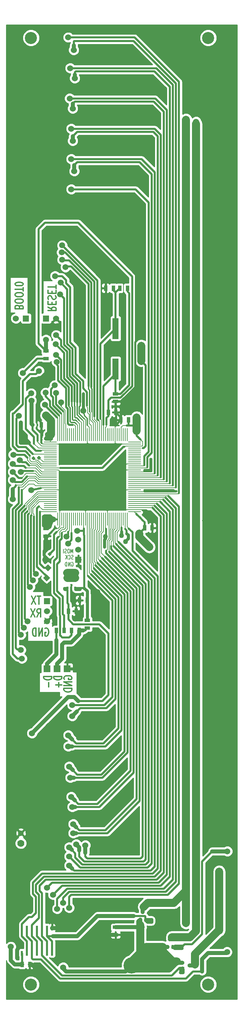
<source format=gbl>
G04 (created by PCBNEW-RS274X (2010-00-09 BZR 23xx)-stable) date Die 22 Nov 2011 18:31:24 CET*
G01*
G70*
G90*
%MOIN*%
G04 Gerber Fmt 3.4, Leading zero omitted, Abs format*
%FSLAX34Y34*%
G04 APERTURE LIST*
%ADD10C,0.006000*%
%ADD11C,0.012000*%
%ADD12C,0.007500*%
%ADD13R,0.060000X0.060000*%
%ADD14C,0.060000*%
%ADD15R,0.070000X0.070000*%
%ADD16R,0.055000X0.035000*%
%ADD17R,0.035000X0.055000*%
%ADD18R,0.127900X0.009800*%
%ADD19R,0.009800X0.127900*%
%ADD20C,0.160000*%
%ADD21R,0.039400X0.023600*%
%ADD22R,0.023600X0.039400*%
%ADD23R,0.020000X0.030000*%
%ADD24C,0.070000*%
%ADD25C,0.055000*%
%ADD26R,0.020000X0.045000*%
%ADD27C,0.120000*%
%ADD28R,0.060000X0.210000*%
%ADD29C,0.059100*%
%ADD30C,0.050000*%
%ADD31C,0.008000*%
%ADD32C,0.080000*%
%ADD33C,0.020000*%
%ADD34C,0.040000*%
%ADD35C,0.008000*%
%ADD36C,0.030000*%
%ADD37C,0.014000*%
%ADD38C,0.010000*%
G04 APERTURE END LIST*
G54D10*
G54D11*
X22457Y-66024D02*
X22114Y-66024D01*
X22285Y-66824D02*
X22285Y-66024D01*
X21971Y-66024D02*
X21571Y-66824D01*
X21571Y-66024D02*
X21971Y-66824D01*
X22099Y-68074D02*
X22299Y-67693D01*
X22442Y-68074D02*
X22442Y-67274D01*
X22214Y-67274D01*
X22156Y-67312D01*
X22128Y-67350D01*
X22099Y-67426D01*
X22099Y-67540D01*
X22128Y-67617D01*
X22156Y-67655D01*
X22214Y-67693D01*
X22442Y-67693D01*
X21899Y-67274D02*
X21499Y-68074D01*
X21499Y-67274D02*
X21899Y-68074D01*
X22907Y-69212D02*
X22964Y-69174D01*
X23050Y-69174D01*
X23135Y-69212D01*
X23193Y-69288D01*
X23221Y-69364D01*
X23250Y-69517D01*
X23250Y-69631D01*
X23221Y-69783D01*
X23193Y-69860D01*
X23135Y-69936D01*
X23050Y-69974D01*
X22993Y-69974D01*
X22907Y-69936D01*
X22878Y-69898D01*
X22878Y-69631D01*
X22993Y-69631D01*
X22621Y-69974D02*
X22621Y-69174D01*
X22278Y-69974D01*
X22278Y-69174D01*
X21992Y-69974D02*
X21992Y-69174D01*
X21849Y-69174D01*
X21764Y-69212D01*
X21706Y-69288D01*
X21678Y-69364D01*
X21649Y-69517D01*
X21649Y-69631D01*
X21678Y-69783D01*
X21706Y-69860D01*
X21764Y-69936D01*
X21849Y-69974D01*
X21992Y-69974D01*
G54D12*
X25672Y-61762D02*
X25672Y-61362D01*
X25572Y-61648D01*
X25472Y-61362D01*
X25472Y-61762D01*
X25271Y-61362D02*
X25214Y-61362D01*
X25186Y-61381D01*
X25157Y-61419D01*
X25143Y-61495D01*
X25143Y-61629D01*
X25157Y-61705D01*
X25186Y-61743D01*
X25214Y-61762D01*
X25271Y-61762D01*
X25300Y-61743D01*
X25329Y-61705D01*
X25343Y-61629D01*
X25343Y-61495D01*
X25329Y-61419D01*
X25300Y-61381D01*
X25271Y-61362D01*
X25029Y-61743D02*
X24986Y-61762D01*
X24915Y-61762D01*
X24886Y-61743D01*
X24872Y-61724D01*
X24857Y-61686D01*
X24857Y-61648D01*
X24872Y-61610D01*
X24886Y-61590D01*
X24915Y-61571D01*
X24972Y-61552D01*
X25000Y-61533D01*
X25015Y-61514D01*
X25029Y-61476D01*
X25029Y-61438D01*
X25015Y-61400D01*
X25000Y-61381D01*
X24972Y-61362D01*
X24900Y-61362D01*
X24857Y-61381D01*
X24729Y-61762D02*
X24729Y-61362D01*
X25686Y-62343D02*
X25643Y-62362D01*
X25572Y-62362D01*
X25543Y-62343D01*
X25529Y-62324D01*
X25514Y-62286D01*
X25514Y-62248D01*
X25529Y-62210D01*
X25543Y-62190D01*
X25572Y-62171D01*
X25629Y-62152D01*
X25657Y-62133D01*
X25672Y-62114D01*
X25686Y-62076D01*
X25686Y-62038D01*
X25672Y-62000D01*
X25657Y-61981D01*
X25629Y-61962D01*
X25557Y-61962D01*
X25514Y-61981D01*
X25214Y-62324D02*
X25228Y-62343D01*
X25271Y-62362D01*
X25300Y-62362D01*
X25343Y-62343D01*
X25371Y-62305D01*
X25386Y-62267D01*
X25400Y-62190D01*
X25400Y-62133D01*
X25386Y-62057D01*
X25371Y-62019D01*
X25343Y-61981D01*
X25300Y-61962D01*
X25271Y-61962D01*
X25228Y-61981D01*
X25214Y-62000D01*
X25086Y-62362D02*
X25086Y-61962D01*
X24914Y-62362D02*
X25043Y-62133D01*
X24914Y-61962D02*
X25086Y-62190D01*
X25528Y-62681D02*
X25557Y-62662D01*
X25600Y-62662D01*
X25643Y-62681D01*
X25671Y-62719D01*
X25686Y-62757D01*
X25700Y-62833D01*
X25700Y-62890D01*
X25686Y-62967D01*
X25671Y-63005D01*
X25643Y-63043D01*
X25600Y-63062D01*
X25571Y-63062D01*
X25528Y-63043D01*
X25514Y-63024D01*
X25514Y-62890D01*
X25571Y-62890D01*
X25386Y-63062D02*
X25386Y-62662D01*
X25214Y-63062D01*
X25214Y-62662D01*
X25072Y-63062D02*
X25072Y-62662D01*
X25000Y-62662D01*
X24957Y-62681D01*
X24929Y-62719D01*
X24914Y-62757D01*
X24900Y-62833D01*
X24900Y-62890D01*
X24914Y-62967D01*
X24929Y-63005D01*
X24957Y-63043D01*
X25000Y-63062D01*
X25072Y-63062D01*
G54D11*
X20345Y-37350D02*
X20307Y-37264D01*
X20269Y-37236D01*
X20193Y-37207D01*
X20079Y-37207D01*
X20002Y-37236D01*
X19964Y-37264D01*
X19926Y-37322D01*
X19926Y-37550D01*
X20726Y-37550D01*
X20726Y-37350D01*
X20688Y-37293D01*
X20650Y-37264D01*
X20574Y-37236D01*
X20498Y-37236D01*
X20421Y-37264D01*
X20383Y-37293D01*
X20345Y-37350D01*
X20345Y-37550D01*
X20726Y-36836D02*
X20726Y-36722D01*
X20688Y-36664D01*
X20612Y-36607D01*
X20460Y-36579D01*
X20193Y-36579D01*
X20040Y-36607D01*
X19964Y-36664D01*
X19926Y-36722D01*
X19926Y-36836D01*
X19964Y-36893D01*
X20040Y-36950D01*
X20193Y-36979D01*
X20460Y-36979D01*
X20612Y-36950D01*
X20688Y-36893D01*
X20726Y-36836D01*
X20726Y-36207D02*
X20726Y-36093D01*
X20688Y-36035D01*
X20612Y-35978D01*
X20460Y-35950D01*
X20193Y-35950D01*
X20040Y-35978D01*
X19964Y-36035D01*
X19926Y-36093D01*
X19926Y-36207D01*
X19964Y-36264D01*
X20040Y-36321D01*
X20193Y-36350D01*
X20460Y-36350D01*
X20612Y-36321D01*
X20688Y-36264D01*
X20726Y-36207D01*
X20726Y-35778D02*
X20726Y-35435D01*
X19926Y-35606D02*
X20726Y-35606D01*
X20726Y-35121D02*
X20726Y-35064D01*
X20688Y-35007D01*
X20650Y-34978D01*
X20574Y-34949D01*
X20421Y-34921D01*
X20231Y-34921D01*
X20079Y-34949D01*
X20002Y-34978D01*
X19964Y-35007D01*
X19926Y-35064D01*
X19926Y-35121D01*
X19964Y-35178D01*
X20002Y-35207D01*
X20079Y-35235D01*
X20231Y-35264D01*
X20421Y-35264D01*
X20574Y-35235D01*
X20650Y-35207D01*
X20688Y-35178D01*
X20726Y-35121D01*
X23176Y-37371D02*
X23557Y-37571D01*
X23176Y-37714D02*
X23976Y-37714D01*
X23976Y-37486D01*
X23938Y-37428D01*
X23900Y-37400D01*
X23824Y-37371D01*
X23710Y-37371D01*
X23633Y-37400D01*
X23595Y-37428D01*
X23557Y-37486D01*
X23557Y-37714D01*
X23595Y-37114D02*
X23595Y-36914D01*
X23176Y-36828D02*
X23176Y-37114D01*
X23976Y-37114D01*
X23976Y-36828D01*
X23214Y-36600D02*
X23176Y-36514D01*
X23176Y-36371D01*
X23214Y-36314D01*
X23252Y-36285D01*
X23329Y-36257D01*
X23405Y-36257D01*
X23481Y-36285D01*
X23519Y-36314D01*
X23557Y-36371D01*
X23595Y-36485D01*
X23633Y-36543D01*
X23671Y-36571D01*
X23748Y-36600D01*
X23824Y-36600D01*
X23900Y-36571D01*
X23938Y-36543D01*
X23976Y-36485D01*
X23976Y-36343D01*
X23938Y-36257D01*
X23595Y-36000D02*
X23595Y-35800D01*
X23176Y-35714D02*
X23176Y-36000D01*
X23976Y-36000D01*
X23976Y-35714D01*
X23976Y-35543D02*
X23976Y-35200D01*
X23176Y-35371D02*
X23976Y-35371D01*
X23574Y-73972D02*
X22774Y-73972D01*
X22774Y-74115D01*
X22812Y-74200D01*
X22888Y-74258D01*
X22964Y-74286D01*
X23117Y-74315D01*
X23231Y-74315D01*
X23383Y-74286D01*
X23460Y-74258D01*
X23536Y-74200D01*
X23574Y-74115D01*
X23574Y-73972D01*
X23269Y-74572D02*
X23269Y-75029D01*
X24574Y-73972D02*
X23774Y-73972D01*
X23774Y-74115D01*
X23812Y-74200D01*
X23888Y-74258D01*
X23964Y-74286D01*
X24117Y-74315D01*
X24231Y-74315D01*
X24383Y-74286D01*
X24460Y-74258D01*
X24536Y-74200D01*
X24574Y-74115D01*
X24574Y-73972D01*
X24269Y-74572D02*
X24269Y-75029D01*
X24574Y-74800D02*
X23964Y-74800D01*
X24812Y-74243D02*
X24774Y-74186D01*
X24774Y-74100D01*
X24812Y-74015D01*
X24888Y-73957D01*
X24964Y-73929D01*
X25117Y-73900D01*
X25231Y-73900D01*
X25383Y-73929D01*
X25460Y-73957D01*
X25536Y-74015D01*
X25574Y-74100D01*
X25574Y-74157D01*
X25536Y-74243D01*
X25498Y-74272D01*
X25231Y-74272D01*
X25231Y-74157D01*
X25574Y-74529D02*
X24774Y-74529D01*
X25574Y-74872D01*
X24774Y-74872D01*
X25574Y-75158D02*
X24774Y-75158D01*
X24774Y-75301D01*
X24812Y-75386D01*
X24888Y-75444D01*
X24964Y-75472D01*
X25117Y-75501D01*
X25231Y-75501D01*
X25383Y-75472D01*
X25460Y-75444D01*
X25536Y-75386D01*
X25574Y-75301D01*
X25574Y-75158D01*
G54D13*
X23100Y-66500D03*
G54D14*
X23100Y-67500D03*
X23100Y-68500D03*
G54D15*
X25100Y-73200D03*
X24100Y-73200D03*
X23100Y-73200D03*
G54D16*
X23000Y-42475D03*
X23000Y-41725D03*
X27100Y-68425D03*
X27100Y-69175D03*
G54D17*
X25525Y-69400D03*
X26275Y-69400D03*
X24775Y-69400D03*
X24025Y-69400D03*
X31075Y-35500D03*
X30325Y-35500D03*
G54D16*
X29900Y-46725D03*
X29900Y-45975D03*
G54D17*
X28925Y-35500D03*
X29675Y-35500D03*
X29925Y-47800D03*
X29175Y-47800D03*
G54D18*
X31783Y-57054D03*
X31783Y-57251D03*
X31783Y-56857D03*
X31783Y-56660D03*
X31783Y-56463D03*
X31783Y-56266D03*
X31783Y-56070D03*
X31783Y-55873D03*
X31783Y-55676D03*
X31783Y-55479D03*
X31783Y-55282D03*
X31783Y-55085D03*
X31783Y-54888D03*
X31783Y-54692D03*
X31783Y-54495D03*
X31783Y-54298D03*
X31783Y-54102D03*
X31783Y-53905D03*
X31783Y-53708D03*
X31783Y-53512D03*
X31783Y-53315D03*
X31783Y-53118D03*
X31783Y-52921D03*
X31783Y-52724D03*
X31783Y-52527D03*
X31783Y-52330D03*
X31783Y-52134D03*
X31783Y-51937D03*
X31783Y-51740D03*
X31783Y-51543D03*
X31783Y-51346D03*
X31783Y-51149D03*
X31783Y-50952D03*
X31783Y-50756D03*
G54D19*
X31044Y-50017D03*
X30848Y-50017D03*
X30651Y-50017D03*
X30454Y-50017D03*
X30257Y-50017D03*
X30060Y-50017D03*
X29863Y-50017D03*
X29666Y-50017D03*
X29470Y-50017D03*
X29273Y-50017D03*
X29076Y-50017D03*
X28879Y-50017D03*
X28682Y-50017D03*
X28485Y-50017D03*
X28288Y-50017D03*
X28092Y-50017D03*
X27895Y-50017D03*
X27698Y-50017D03*
X27502Y-50017D03*
X27305Y-50017D03*
X27108Y-50017D03*
X26912Y-50017D03*
X26715Y-50017D03*
X26518Y-50017D03*
X26321Y-50017D03*
X26124Y-50017D03*
X25927Y-50017D03*
X25730Y-50017D03*
X25534Y-50017D03*
X25337Y-50017D03*
X25140Y-50017D03*
X24943Y-50017D03*
X24746Y-50017D03*
X24549Y-50017D03*
X24352Y-50017D03*
X24156Y-50017D03*
G54D18*
X23417Y-50756D03*
X23417Y-50952D03*
X23417Y-51149D03*
X23417Y-51346D03*
X23417Y-51543D03*
X23417Y-51740D03*
X23417Y-51937D03*
X23417Y-52134D03*
X23417Y-52330D03*
X23417Y-52527D03*
X23417Y-52724D03*
X23417Y-52921D03*
X23417Y-53118D03*
X23417Y-53315D03*
X23417Y-53512D03*
X23417Y-53708D03*
X23417Y-53905D03*
X23417Y-54102D03*
X23417Y-54298D03*
X23417Y-54495D03*
X23417Y-54692D03*
X23417Y-54888D03*
X23417Y-55085D03*
X23417Y-55282D03*
X23417Y-55479D03*
X23417Y-55676D03*
X23417Y-55873D03*
X23417Y-56070D03*
X23417Y-56266D03*
X23417Y-56463D03*
X23417Y-56660D03*
X23417Y-56857D03*
X23417Y-57054D03*
X23417Y-57251D03*
X23417Y-57448D03*
X23417Y-57644D03*
G54D19*
X24156Y-58383D03*
X24352Y-58383D03*
X24549Y-58383D03*
X24746Y-58383D03*
X24943Y-58383D03*
X25140Y-58383D03*
X25337Y-58383D03*
X25534Y-58383D03*
X25730Y-58383D03*
X25927Y-58383D03*
X26124Y-58383D03*
X26321Y-58383D03*
X26518Y-58383D03*
X26715Y-58383D03*
X26912Y-58383D03*
X27108Y-58383D03*
X27305Y-58383D03*
X27502Y-58383D03*
X27698Y-58383D03*
X27895Y-58383D03*
X28092Y-58383D03*
X28288Y-58383D03*
X28485Y-58383D03*
X28682Y-58383D03*
X28879Y-58383D03*
X29076Y-58383D03*
X29273Y-58383D03*
X29470Y-58383D03*
X29666Y-58383D03*
X29863Y-58383D03*
X30060Y-58383D03*
X30257Y-58383D03*
X30454Y-58383D03*
X30651Y-58383D03*
X30848Y-58383D03*
X31044Y-58383D03*
G54D18*
X31783Y-57448D03*
X31783Y-57644D03*
G54D13*
X21000Y-38500D03*
G54D14*
X20000Y-38500D03*
G54D13*
X23000Y-38500D03*
G54D14*
X24000Y-38500D03*
G54D20*
X31500Y-102600D03*
G54D17*
X31175Y-48550D03*
X30425Y-48550D03*
X32775Y-59250D03*
X33525Y-59250D03*
X23275Y-49050D03*
X22525Y-49050D03*
G54D21*
X36526Y-102344D03*
X36526Y-102856D03*
X37274Y-102600D03*
G54D22*
X35044Y-100774D03*
X35556Y-100774D03*
X35300Y-100026D03*
X32344Y-98074D03*
X32856Y-98074D03*
X32600Y-97326D03*
G54D13*
X26200Y-62400D03*
G54D14*
X26200Y-61400D03*
X26200Y-60400D03*
G54D17*
X25225Y-67500D03*
X25975Y-67500D03*
X27075Y-66425D03*
X26325Y-66425D03*
G54D23*
X25875Y-65200D03*
X25125Y-65200D03*
X25875Y-64200D03*
X25500Y-65200D03*
X25125Y-64200D03*
G54D24*
X20500Y-90500D03*
G54D25*
X20500Y-89500D03*
G54D16*
X23000Y-59325D03*
X23000Y-60075D03*
G54D17*
X20625Y-102500D03*
X21375Y-102500D03*
G54D16*
X29900Y-98825D03*
X29900Y-99575D03*
G54D26*
X20600Y-98900D03*
X21100Y-98900D03*
X21600Y-98900D03*
X22100Y-98900D03*
X22600Y-98900D03*
X23100Y-98900D03*
X23600Y-98900D03*
X23600Y-101400D03*
X23100Y-101400D03*
X22100Y-101400D03*
X21600Y-101400D03*
X21100Y-101400D03*
X20600Y-101400D03*
X22600Y-101400D03*
G54D10*
G36*
X22088Y-52300D02*
X22300Y-52088D01*
X22512Y-52300D01*
X22300Y-52512D01*
X22088Y-52300D01*
X22088Y-52300D01*
G37*
G36*
X21538Y-52350D02*
X21750Y-52138D01*
X21962Y-52350D01*
X21750Y-52562D01*
X21538Y-52350D01*
X21538Y-52350D01*
G37*
G36*
X22696Y-64200D02*
X23050Y-63846D01*
X23404Y-64200D01*
X23050Y-64554D01*
X22696Y-64200D01*
X22696Y-64200D01*
G37*
G36*
X22846Y-63200D02*
X23200Y-62846D01*
X23554Y-63200D01*
X23200Y-63554D01*
X22846Y-63200D01*
X22846Y-63200D01*
G37*
G36*
X23138Y-61850D02*
X23350Y-61638D01*
X23562Y-61850D01*
X23350Y-62062D01*
X23138Y-61850D01*
X23138Y-61850D01*
G37*
G54D27*
X39100Y-104500D03*
X21500Y-104500D03*
X21500Y-10700D03*
X39100Y-10700D03*
G54D28*
X29900Y-43500D03*
X29900Y-39500D03*
G54D29*
X26700Y-47650D03*
G54D30*
X28875Y-60125D03*
G54D14*
X20700Y-43900D03*
G54D29*
X21525Y-55525D03*
G54D14*
X26100Y-59550D03*
X23700Y-58400D03*
X23200Y-50000D03*
X19750Y-52000D03*
X40200Y-98300D03*
X40200Y-97000D03*
X40200Y-95200D03*
X40200Y-93400D03*
X20300Y-48150D03*
X37900Y-98300D03*
X37900Y-89300D03*
X37900Y-80300D03*
X37900Y-71300D03*
X37900Y-62300D03*
X37900Y-53300D03*
X37900Y-44300D03*
X37900Y-35300D03*
X37900Y-27900D03*
X37900Y-19000D03*
X25200Y-10650D03*
X25750Y-11900D03*
X25500Y-25700D03*
G54D29*
X24600Y-31250D03*
X24550Y-31950D03*
X24600Y-32675D03*
X24925Y-33425D03*
X23900Y-34300D03*
X24450Y-34950D03*
X24400Y-36100D03*
X24000Y-40150D03*
X23950Y-41050D03*
G54D14*
X25400Y-13700D03*
G54D29*
X24000Y-42100D03*
X24050Y-42800D03*
X22300Y-43700D03*
X22950Y-45850D03*
X23850Y-45125D03*
X24000Y-45875D03*
X24500Y-46825D03*
G54D14*
X22900Y-47050D03*
G54D29*
X21525Y-45925D03*
G54D14*
X21550Y-46650D03*
X25850Y-14700D03*
X20400Y-52550D03*
X19700Y-52900D03*
X20500Y-53700D03*
X19700Y-53700D03*
G54D29*
X22000Y-63800D03*
X21700Y-64450D03*
X21400Y-65100D03*
X21150Y-68500D03*
X20800Y-69150D03*
X20500Y-69850D03*
G54D14*
X25350Y-16700D03*
G54D29*
X20500Y-71350D03*
X20600Y-72200D03*
G54D14*
X19700Y-54500D03*
X19700Y-56400D03*
X25600Y-76800D03*
X25600Y-77900D03*
X25200Y-79800D03*
X25200Y-80900D03*
X25300Y-82900D03*
X25400Y-84000D03*
X25650Y-17700D03*
X25500Y-85900D03*
X25600Y-86900D03*
X25700Y-88600D03*
X25700Y-89500D03*
X26900Y-90700D03*
X26000Y-90600D03*
X25300Y-92700D03*
X25300Y-91800D03*
X25300Y-90900D03*
X25300Y-96900D03*
X25500Y-19700D03*
X24700Y-96400D03*
X24100Y-97000D03*
X23700Y-95600D03*
X23100Y-94900D03*
X25650Y-20900D03*
X25500Y-22700D03*
X25800Y-23900D03*
G54D30*
X30500Y-60000D03*
G54D29*
X36900Y-98150D03*
G54D14*
X36900Y-89100D03*
X36900Y-80100D03*
X36900Y-71100D03*
X36900Y-62100D03*
X36900Y-53100D03*
X36900Y-44100D03*
X36900Y-35100D03*
X36900Y-27600D03*
X36900Y-18700D03*
G54D29*
X23000Y-40600D03*
X25040Y-60100D03*
G54D30*
X30900Y-60600D03*
G54D29*
X25200Y-60800D03*
X28600Y-33700D03*
X28050Y-27650D03*
X22940Y-62400D03*
X28100Y-65600D03*
X28100Y-72600D03*
X23150Y-43650D03*
G54D14*
X25900Y-68250D03*
G54D31*
X29000Y-99700D03*
G54D14*
X25300Y-104900D03*
X25700Y-99000D03*
X41000Y-91300D03*
G54D29*
X40975Y-101275D03*
G54D14*
X24700Y-102800D03*
X21600Y-79600D03*
X19500Y-100750D03*
G54D32*
X32450Y-41200D02*
X32450Y-42700D01*
G54D33*
X32700Y-51350D02*
X32900Y-51150D01*
X32900Y-51150D02*
X32900Y-43150D01*
X32900Y-43150D02*
X32450Y-42700D01*
X32700Y-51350D02*
X32600Y-51350D01*
G54D32*
X25100Y-63700D02*
X25900Y-63700D01*
G54D34*
X20800Y-50800D02*
X20800Y-49900D01*
X20700Y-50000D02*
X20700Y-49800D01*
X20800Y-49900D02*
X20700Y-50000D01*
X21000Y-50500D02*
X21000Y-50100D01*
X21000Y-50500D02*
X21300Y-50800D01*
X21000Y-50100D02*
X20700Y-49800D01*
X20700Y-49800D02*
X20500Y-49600D01*
X20500Y-49500D02*
X20500Y-49600D01*
X20500Y-49600D02*
X20500Y-50800D01*
X20500Y-50800D02*
X20800Y-50800D01*
X20800Y-50800D02*
X21300Y-50800D01*
X20500Y-49500D02*
X20500Y-48800D01*
G54D35*
X22557Y-51543D02*
X22500Y-51600D01*
G54D33*
X22000Y-51600D02*
X22500Y-51600D01*
G54D35*
X23417Y-51543D02*
X22557Y-51543D01*
G54D33*
X21300Y-50900D02*
X22000Y-51600D01*
X21300Y-50800D02*
X21300Y-50900D01*
G54D32*
X25875Y-64200D02*
X25125Y-64200D01*
G54D33*
X34400Y-55600D02*
X34400Y-55650D01*
X34400Y-55650D02*
X34400Y-55500D01*
X34400Y-55500D02*
X34400Y-55600D01*
X34400Y-55600D02*
X34400Y-55500D01*
G54D35*
X27502Y-44750D02*
X27500Y-44750D01*
G54D36*
X27075Y-66425D02*
X27075Y-65525D01*
X27075Y-65525D02*
X26750Y-65200D01*
X27100Y-68425D02*
X27100Y-66450D01*
X27100Y-66450D02*
X27075Y-66425D01*
X26700Y-47650D02*
X26700Y-45950D01*
G54D35*
X27305Y-50017D02*
X27305Y-49280D01*
G54D37*
X26825Y-48150D02*
X27100Y-48425D01*
X27100Y-48425D02*
X27100Y-49075D01*
X26825Y-48150D02*
X26700Y-47650D01*
G54D35*
X27305Y-49280D02*
X27100Y-49075D01*
G54D36*
X28875Y-60125D02*
X28875Y-60325D01*
X28800Y-60400D02*
X28800Y-61150D01*
X28875Y-60325D02*
X28800Y-60400D01*
G54D33*
X31175Y-48550D02*
X31175Y-49125D01*
X31150Y-49100D02*
X31150Y-49125D01*
X31175Y-49125D02*
X31150Y-49100D01*
X31800Y-49300D02*
X32000Y-49300D01*
X32000Y-49300D02*
X31900Y-49300D01*
X31900Y-49300D02*
X32000Y-49300D01*
G54D35*
X23275Y-49050D02*
X23300Y-49050D01*
X23300Y-49050D02*
X23500Y-49250D01*
G54D33*
X30975Y-49125D02*
X31150Y-49125D01*
X31150Y-49125D02*
X31825Y-49125D01*
G54D35*
X30454Y-49296D02*
X30625Y-49125D01*
X30625Y-49125D02*
X30975Y-49125D01*
X30454Y-50017D02*
X30454Y-49296D01*
G54D33*
X31825Y-49125D02*
X32000Y-49300D01*
X25875Y-65200D02*
X25875Y-65350D01*
X26375Y-65400D02*
X26450Y-65325D01*
X25925Y-65400D02*
X26375Y-65400D01*
X25875Y-65350D02*
X25925Y-65400D01*
X26375Y-65200D02*
X25875Y-65200D01*
X26375Y-65200D02*
X26750Y-65200D01*
G54D35*
X23417Y-53315D02*
X22465Y-53315D01*
X21150Y-52550D02*
X21150Y-52300D01*
X21500Y-52900D02*
X21150Y-52550D01*
X22050Y-52900D02*
X21500Y-52900D01*
X22465Y-53315D02*
X22050Y-52900D01*
G54D33*
X28950Y-60050D02*
X28950Y-59550D01*
X28875Y-60125D02*
X28950Y-60050D01*
X22125Y-42475D02*
X23000Y-42475D01*
X20700Y-43900D02*
X22125Y-42475D01*
G54D32*
X23500Y-49800D02*
X23500Y-49250D01*
X23500Y-49250D02*
X23500Y-48600D01*
X23500Y-48600D02*
X23000Y-48100D01*
G54D33*
X33350Y-53500D02*
X33350Y-52400D01*
X33300Y-53550D02*
X33350Y-53500D01*
X32750Y-53650D02*
X32750Y-53500D01*
X32750Y-53500D02*
X32950Y-53500D01*
X32950Y-53500D02*
X33350Y-53500D01*
X32350Y-58250D02*
X32000Y-57900D01*
X32000Y-57900D02*
X31950Y-57850D01*
G54D34*
X23500Y-49800D02*
X23500Y-49850D01*
X23500Y-50400D02*
X23000Y-50400D01*
X23000Y-50400D02*
X23050Y-50350D01*
X23050Y-50350D02*
X23050Y-50300D01*
X23500Y-50400D02*
X23500Y-50250D01*
X23500Y-49850D02*
X23050Y-50300D01*
X23500Y-50000D02*
X23500Y-50250D01*
X22850Y-58100D02*
X23400Y-58100D01*
X23400Y-58100D02*
X23700Y-58400D01*
X22850Y-58100D02*
X22850Y-58200D01*
X22850Y-58200D02*
X23200Y-58550D01*
X23200Y-59000D02*
X22800Y-59000D01*
X23200Y-58550D02*
X23200Y-59000D01*
X22800Y-58150D02*
X22850Y-58100D01*
X22800Y-59000D02*
X22800Y-58150D01*
G54D33*
X32000Y-49650D02*
X32000Y-50100D01*
X32000Y-50100D02*
X32400Y-50500D01*
G54D35*
X32551Y-51149D02*
X31783Y-51149D01*
X32600Y-50700D02*
X32400Y-50500D01*
X32600Y-51100D02*
X32600Y-50700D01*
X32551Y-51149D02*
X32600Y-51100D01*
X22518Y-55282D02*
X23417Y-55282D01*
X22518Y-55282D02*
X22500Y-55300D01*
G54D33*
X21525Y-55525D02*
X22500Y-55300D01*
X26100Y-59550D02*
X26750Y-59550D01*
X23000Y-59325D02*
X23000Y-59200D01*
X23000Y-59200D02*
X23200Y-59000D01*
G54D32*
X23200Y-59000D02*
X23200Y-58800D01*
X23300Y-58700D02*
X23300Y-58600D01*
X23200Y-58800D02*
X23300Y-58700D01*
G54D33*
X23700Y-58400D02*
X23600Y-58400D01*
X23600Y-58400D02*
X23200Y-58800D01*
X33450Y-53600D02*
X33450Y-53650D01*
X33400Y-53600D02*
X33450Y-53600D01*
X33450Y-52400D02*
X33450Y-53650D01*
X33450Y-53650D02*
X32750Y-53650D01*
G54D35*
X33050Y-53650D02*
X32750Y-53650D01*
G54D33*
X26750Y-65200D02*
X26800Y-65200D01*
X26750Y-59950D02*
X26800Y-60000D01*
X26800Y-60000D02*
X26800Y-63300D01*
X26750Y-59550D02*
X26750Y-59950D01*
X26800Y-63300D02*
X26800Y-65200D01*
G54D35*
X24156Y-58383D02*
X24067Y-58383D01*
G54D33*
X23700Y-58400D02*
X24050Y-58400D01*
G54D35*
X24067Y-58383D02*
X24050Y-58400D01*
X26715Y-58383D02*
X26715Y-59265D01*
X26715Y-59265D02*
X26750Y-59300D01*
G54D33*
X26750Y-59550D02*
X26750Y-59300D01*
G54D35*
X28879Y-58383D02*
X28879Y-59279D01*
G54D33*
X28950Y-59550D02*
X28950Y-59350D01*
G54D35*
X28879Y-59279D02*
X28950Y-59350D01*
X31783Y-53708D02*
X32692Y-53708D01*
X32692Y-53708D02*
X32750Y-53650D01*
X31783Y-55676D02*
X32850Y-55676D01*
X32850Y-55676D02*
X32924Y-55676D01*
X32924Y-55676D02*
X33100Y-55500D01*
G54D33*
X32750Y-55500D02*
X33100Y-55500D01*
X33100Y-55500D02*
X33750Y-55500D01*
X33750Y-55500D02*
X34400Y-55500D01*
X34400Y-55500D02*
X35650Y-55500D01*
X35650Y-55500D02*
X35750Y-55600D01*
X35750Y-55600D02*
X35950Y-55600D01*
X35950Y-55600D02*
X35900Y-55650D01*
X35900Y-55650D02*
X32750Y-55650D01*
G54D35*
X32924Y-55676D02*
X33100Y-55500D01*
G54D32*
X32000Y-49650D02*
X32000Y-49300D01*
X32000Y-49300D02*
X32000Y-48300D01*
X23500Y-49800D02*
X23500Y-50000D01*
G54D33*
X23200Y-50000D02*
X23500Y-50000D01*
X28600Y-53300D02*
X24400Y-53300D01*
G54D35*
X23417Y-53315D02*
X24385Y-53315D01*
X24385Y-53315D02*
X24400Y-53300D01*
X30851Y-51149D02*
X30800Y-51200D01*
X30851Y-51149D02*
X31783Y-51149D01*
G54D33*
X28600Y-53300D02*
X30700Y-51200D01*
X30800Y-51200D02*
X30700Y-51200D01*
G54D35*
X23417Y-50333D02*
X23500Y-50250D01*
G54D33*
X23500Y-49800D02*
X23500Y-49550D01*
X32775Y-59250D02*
X32775Y-59275D01*
X32775Y-59275D02*
X32250Y-59800D01*
G54D32*
X32250Y-59800D02*
X32250Y-60150D01*
X32250Y-60150D02*
X33250Y-61150D01*
G54D35*
X23417Y-50756D02*
X23417Y-50333D01*
X31783Y-57683D02*
X32000Y-57900D01*
X31783Y-57644D02*
X31783Y-57683D01*
G54D33*
X32775Y-58675D02*
X32600Y-58500D01*
X32600Y-58500D02*
X32350Y-58250D01*
X32775Y-59250D02*
X32775Y-58675D01*
X21150Y-52300D02*
X20850Y-52000D01*
X20850Y-52000D02*
X19750Y-52000D01*
G54D32*
X37800Y-102500D02*
X37800Y-101475D01*
X40175Y-99150D02*
X40200Y-99150D01*
X40200Y-99125D02*
X40175Y-99150D01*
X40200Y-99075D02*
X40200Y-99125D01*
X37800Y-101475D02*
X40200Y-99075D01*
G54D33*
X40200Y-98600D02*
X40200Y-98300D01*
X40200Y-97000D02*
X40200Y-97200D01*
X40200Y-95300D02*
X40200Y-95200D01*
X40200Y-93400D02*
X40200Y-93500D01*
G54D32*
X40200Y-93300D02*
X40200Y-93500D01*
X40200Y-93500D02*
X40200Y-95300D01*
X40200Y-95300D02*
X40200Y-97200D01*
X40200Y-97200D02*
X40200Y-98600D01*
X40200Y-98600D02*
X40200Y-99150D01*
G54D34*
X37700Y-102600D02*
X37274Y-102600D01*
X37700Y-102600D02*
X37800Y-102500D01*
G54D35*
X23417Y-51937D02*
X21687Y-51937D01*
G54D33*
X21687Y-51937D02*
X21000Y-51250D01*
X21000Y-51250D02*
X20250Y-51250D01*
X20250Y-51250D02*
X20050Y-51050D01*
X20050Y-51050D02*
X20050Y-48400D01*
X20050Y-48400D02*
X20300Y-48150D01*
X26700Y-69400D02*
X26875Y-69400D01*
X26875Y-69400D02*
X27100Y-69175D01*
G54D34*
X24100Y-73200D02*
X24100Y-72700D01*
X25500Y-70600D02*
X26275Y-69825D01*
X24800Y-70600D02*
X25500Y-70600D01*
X24600Y-70800D02*
X24800Y-70600D01*
X24600Y-72200D02*
X24600Y-70800D01*
X24100Y-72700D02*
X24600Y-72200D01*
X26275Y-69825D02*
X26275Y-69400D01*
X26275Y-69400D02*
X26700Y-69400D01*
G54D33*
X24025Y-70375D02*
X24025Y-69400D01*
G54D34*
X23100Y-73200D02*
X23100Y-72700D01*
X24025Y-71775D02*
X24025Y-70375D01*
X23100Y-72700D02*
X24025Y-71775D01*
X35300Y-100026D02*
X35300Y-100000D01*
G54D32*
X37900Y-99200D02*
X37300Y-99800D01*
X37300Y-99800D02*
X35500Y-99800D01*
X37900Y-98800D02*
X37900Y-98000D01*
X37900Y-98800D02*
X37900Y-99200D01*
G54D34*
X35300Y-100000D02*
X35500Y-99800D01*
G54D32*
X37900Y-98000D02*
X37900Y-89100D01*
X37900Y-89100D02*
X37900Y-80100D01*
X37900Y-80100D02*
X37900Y-71100D01*
X37900Y-71100D02*
X37900Y-62100D01*
X37900Y-62100D02*
X37900Y-58575D01*
X37900Y-58450D02*
X37900Y-53200D01*
X37900Y-53200D02*
X37900Y-44200D01*
X37900Y-44200D02*
X37900Y-35100D01*
X37900Y-35100D02*
X37900Y-27800D01*
X37900Y-27800D02*
X37900Y-19200D01*
G54D33*
X37900Y-98300D02*
X37900Y-98000D01*
X37900Y-89300D02*
X37900Y-89100D01*
X37900Y-80300D02*
X37900Y-80100D01*
X37900Y-71300D02*
X37900Y-71100D01*
X37900Y-62300D02*
X37900Y-62100D01*
X37900Y-53300D02*
X37900Y-53200D01*
X37900Y-44300D02*
X37900Y-44200D01*
X37900Y-35300D02*
X37900Y-35100D01*
X37900Y-27900D02*
X37900Y-27800D01*
X37900Y-19000D02*
X37900Y-19200D01*
X23200Y-63200D02*
X22800Y-63200D01*
G54D35*
X22406Y-57644D02*
X23417Y-57644D01*
G54D33*
X22400Y-57650D02*
X22406Y-57644D01*
X22400Y-62800D02*
X22400Y-57650D01*
X22800Y-63200D02*
X22400Y-62800D01*
X23050Y-64200D02*
X23050Y-64050D01*
G54D35*
X22648Y-57448D02*
X22300Y-57100D01*
X22648Y-57448D02*
X23417Y-57448D01*
G54D33*
X22100Y-57300D02*
X22300Y-57100D01*
X22100Y-63100D02*
X22100Y-57300D01*
X23050Y-64050D02*
X22100Y-63100D01*
G54D35*
X23417Y-52921D02*
X22521Y-52921D01*
X21950Y-52550D02*
X21750Y-52350D01*
X22150Y-52550D02*
X21950Y-52550D01*
X22521Y-52921D02*
X22150Y-52550D01*
X24050Y-59650D02*
X24100Y-59650D01*
G54D33*
X23800Y-61400D02*
X23800Y-59900D01*
X23800Y-59900D02*
X24050Y-59650D01*
X23350Y-61850D02*
X23800Y-61400D01*
G54D35*
X24746Y-59204D02*
X24746Y-58383D01*
X24700Y-59250D02*
X24746Y-59204D01*
X24500Y-59250D02*
X24700Y-59250D01*
X24100Y-59650D02*
X24500Y-59250D01*
X23417Y-52724D02*
X22724Y-52724D01*
X22724Y-52724D02*
X22300Y-52300D01*
G54D33*
X36200Y-30400D02*
X36200Y-15050D01*
G54D35*
X31783Y-55873D02*
X36127Y-55873D01*
G54D33*
X36200Y-30400D02*
X36200Y-53300D01*
X36200Y-54500D02*
X36200Y-53300D01*
X36200Y-55800D02*
X36200Y-54500D01*
G54D35*
X36127Y-55873D02*
X36200Y-55800D01*
G54D33*
X31800Y-10650D02*
X25200Y-10650D01*
X36200Y-15050D02*
X31800Y-10650D01*
G54D34*
X25750Y-11900D02*
X25750Y-11450D01*
G54D33*
X35900Y-30100D02*
X35900Y-15200D01*
X35900Y-55250D02*
X35900Y-54450D01*
X35900Y-30100D02*
X35900Y-51500D01*
X35900Y-54450D02*
X35900Y-51500D01*
G54D35*
X31783Y-55282D02*
X35868Y-55282D01*
X35868Y-55282D02*
X35900Y-55250D01*
G54D33*
X25750Y-11050D02*
X25750Y-11450D01*
X25800Y-11000D02*
X25750Y-11050D01*
X31700Y-11000D02*
X25800Y-11000D01*
X35900Y-15200D02*
X31700Y-11000D01*
X25750Y-11450D02*
X25750Y-11900D01*
X33200Y-30100D02*
X33200Y-27000D01*
X33200Y-27000D02*
X31900Y-25700D01*
X31900Y-25700D02*
X25500Y-25700D01*
X33200Y-30100D02*
X33200Y-51450D01*
X33200Y-51450D02*
X33200Y-51700D01*
G54D35*
X32682Y-53118D02*
X32750Y-53050D01*
X31783Y-53118D02*
X32682Y-53118D01*
G54D33*
X33200Y-51700D02*
X32750Y-52150D01*
X32750Y-52150D02*
X32750Y-53050D01*
X28175Y-48575D02*
X28100Y-48500D01*
X28100Y-34750D02*
X24600Y-31250D01*
X28100Y-48500D02*
X28100Y-34750D01*
G54D35*
X28288Y-50017D02*
X28288Y-48688D01*
X28288Y-48688D02*
X28175Y-48575D01*
X28175Y-48575D02*
X28150Y-48550D01*
X27800Y-48150D02*
X27800Y-48500D01*
X28092Y-48792D02*
X27850Y-48550D01*
X28092Y-50017D02*
X28092Y-48792D01*
X27800Y-48500D02*
X27850Y-48550D01*
G54D33*
X27800Y-48200D02*
X27800Y-48150D01*
X27800Y-48150D02*
X27800Y-34850D01*
X24900Y-31950D02*
X24550Y-31950D01*
X27800Y-34850D02*
X24900Y-31950D01*
G54D35*
X27895Y-50017D02*
X27895Y-48820D01*
G54D37*
X27500Y-45425D02*
X27550Y-45475D01*
X27550Y-45475D02*
X27550Y-47750D01*
G54D33*
X27500Y-34950D02*
X27500Y-45300D01*
X25300Y-32750D02*
X27500Y-34950D01*
X24675Y-32750D02*
X25300Y-32750D01*
X24600Y-32675D02*
X24675Y-32750D01*
G54D37*
X27500Y-45300D02*
X27500Y-45425D01*
G54D35*
X27575Y-47775D02*
X27550Y-47750D01*
X27575Y-48500D02*
X27575Y-47775D01*
X27895Y-48820D02*
X27575Y-48500D01*
X27698Y-50017D02*
X27698Y-48848D01*
G54D37*
X27225Y-45500D02*
X27325Y-45600D01*
X27325Y-45600D02*
X27325Y-47750D01*
G54D33*
X27225Y-35075D02*
X27225Y-45225D01*
X25500Y-33350D02*
X27225Y-35075D01*
X25000Y-33350D02*
X25500Y-33350D01*
X24925Y-33425D02*
X25000Y-33350D01*
G54D37*
X27225Y-45225D02*
X27225Y-45500D01*
G54D35*
X27400Y-47825D02*
X27325Y-47750D01*
X27400Y-48550D02*
X27400Y-47825D01*
X27698Y-48848D02*
X27400Y-48550D01*
G54D33*
X25400Y-35500D02*
X25400Y-35400D01*
X24600Y-34300D02*
X23900Y-34300D01*
X25000Y-34700D02*
X24600Y-34300D01*
X25000Y-35000D02*
X25000Y-34700D01*
X25400Y-35400D02*
X25000Y-35000D01*
G54D35*
X27050Y-47150D02*
X27050Y-47275D01*
G54D33*
X25400Y-40900D02*
X25425Y-40900D01*
X25400Y-35500D02*
X25400Y-40900D01*
X26675Y-45425D02*
X27050Y-45800D01*
X26675Y-44725D02*
X26675Y-45425D01*
X25925Y-43975D02*
X26675Y-44725D01*
X25925Y-41400D02*
X25925Y-43975D01*
X25425Y-40900D02*
X25925Y-41400D01*
X27050Y-47150D02*
X27050Y-45800D01*
G54D35*
X27502Y-49127D02*
X27502Y-50017D01*
X27275Y-48900D02*
X27502Y-49127D01*
X27275Y-48000D02*
X27275Y-48900D01*
X27125Y-47850D02*
X27275Y-48000D01*
X27125Y-47350D02*
X27125Y-47850D01*
X27050Y-47275D02*
X27125Y-47350D01*
X26800Y-48450D02*
X26825Y-48450D01*
G54D37*
X26375Y-47175D02*
X26300Y-47250D01*
X26300Y-47250D02*
X26300Y-47950D01*
X26300Y-47950D02*
X26800Y-48450D01*
G54D33*
X26375Y-45750D02*
X26375Y-46800D01*
G54D37*
X26375Y-46800D02*
X26375Y-47175D01*
G54D35*
X26825Y-48450D02*
X26912Y-48537D01*
G54D33*
X25625Y-44075D02*
X25625Y-41525D01*
X26375Y-44825D02*
X25625Y-44075D01*
X26375Y-45750D02*
X26375Y-44825D01*
G54D35*
X26912Y-50017D02*
X26912Y-48537D01*
G54D33*
X25100Y-41000D02*
X25625Y-41525D01*
X25100Y-35600D02*
X25100Y-41000D01*
X24450Y-34950D02*
X25100Y-35600D01*
G54D35*
X26715Y-50017D02*
X26715Y-48690D01*
G54D37*
X26100Y-47150D02*
X26075Y-47175D01*
X26075Y-47175D02*
X26075Y-48050D01*
X26075Y-48050D02*
X26575Y-48550D01*
X26100Y-47150D02*
X26100Y-46775D01*
G54D35*
X26715Y-48690D02*
X26575Y-48550D01*
G54D33*
X26100Y-45875D02*
X26100Y-46775D01*
X26100Y-46775D02*
X26100Y-46800D01*
X25350Y-44200D02*
X25350Y-41650D01*
X26100Y-44950D02*
X25350Y-44200D01*
X26100Y-45875D02*
X26100Y-44950D01*
X24800Y-41100D02*
X25350Y-41650D01*
X24800Y-36500D02*
X24800Y-41100D01*
X24400Y-36100D02*
X24800Y-36500D01*
G54D35*
X26518Y-50017D02*
X26518Y-48818D01*
G54D37*
X25825Y-47175D02*
X25850Y-47200D01*
X25850Y-47200D02*
X25850Y-48275D01*
X25850Y-48275D02*
X25925Y-48350D01*
X25925Y-48350D02*
X26050Y-48350D01*
X26050Y-48350D02*
X26300Y-48600D01*
G54D33*
X25825Y-46175D02*
X25825Y-46750D01*
X25075Y-44325D02*
X25075Y-41775D01*
X25825Y-45075D02*
X25075Y-44325D01*
X25825Y-46175D02*
X25825Y-45075D01*
X24500Y-41200D02*
X25075Y-41775D01*
X24500Y-40650D02*
X24500Y-41200D01*
X24000Y-40150D02*
X24500Y-40650D01*
G54D37*
X25825Y-46750D02*
X25825Y-47175D01*
G54D35*
X26518Y-48818D02*
X26300Y-48600D01*
G54D33*
X24800Y-41900D02*
X23950Y-41050D01*
G54D37*
X25550Y-46750D02*
X25550Y-47200D01*
G54D35*
X26321Y-48946D02*
X26050Y-48675D01*
X26321Y-50017D02*
X26321Y-48946D01*
G54D37*
X25550Y-47200D02*
X25625Y-47275D01*
X25625Y-47275D02*
X25625Y-48525D01*
X25625Y-48525D02*
X25675Y-48575D01*
X25675Y-48575D02*
X25950Y-48575D01*
X25950Y-48575D02*
X26050Y-48675D01*
G54D33*
X25550Y-46750D02*
X25550Y-45200D01*
X24800Y-44450D02*
X24800Y-42300D01*
X25550Y-45200D02*
X24800Y-44450D01*
X24800Y-42300D02*
X24800Y-41900D01*
X24800Y-42300D02*
X24800Y-41900D01*
X35600Y-30100D02*
X35600Y-15350D01*
X35600Y-50900D02*
X35600Y-30100D01*
X33950Y-13700D02*
X25400Y-13700D01*
X35600Y-15350D02*
X33950Y-13700D01*
G54D35*
X31783Y-55085D02*
X35565Y-55085D01*
X35565Y-55085D02*
X35600Y-55050D01*
G54D33*
X35600Y-55050D02*
X35600Y-54400D01*
X35600Y-50900D02*
X35600Y-51000D01*
X35600Y-50900D02*
X35600Y-54400D01*
X35600Y-54400D02*
X35600Y-54450D01*
X24500Y-42800D02*
X24500Y-44550D01*
X24500Y-42800D02*
X24500Y-42600D01*
X24000Y-42100D02*
X24500Y-42600D01*
G54D35*
X26124Y-50017D02*
X26124Y-49074D01*
G54D37*
X25250Y-47200D02*
X25400Y-47350D01*
X25400Y-47350D02*
X25400Y-48700D01*
X25400Y-48700D02*
X25500Y-48800D01*
X25500Y-48800D02*
X25850Y-48800D01*
X25850Y-48800D02*
X26000Y-48950D01*
G54D33*
X24500Y-44550D02*
X25250Y-45300D01*
X25250Y-47100D02*
X25250Y-45300D01*
G54D37*
X25250Y-47100D02*
X25250Y-47200D01*
G54D35*
X26124Y-49074D02*
X26000Y-48950D01*
G54D33*
X24050Y-42800D02*
X24050Y-43050D01*
X24200Y-43200D02*
X24200Y-44650D01*
X24050Y-43050D02*
X24200Y-43200D01*
X24975Y-45425D02*
X24975Y-47275D01*
X24975Y-45425D02*
X24200Y-44650D01*
X25150Y-48900D02*
X25300Y-49050D01*
X25300Y-49050D02*
X25650Y-49050D01*
X25150Y-48800D02*
X25150Y-47450D01*
G54D35*
X25800Y-49050D02*
X25650Y-49050D01*
X25927Y-49177D02*
X25800Y-49050D01*
X25927Y-50017D02*
X25927Y-49177D01*
G54D33*
X25150Y-48800D02*
X25150Y-48900D01*
X24975Y-47275D02*
X25150Y-47450D01*
X20700Y-44800D02*
X20700Y-44700D01*
X19700Y-51150D02*
X19700Y-47900D01*
X20950Y-51650D02*
X20200Y-51650D01*
X21125Y-51825D02*
X20950Y-51650D01*
X21125Y-51825D02*
X21400Y-52100D01*
X20200Y-51650D02*
X19700Y-51150D01*
X19800Y-47900D02*
X20700Y-47000D01*
X20700Y-47000D02*
X20700Y-44800D01*
X19700Y-47900D02*
X19800Y-47900D01*
G54D35*
X22518Y-53118D02*
X22100Y-52700D01*
X22100Y-52700D02*
X21550Y-52700D01*
X21550Y-52700D02*
X21400Y-52550D01*
X21400Y-52550D02*
X21400Y-52100D01*
X23417Y-53118D02*
X22518Y-53118D01*
G54D33*
X22300Y-43700D02*
X22000Y-44000D01*
X22000Y-44000D02*
X21400Y-44000D01*
X21400Y-44000D02*
X20950Y-44450D01*
X20700Y-44700D02*
X20950Y-44450D01*
X22950Y-45850D02*
X22950Y-46225D01*
X22950Y-46225D02*
X23400Y-46675D01*
X23400Y-47200D02*
X23400Y-46675D01*
G54D35*
X24352Y-50017D02*
X24352Y-48152D01*
G54D33*
X23400Y-47200D02*
X24300Y-48100D01*
G54D35*
X24352Y-48152D02*
X24300Y-48100D01*
G54D33*
X23700Y-46450D02*
X23700Y-46325D01*
X23475Y-45500D02*
X23850Y-45125D01*
X23475Y-46100D02*
X23475Y-45500D01*
X23700Y-46325D02*
X23475Y-46100D01*
X23700Y-47100D02*
X23700Y-46450D01*
G54D35*
X24549Y-50017D02*
X24549Y-47949D01*
X24549Y-47949D02*
X24500Y-47900D01*
G54D33*
X23700Y-47100D02*
X24500Y-47900D01*
X24000Y-47002D02*
X24000Y-45875D01*
X24500Y-47500D02*
X24498Y-47500D01*
X24498Y-47500D02*
X24000Y-47002D01*
X24650Y-47650D02*
X24500Y-47500D01*
G54D35*
X24746Y-50017D02*
X24746Y-47746D01*
X24746Y-47746D02*
X24700Y-47700D01*
X24700Y-47700D02*
X24650Y-47700D01*
X24650Y-47700D02*
X24650Y-47650D01*
G54D33*
X24650Y-47650D02*
X24700Y-47700D01*
G54D35*
X24943Y-50017D02*
X24943Y-48943D01*
G54D33*
X24500Y-46825D02*
X24500Y-47100D01*
G54D35*
X24500Y-47200D02*
X24500Y-47100D01*
X24900Y-47600D02*
X24500Y-47200D01*
X24900Y-48900D02*
X24900Y-47600D01*
X24943Y-48943D02*
X24900Y-48900D01*
X24156Y-50017D02*
X24156Y-48356D01*
G54D33*
X22900Y-47100D02*
X24100Y-48300D01*
X22900Y-47050D02*
X22900Y-47100D01*
G54D35*
X24156Y-48356D02*
X24100Y-48300D01*
G54D33*
X21000Y-48550D02*
X21000Y-46450D01*
G54D35*
X23417Y-51346D02*
X22246Y-51346D01*
X22246Y-51346D02*
X21800Y-50900D01*
G54D33*
X21000Y-49450D02*
X21000Y-48550D01*
X21800Y-50900D02*
X21800Y-50250D01*
X21800Y-50250D02*
X21000Y-49450D01*
X21000Y-46450D02*
X21525Y-45925D01*
G54D34*
X21550Y-46650D02*
X21550Y-48950D01*
X21550Y-48950D02*
X21650Y-49050D01*
G54D33*
X22150Y-50050D02*
X21650Y-49550D01*
X22150Y-50650D02*
X22150Y-50050D01*
G54D35*
X23417Y-51149D02*
X22549Y-51149D01*
G54D33*
X21650Y-49550D02*
X21650Y-49050D01*
G54D35*
X22150Y-50750D02*
X22150Y-50650D01*
X22549Y-51149D02*
X22150Y-50750D01*
G54D34*
X25850Y-14700D02*
X25850Y-14350D01*
G54D33*
X35300Y-30100D02*
X35300Y-15550D01*
G54D35*
X31783Y-54888D02*
X35262Y-54888D01*
G54D33*
X35300Y-30100D02*
X35300Y-49400D01*
X35300Y-54850D02*
X35300Y-54450D01*
G54D35*
X35262Y-54888D02*
X35300Y-54850D01*
G54D33*
X35300Y-54450D02*
X35300Y-49400D01*
X25850Y-14100D02*
X25850Y-14350D01*
X25950Y-14000D02*
X25850Y-14100D01*
X33750Y-14000D02*
X25950Y-14000D01*
X35300Y-15550D02*
X33750Y-14000D01*
X25850Y-14350D02*
X25850Y-14700D01*
G54D35*
X23417Y-53708D02*
X22608Y-53708D01*
X22608Y-53708D02*
X21975Y-53075D01*
X21975Y-53075D02*
X21325Y-53075D01*
X23417Y-53708D02*
X22608Y-53708D01*
G54D33*
X20600Y-52750D02*
X21000Y-52750D01*
X20400Y-52550D02*
X20600Y-52750D01*
X21000Y-52750D02*
X21325Y-53075D01*
G54D35*
X23417Y-53905D02*
X22555Y-53905D01*
X21950Y-53300D02*
X21000Y-53300D01*
X22555Y-53905D02*
X21950Y-53300D01*
G54D33*
X19700Y-52900D02*
X19900Y-53100D01*
X20800Y-53100D02*
X21000Y-53300D01*
X19900Y-53100D02*
X20800Y-53100D01*
X21725Y-53625D02*
X20575Y-53625D01*
G54D35*
X22427Y-54102D02*
X21950Y-53625D01*
X21950Y-53625D02*
X21725Y-53625D01*
X23417Y-54102D02*
X22427Y-54102D01*
G54D33*
X20575Y-53625D02*
X20500Y-53700D01*
G54D35*
X23417Y-54298D02*
X22373Y-54298D01*
X21025Y-53850D02*
X20575Y-54300D01*
X21925Y-53850D02*
X21025Y-53850D01*
X22373Y-54298D02*
X21925Y-53850D01*
G54D33*
X19700Y-53700D02*
X20300Y-54300D01*
X20300Y-54300D02*
X20575Y-54300D01*
G54D35*
X21700Y-57750D02*
X21700Y-57800D01*
X22340Y-56660D02*
X21700Y-57300D01*
X21700Y-57300D02*
X21700Y-57750D01*
X22650Y-56660D02*
X22340Y-56660D01*
G54D33*
X22000Y-63800D02*
X21800Y-63600D01*
X21800Y-63600D02*
X21800Y-58100D01*
G54D35*
X21800Y-57900D02*
X21800Y-58100D01*
X21700Y-57800D02*
X21800Y-57900D01*
X23417Y-56660D02*
X22650Y-56660D01*
X22650Y-56660D02*
X22440Y-56660D01*
X21550Y-57800D02*
X21550Y-58000D01*
G54D33*
X21700Y-64450D02*
X21500Y-64250D01*
X21500Y-64250D02*
X21500Y-58050D01*
X21500Y-58050D02*
X21550Y-58000D01*
G54D35*
X22400Y-56463D02*
X22287Y-56463D01*
X21550Y-57200D02*
X21550Y-57800D01*
X22287Y-56463D02*
X21550Y-57200D01*
X23417Y-56463D02*
X22400Y-56463D01*
X21300Y-57850D02*
X21300Y-57800D01*
G54D33*
X21400Y-65100D02*
X21200Y-64900D01*
X21200Y-64900D02*
X21200Y-57950D01*
X21200Y-57950D02*
X21300Y-57850D01*
G54D35*
X21300Y-57800D02*
X21400Y-57700D01*
X22100Y-56400D02*
X21400Y-57100D01*
X21400Y-57100D02*
X21400Y-57700D01*
X22100Y-56400D02*
X22234Y-56266D01*
X22234Y-56266D02*
X23417Y-56266D01*
X21150Y-57600D02*
X21150Y-57550D01*
G54D33*
X21150Y-68500D02*
X20900Y-68250D01*
X20900Y-68250D02*
X20900Y-57850D01*
X20900Y-57850D02*
X21150Y-57600D01*
G54D35*
X21150Y-57550D02*
X21250Y-57450D01*
X22300Y-56070D02*
X23417Y-56070D01*
X22230Y-56070D02*
X21250Y-57050D01*
X21250Y-57050D02*
X21250Y-57200D01*
X22300Y-56070D02*
X22230Y-56070D01*
X21250Y-57200D02*
X21250Y-57450D01*
X21100Y-57150D02*
X21100Y-57250D01*
G54D33*
X20800Y-69150D02*
X20600Y-68950D01*
X20600Y-68950D02*
X20600Y-57750D01*
X20600Y-57750D02*
X21000Y-57350D01*
G54D35*
X21100Y-57250D02*
X21000Y-57350D01*
X22000Y-56050D02*
X21100Y-56950D01*
X21100Y-56950D02*
X21100Y-57150D01*
X22000Y-56050D02*
X22177Y-55873D01*
X23417Y-55873D02*
X22177Y-55873D01*
X22149Y-55676D02*
X23417Y-55676D01*
X20900Y-56925D02*
X22149Y-55676D01*
X20900Y-57050D02*
X20900Y-56925D01*
G54D33*
X20300Y-57650D02*
X20900Y-57050D01*
X20300Y-69650D02*
X20300Y-57650D01*
X20500Y-69850D02*
X20300Y-69650D01*
X35000Y-30100D02*
X35000Y-17850D01*
X33850Y-16700D02*
X25350Y-16700D01*
X35000Y-17850D02*
X33850Y-16700D01*
X35000Y-54650D02*
X35000Y-54250D01*
G54D35*
X34958Y-54692D02*
X35000Y-54650D01*
X31783Y-54692D02*
X34958Y-54692D01*
G54D33*
X35000Y-54250D02*
X35000Y-48800D01*
X35000Y-30074D02*
X35000Y-30100D01*
X35000Y-30100D02*
X35000Y-48800D01*
G54D35*
X22200Y-55085D02*
X21960Y-55085D01*
X21775Y-54900D02*
X21275Y-54900D01*
X21960Y-55085D02*
X21775Y-54900D01*
X20888Y-55287D02*
X20600Y-55575D01*
X20650Y-55475D02*
X20600Y-55475D01*
X20600Y-55525D02*
X20650Y-55475D01*
X20600Y-55575D02*
X20600Y-55525D01*
X23417Y-55085D02*
X22200Y-55085D01*
X21275Y-54900D02*
X20888Y-55287D01*
G54D33*
X20600Y-55475D02*
X20600Y-55700D01*
X20600Y-56900D02*
X20600Y-55700D01*
X20000Y-57500D02*
X20600Y-56900D01*
X20000Y-71150D02*
X20000Y-57500D01*
X20150Y-71300D02*
X20000Y-71150D01*
X20450Y-71300D02*
X20150Y-71300D01*
X20500Y-71350D02*
X20450Y-71300D01*
X20600Y-72200D02*
X20150Y-72200D01*
X19700Y-57400D02*
X20300Y-56800D01*
X19700Y-71750D02*
X19700Y-57400D01*
X20150Y-72200D02*
X19700Y-71750D01*
G54D35*
X22250Y-54888D02*
X22213Y-54888D01*
G54D33*
X20300Y-55700D02*
X20300Y-56800D01*
X20300Y-55200D02*
X20300Y-55700D01*
G54D35*
X20650Y-55200D02*
X20300Y-55200D01*
X21275Y-54575D02*
X20650Y-55200D01*
X23417Y-54888D02*
X22250Y-54888D01*
X21900Y-54575D02*
X21275Y-54575D01*
X22213Y-54888D02*
X21900Y-54575D01*
G54D33*
X21137Y-54138D02*
X20575Y-54700D01*
X19700Y-54500D02*
X19900Y-54700D01*
X19900Y-54700D02*
X20575Y-54700D01*
G54D35*
X21963Y-54138D02*
X21137Y-54138D01*
X21137Y-54138D02*
X21150Y-54125D01*
X23417Y-54495D02*
X22320Y-54495D01*
X22320Y-54495D02*
X21963Y-54138D01*
X21900Y-54325D02*
X21275Y-54325D01*
X23417Y-54692D02*
X22267Y-54692D01*
X21275Y-54325D02*
X20600Y-55000D01*
X22267Y-54692D02*
X21900Y-54325D01*
G54D34*
X19700Y-56400D02*
X19700Y-55400D01*
G54D33*
X19700Y-55400D02*
X20000Y-55100D01*
X20000Y-55000D02*
X20000Y-55100D01*
G54D35*
X20600Y-55000D02*
X20000Y-55000D01*
G54D33*
X29600Y-75600D02*
X29600Y-76000D01*
X28800Y-76800D02*
X25600Y-76800D01*
X29600Y-76000D02*
X28800Y-76800D01*
G54D35*
X27108Y-58383D02*
X27108Y-63958D01*
G54D33*
X29600Y-75600D02*
X29600Y-67350D01*
X29600Y-66450D02*
X29600Y-67350D01*
G54D35*
X27108Y-63958D02*
X27150Y-64000D01*
G54D33*
X29600Y-66450D02*
X27150Y-64000D01*
X29600Y-67350D02*
X29600Y-67300D01*
G54D35*
X27305Y-59200D02*
X27305Y-59220D01*
X27275Y-62825D02*
X27305Y-62855D01*
X27275Y-59250D02*
X27275Y-62825D01*
X27305Y-59220D02*
X27275Y-59250D01*
G54D34*
X25600Y-77900D02*
X26050Y-77450D01*
G54D33*
X29900Y-75800D02*
X29900Y-76200D01*
X26400Y-77100D02*
X26050Y-77450D01*
X29000Y-77100D02*
X26400Y-77100D01*
X29900Y-76200D02*
X29000Y-77100D01*
G54D35*
X27305Y-58383D02*
X27305Y-59200D01*
X27305Y-62855D02*
X27305Y-63705D01*
G54D33*
X29900Y-67100D02*
X29900Y-66300D01*
G54D35*
X27305Y-63705D02*
X27450Y-63850D01*
G54D33*
X29900Y-66300D02*
X27450Y-63850D01*
X29900Y-75800D02*
X29900Y-67100D01*
X26050Y-77450D02*
X25600Y-77900D01*
G54D35*
X27502Y-59225D02*
X27502Y-59273D01*
X27450Y-62750D02*
X27502Y-62802D01*
X27450Y-59325D02*
X27450Y-62750D01*
X27502Y-59273D02*
X27450Y-59325D01*
G54D34*
X25200Y-79800D02*
X25600Y-80200D01*
G54D33*
X30200Y-78700D02*
X30200Y-79100D01*
X30200Y-79100D02*
X28700Y-80600D01*
X28700Y-80600D02*
X26000Y-80600D01*
X26000Y-80600D02*
X25600Y-80200D01*
X30200Y-66550D02*
X30200Y-78700D01*
G54D35*
X27502Y-58383D02*
X27502Y-59225D01*
X27502Y-62802D02*
X27502Y-63452D01*
G54D33*
X30200Y-66150D02*
X27600Y-63550D01*
G54D35*
X27502Y-63452D02*
X27600Y-63550D01*
G54D33*
X30200Y-66150D02*
X30200Y-66550D01*
X30200Y-66550D02*
X30200Y-66500D01*
G54D35*
X27698Y-59300D02*
X27698Y-59327D01*
X27625Y-62675D02*
X27698Y-62748D01*
X27625Y-59400D02*
X27625Y-62675D01*
X27698Y-59327D02*
X27625Y-59400D01*
G54D34*
X25200Y-80900D02*
X25600Y-80900D01*
G54D33*
X30500Y-78700D02*
X30500Y-79300D01*
X30500Y-79300D02*
X28900Y-80900D01*
X28900Y-80900D02*
X25600Y-80900D01*
X27800Y-63300D02*
X30500Y-66000D01*
X30500Y-66100D02*
X30500Y-66000D01*
X30500Y-78700D02*
X30500Y-66100D01*
G54D35*
X27698Y-58383D02*
X27698Y-59300D01*
X27698Y-62748D02*
X27698Y-63198D01*
G54D33*
X27800Y-63300D02*
X27750Y-63250D01*
G54D35*
X27698Y-63198D02*
X27800Y-63300D01*
X27895Y-59325D02*
X27895Y-59405D01*
X27800Y-62575D02*
X27895Y-62670D01*
X27800Y-59500D02*
X27800Y-62575D01*
X27895Y-59405D02*
X27800Y-59500D01*
G54D34*
X25300Y-82900D02*
X25650Y-83250D01*
G54D33*
X30800Y-78700D02*
X30800Y-81400D01*
X28750Y-63800D02*
X27900Y-62950D01*
X30800Y-78700D02*
X30800Y-66000D01*
G54D35*
X27895Y-62945D02*
X27900Y-62950D01*
G54D33*
X30800Y-66000D02*
X30800Y-65850D01*
X30800Y-65850D02*
X28750Y-63800D01*
G54D35*
X27895Y-58383D02*
X27895Y-59325D01*
X27895Y-62670D02*
X27895Y-62945D01*
G54D33*
X26100Y-83700D02*
X25650Y-83250D01*
X28500Y-83700D02*
X26100Y-83700D01*
X30800Y-81400D02*
X28500Y-83700D01*
X25650Y-83250D02*
X25300Y-82900D01*
G54D35*
X28092Y-59400D02*
X28092Y-59458D01*
X27975Y-62500D02*
X28092Y-62617D01*
X27975Y-59575D02*
X27975Y-62500D01*
X28092Y-59458D02*
X27975Y-59575D01*
G54D34*
X25400Y-84000D02*
X25750Y-84000D01*
G54D33*
X31100Y-78700D02*
X31100Y-81500D01*
X31100Y-65700D02*
X29000Y-63600D01*
G54D35*
X28092Y-58383D02*
X28092Y-59400D01*
X28092Y-62617D02*
X28092Y-62692D01*
G54D33*
X31100Y-78700D02*
X31100Y-66050D01*
G54D35*
X28092Y-62692D02*
X28100Y-62700D01*
G54D33*
X29000Y-63600D02*
X28100Y-62700D01*
X31100Y-66050D02*
X31100Y-65700D01*
X28600Y-84000D02*
X25750Y-84000D01*
X31100Y-81500D02*
X28600Y-84000D01*
X25750Y-84000D02*
X25400Y-84000D01*
G54D34*
X25650Y-17700D02*
X25650Y-17200D01*
G54D33*
X34700Y-30100D02*
X34700Y-18000D01*
X34700Y-48900D02*
X34700Y-30100D01*
X25850Y-17000D02*
X25650Y-17200D01*
X33700Y-17000D02*
X25850Y-17000D01*
X34700Y-18000D02*
X33700Y-17000D01*
X34700Y-54450D02*
X34700Y-53750D01*
G54D35*
X31783Y-54495D02*
X34655Y-54495D01*
G54D33*
X34700Y-48900D02*
X34700Y-49000D01*
G54D35*
X34655Y-54495D02*
X34700Y-54450D01*
G54D33*
X34700Y-53750D02*
X34700Y-48900D01*
G54D35*
X28288Y-59475D02*
X28288Y-59512D01*
X28150Y-62300D02*
X28288Y-62438D01*
X28150Y-59650D02*
X28150Y-62300D01*
X28288Y-59512D02*
X28150Y-59650D01*
G54D34*
X25500Y-85900D02*
X25850Y-86250D01*
G54D33*
X31400Y-78700D02*
X31400Y-83300D01*
X31400Y-83300D02*
X28100Y-86600D01*
X28100Y-86600D02*
X26200Y-86600D01*
X26200Y-86600D02*
X25850Y-86250D01*
X31400Y-66000D02*
X31400Y-65550D01*
X31400Y-65550D02*
X29300Y-63450D01*
G54D35*
X28288Y-62438D02*
X28350Y-62500D01*
G54D33*
X31400Y-78700D02*
X31400Y-66000D01*
X29300Y-63450D02*
X28350Y-62500D01*
G54D35*
X28288Y-58383D02*
X28288Y-59475D01*
G54D33*
X25850Y-86250D02*
X25500Y-85900D01*
G54D35*
X28485Y-59575D02*
X28475Y-59575D01*
X28325Y-62025D02*
X28550Y-62250D01*
X28325Y-59725D02*
X28325Y-62025D01*
X28475Y-59575D02*
X28325Y-59725D01*
G54D34*
X25600Y-86900D02*
X25900Y-86900D01*
G54D33*
X31700Y-78700D02*
X31700Y-83500D01*
X31700Y-83500D02*
X28300Y-86900D01*
X28300Y-86900D02*
X25900Y-86900D01*
X31700Y-65400D02*
X29400Y-63100D01*
X31700Y-78700D02*
X31700Y-65600D01*
X29400Y-63100D02*
X28550Y-62250D01*
X31700Y-65600D02*
X31700Y-65400D01*
G54D35*
X28485Y-58383D02*
X28485Y-59575D01*
G54D33*
X25900Y-86900D02*
X25600Y-86900D01*
G54D35*
X28682Y-59600D02*
X28682Y-59618D01*
X28500Y-61750D02*
X28850Y-62100D01*
X28500Y-59800D02*
X28500Y-61750D01*
X28682Y-59618D02*
X28500Y-59800D01*
G54D34*
X25700Y-88600D02*
X26000Y-88900D01*
G54D33*
X32000Y-78700D02*
X32000Y-86100D01*
X32000Y-86100D02*
X28900Y-89200D01*
X28900Y-89200D02*
X26300Y-89200D01*
X26300Y-89200D02*
X26000Y-88900D01*
X32000Y-78700D02*
X32000Y-65550D01*
X32000Y-65550D02*
X32000Y-65250D01*
X29400Y-62650D02*
X28850Y-62100D01*
X32000Y-65250D02*
X29400Y-62650D01*
G54D35*
X28682Y-58383D02*
X28682Y-59600D01*
G54D33*
X26000Y-88900D02*
X25700Y-88600D01*
G54D35*
X29250Y-59800D02*
X29250Y-60325D01*
X29075Y-61400D02*
X28950Y-61525D01*
X29075Y-60500D02*
X29075Y-61400D01*
X29250Y-60325D02*
X29075Y-60500D01*
G54D34*
X25700Y-89500D02*
X26000Y-89500D01*
G54D33*
X32300Y-65100D02*
X29650Y-62450D01*
X32300Y-65400D02*
X32300Y-65100D01*
X28950Y-61525D02*
X28950Y-61750D01*
X29050Y-61850D02*
X28950Y-61750D01*
X32300Y-78700D02*
X32300Y-75600D01*
X32300Y-75600D02*
X32300Y-65400D01*
X29650Y-62450D02*
X29050Y-61850D01*
X29100Y-89500D02*
X26000Y-89500D01*
X32300Y-86300D02*
X29100Y-89500D01*
X32300Y-78700D02*
X32300Y-86300D01*
G54D35*
X29250Y-59350D02*
X29250Y-59650D01*
X29250Y-59650D02*
X29250Y-59800D01*
X29273Y-59327D02*
X29250Y-59350D01*
X29273Y-59327D02*
X29273Y-58383D01*
G54D34*
X26900Y-90700D02*
X26900Y-91450D01*
G54D33*
X32600Y-65100D02*
X32600Y-91800D01*
X32600Y-91800D02*
X32400Y-92000D01*
X32400Y-92000D02*
X27100Y-92000D01*
X27100Y-92000D02*
X26900Y-91800D01*
X26900Y-91800D02*
X26900Y-91450D01*
G54D35*
X29470Y-58383D02*
X29470Y-59330D01*
X29470Y-59330D02*
X29400Y-59400D01*
G54D33*
X32600Y-64950D02*
X29800Y-62150D01*
G54D35*
X29400Y-59400D02*
X29400Y-60400D01*
G54D33*
X32600Y-65150D02*
X32600Y-65100D01*
X32600Y-65100D02*
X32600Y-64950D01*
G54D35*
X29250Y-60550D02*
X29250Y-61600D01*
X29400Y-60400D02*
X29250Y-60550D01*
G54D33*
X29800Y-62150D02*
X29250Y-61600D01*
G54D34*
X26000Y-90600D02*
X26300Y-90900D01*
X26300Y-90900D02*
X26300Y-91200D01*
G54D33*
X32700Y-92300D02*
X26800Y-92300D01*
X32900Y-92100D02*
X32700Y-92300D01*
X32900Y-65000D02*
X32900Y-92100D01*
X26300Y-91800D02*
X26300Y-91200D01*
X26300Y-91200D02*
X26300Y-90900D01*
X26800Y-92300D02*
X26300Y-91800D01*
G54D35*
X29550Y-60550D02*
X29450Y-60650D01*
X29550Y-59450D02*
X29550Y-60550D01*
X29666Y-59334D02*
X29550Y-59450D01*
G54D33*
X32900Y-64800D02*
X29900Y-61800D01*
G54D35*
X29666Y-58383D02*
X29666Y-59334D01*
G54D33*
X29450Y-61350D02*
X29450Y-61050D01*
X32900Y-65050D02*
X32900Y-65000D01*
X32900Y-65000D02*
X32900Y-64800D01*
X29900Y-61800D02*
X29450Y-61350D01*
G54D35*
X29450Y-60650D02*
X29450Y-61050D01*
G54D34*
X25300Y-92700D02*
X25600Y-93000D01*
G54D33*
X33800Y-64600D02*
X33800Y-92800D01*
G54D35*
X30257Y-59493D02*
X30050Y-59700D01*
X30050Y-59700D02*
X30050Y-60500D01*
X30050Y-60500D02*
X30200Y-60650D01*
G54D33*
X33800Y-64250D02*
X30450Y-60900D01*
G54D35*
X30257Y-58383D02*
X30257Y-59493D01*
G54D33*
X33800Y-64600D02*
X33800Y-64250D01*
X30450Y-60900D02*
X30200Y-60650D01*
X25800Y-93200D02*
X25600Y-93000D01*
X33400Y-93200D02*
X25800Y-93200D01*
X33800Y-92800D02*
X33400Y-93200D01*
X25600Y-93000D02*
X25300Y-92700D01*
G54D35*
X29850Y-59650D02*
X29850Y-60750D01*
G54D33*
X33500Y-64850D02*
X33500Y-92500D01*
G54D35*
X30060Y-58383D02*
X30060Y-59440D01*
G54D33*
X33500Y-64850D02*
X33500Y-64400D01*
X33500Y-64400D02*
X30300Y-61200D01*
G54D35*
X30060Y-59440D02*
X29850Y-59650D01*
X29850Y-60750D02*
X29950Y-60850D01*
G54D33*
X30300Y-61200D02*
X29950Y-60850D01*
X26400Y-92900D02*
X25300Y-91800D01*
X33100Y-92900D02*
X26400Y-92900D01*
X33500Y-92500D02*
X33100Y-92900D01*
G54D34*
X25300Y-90900D02*
X25550Y-91150D01*
G54D33*
X33200Y-64700D02*
X33200Y-92300D01*
G54D35*
X29700Y-61050D02*
X29700Y-59500D01*
G54D33*
X33200Y-64700D02*
X33200Y-64550D01*
X33200Y-64550D02*
X30150Y-61500D01*
G54D35*
X29700Y-59500D02*
X29863Y-59337D01*
X29863Y-58383D02*
X29863Y-59337D01*
G54D33*
X30150Y-61500D02*
X29700Y-61050D01*
X25900Y-91500D02*
X25550Y-91150D01*
X25900Y-91900D02*
X25900Y-91500D01*
X26600Y-92600D02*
X25900Y-91900D01*
X32900Y-92600D02*
X26600Y-92600D01*
X33200Y-92300D02*
X32900Y-92600D01*
X25550Y-91150D02*
X25300Y-90900D01*
X27500Y-95600D02*
X25500Y-95600D01*
X25300Y-95800D02*
X25300Y-96900D01*
X25500Y-95600D02*
X25300Y-95800D01*
X36200Y-94500D02*
X35100Y-95600D01*
X35100Y-95600D02*
X29100Y-95600D01*
X36200Y-57250D02*
X36200Y-57150D01*
X36200Y-93400D02*
X36200Y-57250D01*
X36200Y-93400D02*
X36200Y-94500D01*
G54D35*
X31783Y-56070D02*
X35120Y-56070D01*
G54D33*
X36200Y-57150D02*
X35120Y-56070D01*
X27500Y-95600D02*
X29100Y-95600D01*
X34400Y-30100D02*
X34400Y-20300D01*
X34400Y-48400D02*
X34400Y-30100D01*
X33800Y-19700D02*
X25500Y-19700D01*
X34400Y-20300D02*
X33800Y-19700D01*
G54D35*
X34352Y-54298D02*
X34400Y-54250D01*
G54D33*
X34400Y-54250D02*
X34400Y-53750D01*
X34400Y-48400D02*
X34400Y-48500D01*
X34400Y-53750D02*
X34400Y-48400D01*
G54D35*
X31783Y-54298D02*
X34352Y-54298D01*
G54D33*
X26100Y-95300D02*
X28900Y-95300D01*
X34900Y-56300D02*
X34900Y-56266D01*
G54D35*
X34900Y-56266D02*
X31783Y-56266D01*
G54D33*
X35900Y-93400D02*
X35900Y-94300D01*
X35900Y-93400D02*
X35900Y-57300D01*
X34866Y-56266D02*
X34900Y-56300D01*
X35900Y-57300D02*
X34866Y-56266D01*
X34900Y-95300D02*
X28900Y-95300D01*
X35900Y-94300D02*
X34900Y-95300D01*
X25300Y-95300D02*
X24700Y-95900D01*
X24700Y-95900D02*
X24700Y-96400D01*
X26100Y-95300D02*
X25300Y-95300D01*
X35600Y-94100D02*
X34700Y-95000D01*
X34700Y-95000D02*
X28700Y-95000D01*
X35600Y-93400D02*
X35600Y-57700D01*
X35600Y-93400D02*
X35600Y-94100D01*
X25100Y-95000D02*
X28700Y-95000D01*
X24100Y-96000D02*
X25100Y-95000D01*
X24100Y-97000D02*
X24100Y-96000D01*
X35600Y-57450D02*
X34613Y-56463D01*
X35600Y-57750D02*
X35600Y-57700D01*
X35600Y-57700D02*
X35600Y-57450D01*
G54D35*
X31783Y-56463D02*
X34613Y-56463D01*
G54D33*
X23700Y-95600D02*
X24600Y-94700D01*
X24600Y-94700D02*
X28600Y-94700D01*
X35300Y-93400D02*
X35300Y-93800D01*
X35300Y-93400D02*
X35300Y-57850D01*
X35300Y-57850D02*
X35300Y-57650D01*
X34400Y-94700D02*
X28600Y-94700D01*
X28600Y-94700D02*
X28500Y-94700D01*
X35300Y-93800D02*
X34400Y-94700D01*
X35300Y-57650D02*
X34310Y-56660D01*
G54D35*
X31783Y-56660D02*
X34310Y-56660D01*
G54D33*
X35000Y-93400D02*
X35000Y-58150D01*
X35000Y-58150D02*
X35000Y-57850D01*
X35000Y-57850D02*
X34007Y-56857D01*
G54D35*
X34007Y-56857D02*
X31783Y-56857D01*
G54D33*
X35000Y-93400D02*
X35000Y-93600D01*
X35000Y-93600D02*
X34200Y-94400D01*
X34200Y-94400D02*
X28300Y-94400D01*
X23600Y-94400D02*
X28300Y-94400D01*
X23100Y-94900D02*
X23600Y-94400D01*
G54D34*
X25650Y-20900D02*
X25650Y-20450D01*
G54D33*
X34100Y-30150D02*
X34100Y-20450D01*
X26100Y-20000D02*
X25650Y-20450D01*
X33650Y-20000D02*
X26100Y-20000D01*
X34100Y-20450D02*
X33650Y-20000D01*
G54D35*
X31783Y-54102D02*
X34048Y-54102D01*
G54D33*
X34100Y-53750D02*
X34100Y-48800D01*
X34100Y-30100D02*
X34100Y-30150D01*
X34100Y-30150D02*
X34100Y-48800D01*
X34100Y-54050D02*
X34100Y-53750D01*
G54D35*
X34048Y-54102D02*
X34100Y-54050D01*
G54D33*
X33800Y-30100D02*
X33800Y-24000D01*
G54D35*
X33745Y-53905D02*
X33800Y-53850D01*
G54D33*
X33800Y-53850D02*
X33800Y-53500D01*
X33800Y-53500D02*
X33800Y-47700D01*
X33800Y-30100D02*
X33800Y-47700D01*
G54D35*
X31783Y-53905D02*
X33745Y-53905D01*
G54D33*
X32500Y-22700D02*
X25500Y-22700D01*
X33800Y-24000D02*
X32500Y-22700D01*
G54D34*
X25800Y-23900D02*
X25800Y-23300D01*
G54D33*
X33500Y-30100D02*
X33500Y-24200D01*
X33500Y-24200D02*
X32300Y-23000D01*
X32300Y-23000D02*
X26100Y-23000D01*
X26100Y-23000D02*
X25800Y-23300D01*
X33500Y-51700D02*
X33500Y-51800D01*
G54D35*
X32985Y-53315D02*
X33050Y-53250D01*
G54D33*
X33050Y-52250D02*
X33050Y-53250D01*
G54D35*
X31783Y-53315D02*
X32985Y-53315D01*
G54D33*
X33500Y-30100D02*
X33500Y-51700D01*
X33500Y-51800D02*
X33050Y-52250D01*
X25800Y-23300D02*
X25800Y-23900D01*
G54D36*
X30500Y-60000D02*
X30500Y-59650D01*
X30500Y-59650D02*
X30475Y-59625D01*
G54D35*
X30454Y-58383D02*
X30454Y-59179D01*
G54D33*
X30475Y-59200D02*
X30475Y-59625D01*
G54D35*
X30454Y-59179D02*
X30475Y-59200D01*
G54D33*
X36900Y-98150D02*
X36900Y-97900D01*
G54D34*
X32600Y-97326D02*
X32600Y-96900D01*
G54D32*
X35700Y-96400D02*
X33100Y-96400D01*
X33100Y-96400D02*
X32700Y-96800D01*
X35700Y-96400D02*
X36900Y-95200D01*
G54D34*
X32600Y-96900D02*
X32700Y-96800D01*
G54D33*
X36900Y-98425D02*
X36875Y-98425D01*
X36875Y-98425D02*
X36900Y-98425D01*
X36900Y-98000D02*
X36900Y-97900D01*
X36900Y-97900D02*
X36900Y-97700D01*
X36900Y-89100D02*
X36900Y-88900D01*
X36900Y-80100D02*
X36900Y-80000D01*
X36900Y-71100D02*
X36900Y-71000D01*
X36900Y-62100D02*
X36900Y-62000D01*
X36900Y-53100D02*
X36900Y-52900D01*
X36900Y-44100D02*
X36900Y-44000D01*
X36900Y-35100D02*
X36900Y-35000D01*
X36900Y-27600D02*
X36900Y-27500D01*
X36900Y-18700D02*
X36900Y-18800D01*
G54D32*
X36900Y-18800D02*
X36900Y-18900D01*
X36900Y-18900D02*
X36900Y-27500D01*
X36900Y-27500D02*
X36900Y-27875D01*
X36900Y-27875D02*
X36900Y-34700D01*
X36900Y-34700D02*
X36900Y-35000D01*
X36900Y-35000D02*
X36900Y-35475D01*
X36900Y-35475D02*
X36900Y-44000D01*
X36900Y-44000D02*
X36900Y-44375D01*
X36900Y-44375D02*
X36900Y-46700D01*
G54D33*
X36800Y-55700D02*
X36900Y-55700D01*
G54D32*
X36900Y-43700D02*
X36900Y-52900D01*
X36900Y-52900D02*
X36900Y-53425D01*
X36900Y-53425D02*
X36900Y-55700D01*
X36900Y-55700D02*
X36900Y-62000D01*
X36900Y-62000D02*
X36900Y-62400D01*
X36900Y-62400D02*
X36900Y-67700D01*
X36900Y-53200D02*
X36900Y-65200D01*
X36900Y-65200D02*
X36900Y-71000D01*
X36900Y-71000D02*
X36900Y-71450D01*
X36900Y-71450D02*
X36900Y-77200D01*
X36900Y-77200D02*
X36900Y-80000D01*
X36900Y-80000D02*
X36900Y-80450D01*
X36900Y-80450D02*
X36900Y-88900D01*
X36900Y-88900D02*
X36900Y-89450D01*
X36900Y-89450D02*
X36900Y-89200D01*
X36900Y-89200D02*
X36900Y-95200D01*
X36900Y-95200D02*
X36900Y-97700D01*
X36900Y-97700D02*
X36900Y-98425D01*
G54D33*
X36900Y-89200D02*
X36900Y-89450D01*
X22250Y-32700D02*
X22250Y-29650D01*
X22250Y-29650D02*
X22900Y-29000D01*
X29800Y-32600D02*
X26200Y-29000D01*
X31550Y-44400D02*
X31550Y-34700D01*
X29175Y-47225D02*
X29175Y-47800D01*
X30400Y-46350D02*
X30500Y-46250D01*
X29450Y-46350D02*
X30400Y-46350D01*
X29175Y-46625D02*
X29450Y-46350D01*
X29175Y-47225D02*
X29175Y-46625D01*
X31550Y-45200D02*
X30500Y-46250D01*
X31550Y-44400D02*
X31550Y-45200D01*
X31550Y-34350D02*
X29800Y-32600D01*
X31550Y-34700D02*
X31550Y-34350D01*
X26200Y-29000D02*
X22900Y-29000D01*
X22250Y-32700D02*
X22250Y-40975D01*
X23000Y-41725D02*
X22250Y-40975D01*
G54D35*
X28879Y-50017D02*
X28879Y-49321D01*
X28879Y-49321D02*
X29000Y-49200D01*
X29000Y-49200D02*
X29000Y-49050D01*
G54D33*
X29175Y-48175D02*
X29175Y-47800D01*
X29000Y-48350D02*
X29000Y-49050D01*
X29175Y-48175D02*
X29000Y-48350D01*
G54D34*
X23000Y-41725D02*
X23000Y-41500D01*
X23000Y-41500D02*
X23000Y-40600D01*
G54D33*
X25200Y-59940D02*
X25040Y-60100D01*
X25200Y-59640D02*
X25200Y-59660D01*
G54D35*
X25337Y-59503D02*
X25200Y-59640D01*
X25337Y-58383D02*
X25337Y-59503D01*
G54D33*
X25200Y-59660D02*
X25200Y-59940D01*
G54D36*
X30900Y-60600D02*
X30900Y-60550D01*
X31150Y-59950D02*
X31000Y-59800D01*
X31150Y-60300D02*
X31150Y-59950D01*
X30900Y-60550D02*
X31150Y-60300D01*
G54D33*
X31000Y-59500D02*
X30848Y-59348D01*
X31000Y-59800D02*
X31000Y-59500D01*
G54D35*
X30848Y-59348D02*
X30850Y-59350D01*
X30848Y-58383D02*
X30848Y-59348D01*
G54D33*
X25534Y-60466D02*
X25200Y-60800D01*
X25534Y-59766D02*
X25534Y-60466D01*
G54D35*
X25534Y-58383D02*
X25534Y-59766D01*
X25534Y-59766D02*
X25520Y-59780D01*
X28925Y-34600D02*
X30500Y-34600D01*
X30700Y-34800D02*
X30700Y-36100D01*
X30500Y-34600D02*
X30700Y-34800D01*
G54D33*
X28925Y-35500D02*
X28925Y-34600D01*
X28925Y-34600D02*
X28925Y-34025D01*
X28925Y-34025D02*
X28600Y-33700D01*
X31925Y-34650D02*
X31925Y-28425D01*
X31150Y-27650D02*
X31925Y-28425D01*
X31150Y-27650D02*
X28050Y-27650D01*
X31925Y-34650D02*
X31925Y-40775D01*
X30425Y-46725D02*
X29900Y-46725D01*
X31850Y-45300D02*
X30425Y-46725D01*
X31850Y-40850D02*
X31850Y-45300D01*
X31925Y-40775D02*
X31850Y-40850D01*
X29900Y-46725D02*
X29900Y-47775D01*
X29900Y-47775D02*
X29925Y-47800D01*
X30425Y-48550D02*
X30425Y-48300D01*
X30425Y-48300D02*
X29925Y-47800D01*
G54D35*
X29863Y-50017D02*
X29863Y-49137D01*
G54D33*
X30425Y-48575D02*
X29900Y-49100D01*
X30425Y-48575D02*
X30425Y-48550D01*
G54D35*
X29863Y-49137D02*
X29900Y-49100D01*
G54D33*
X22940Y-62400D02*
X22940Y-62160D01*
X22760Y-61500D02*
X23000Y-61260D01*
X22760Y-61980D02*
X22760Y-61500D01*
X22940Y-62160D02*
X22760Y-61980D01*
G54D34*
X22940Y-62400D02*
X22860Y-62320D01*
X23000Y-60075D02*
X23000Y-61260D01*
X23000Y-61260D02*
X23000Y-61300D01*
G54D36*
X28100Y-65600D02*
X28100Y-66300D01*
X27500Y-73200D02*
X25100Y-73200D01*
X28100Y-72600D02*
X27500Y-73200D01*
G54D33*
X26325Y-66425D02*
X26075Y-66425D01*
X26075Y-66425D02*
X25750Y-66750D01*
X22525Y-49050D02*
X22525Y-48825D01*
X22250Y-44550D02*
X23150Y-43650D01*
X22250Y-48550D02*
X22250Y-44550D01*
X22525Y-48825D02*
X22250Y-48550D01*
G54D35*
X23417Y-50952D02*
X22652Y-50952D01*
X22652Y-50952D02*
X22525Y-50825D01*
G54D33*
X22525Y-49050D02*
X22525Y-50825D01*
X22525Y-50825D02*
X22550Y-50850D01*
G54D35*
X24352Y-58383D02*
X24352Y-59148D01*
X24352Y-59148D02*
X24200Y-59300D01*
X24200Y-59300D02*
X23800Y-59300D01*
X23800Y-59300D02*
X23600Y-59500D01*
X23600Y-59500D02*
X23600Y-59600D01*
X31783Y-52921D02*
X30879Y-52921D01*
X30800Y-53000D02*
X30800Y-53600D01*
X30879Y-52921D02*
X30800Y-53000D01*
G54D34*
X25975Y-67500D02*
X26000Y-67500D01*
X26300Y-67850D02*
X25900Y-68250D01*
X26300Y-67800D02*
X26300Y-67850D01*
X26000Y-67500D02*
X26300Y-67800D01*
X23000Y-60350D02*
X23000Y-60075D01*
X23600Y-98900D02*
X25600Y-98900D01*
X25600Y-98900D02*
X25700Y-99000D01*
G54D33*
X23000Y-60350D02*
X23000Y-60075D01*
G54D34*
X29900Y-99575D02*
X29125Y-99575D01*
X29125Y-99575D02*
X29000Y-99700D01*
X23800Y-104700D02*
X21900Y-102800D01*
X25100Y-104700D02*
X23800Y-104700D01*
X25300Y-104900D02*
X25100Y-104700D01*
X21375Y-102500D02*
X21600Y-102500D01*
X21600Y-102500D02*
X21900Y-102800D01*
G54D33*
X25600Y-98900D02*
X25700Y-99000D01*
G54D35*
X31783Y-57448D02*
X32548Y-57448D01*
G54D33*
X32650Y-57500D02*
X32600Y-57500D01*
X30800Y-53512D02*
X30800Y-53600D01*
X30800Y-53600D02*
X30800Y-55100D01*
X30800Y-55100D02*
X30421Y-55479D01*
G54D35*
X32548Y-57448D02*
X32600Y-57500D01*
X24400Y-53700D02*
X24500Y-53700D01*
G54D33*
X32650Y-57500D02*
X32950Y-57500D01*
G54D35*
X23417Y-53512D02*
X24212Y-53512D01*
X24700Y-53900D02*
X24700Y-55479D01*
X24500Y-53700D02*
X24700Y-53900D01*
G54D33*
X32950Y-57500D02*
X33525Y-58075D01*
X33525Y-58075D02*
X33525Y-59250D01*
G54D35*
X24352Y-59148D02*
X24200Y-59300D01*
X24200Y-59300D02*
X24000Y-59300D01*
G54D33*
X23125Y-60075D02*
X23000Y-60075D01*
X23125Y-60075D02*
X23600Y-59600D01*
X25975Y-67500D02*
X25975Y-66975D01*
X25500Y-66500D02*
X25500Y-65800D01*
X25975Y-66975D02*
X25750Y-66750D01*
X25750Y-66750D02*
X25500Y-66500D01*
X25500Y-65900D02*
X25500Y-65800D01*
X25500Y-65800D02*
X25500Y-65200D01*
G54D35*
X31783Y-53512D02*
X30800Y-53512D01*
X30800Y-53512D02*
X30762Y-53512D01*
X30762Y-53512D02*
X30750Y-53500D01*
X23417Y-55479D02*
X24700Y-55479D01*
X24700Y-55479D02*
X24779Y-55479D01*
X24900Y-55600D02*
X24900Y-56700D01*
X24779Y-55479D02*
X24900Y-55600D01*
X26912Y-56700D02*
X24900Y-56700D01*
X24900Y-56700D02*
X24500Y-56700D01*
X24352Y-56848D02*
X24352Y-58383D01*
X24500Y-56700D02*
X24352Y-56848D01*
X26912Y-58383D02*
X26912Y-56700D01*
X26912Y-56700D02*
X26912Y-56688D01*
X26924Y-56700D02*
X29300Y-56700D01*
X26912Y-56688D02*
X26924Y-56700D01*
X29076Y-58383D02*
X29076Y-56924D01*
X29500Y-56500D02*
X29900Y-56500D01*
X29076Y-56924D02*
X29300Y-56700D01*
X29300Y-56700D02*
X29500Y-56500D01*
X31783Y-57448D02*
X30548Y-57448D01*
X30321Y-55479D02*
X30421Y-55479D01*
X29900Y-56500D02*
X29900Y-55900D01*
X29900Y-55900D02*
X30321Y-55479D01*
X30421Y-55479D02*
X31783Y-55479D01*
X29900Y-56800D02*
X29900Y-56500D01*
X30548Y-57448D02*
X29900Y-56800D01*
X31783Y-50952D02*
X29863Y-50952D01*
X29900Y-51000D02*
X29863Y-51000D01*
X29900Y-50989D02*
X29900Y-51000D01*
X29863Y-50952D02*
X29900Y-50989D01*
X29863Y-50017D02*
X29863Y-51000D01*
X29863Y-51000D02*
X29863Y-51137D01*
X29608Y-51392D02*
X27108Y-51392D01*
X29863Y-51137D02*
X29608Y-51392D01*
X27108Y-50017D02*
X27108Y-51392D01*
X24952Y-50952D02*
X23417Y-50952D01*
X27108Y-51392D02*
X26900Y-51600D01*
X26900Y-51600D02*
X25600Y-51600D01*
X25600Y-51600D02*
X24952Y-50952D01*
X24212Y-53512D02*
X24400Y-53700D01*
G54D33*
X29675Y-35500D02*
X29675Y-35700D01*
X29675Y-35700D02*
X29900Y-35925D01*
G54D35*
X28485Y-50017D02*
X28485Y-48535D01*
X28485Y-48535D02*
X28400Y-48450D01*
G54D33*
X29900Y-39500D02*
X29900Y-35925D01*
X29900Y-35925D02*
X30325Y-35500D01*
X28400Y-41000D02*
X29900Y-39500D01*
X28400Y-48450D02*
X28400Y-41000D01*
X31075Y-35500D02*
X31075Y-35825D01*
X30375Y-45975D02*
X29900Y-45975D01*
X31250Y-45100D02*
X30375Y-45975D01*
X31250Y-36000D02*
X31250Y-45100D01*
X31075Y-35825D02*
X31250Y-36000D01*
X29900Y-45975D02*
X29900Y-43500D01*
G54D35*
X28682Y-50017D02*
X28682Y-49018D01*
X28682Y-49018D02*
X28700Y-49000D01*
G54D33*
X29900Y-43500D02*
X29900Y-44000D01*
X28700Y-45200D02*
X28700Y-49000D01*
X28700Y-49000D02*
X28700Y-49050D01*
X29900Y-44000D02*
X28700Y-45200D01*
X31575Y-61525D02*
X31575Y-59675D01*
X31575Y-59675D02*
X31200Y-59300D01*
X20600Y-98900D02*
X20600Y-98500D01*
X21700Y-94400D02*
X22600Y-93500D01*
X21700Y-95500D02*
X21700Y-94400D01*
X22000Y-95800D02*
X21700Y-95500D01*
X22000Y-97400D02*
X22000Y-95800D01*
X21600Y-97800D02*
X22000Y-97400D01*
X21300Y-97800D02*
X21600Y-97800D01*
X20600Y-98500D02*
X21300Y-97800D01*
X20600Y-98900D02*
X20600Y-99700D01*
X21100Y-100200D02*
X21100Y-101400D01*
X20600Y-99700D02*
X21100Y-100200D01*
X34100Y-64350D02*
X34100Y-93000D01*
G54D35*
X31044Y-59144D02*
X31200Y-59300D01*
X31044Y-58383D02*
X31044Y-59144D01*
G54D33*
X34100Y-64050D02*
X31575Y-61525D01*
X34100Y-64350D02*
X34100Y-64050D01*
X33600Y-93500D02*
X22600Y-93500D01*
X34100Y-93000D02*
X33600Y-93500D01*
X24400Y-69050D02*
X24400Y-67950D01*
X24350Y-66250D02*
X24000Y-65900D01*
X24350Y-67900D02*
X24350Y-66250D01*
X24400Y-67950D02*
X24350Y-67900D01*
X24250Y-60150D02*
X24210Y-60150D01*
X24080Y-60280D02*
X24080Y-62220D01*
X24210Y-60150D02*
X24080Y-60280D01*
X24080Y-62220D02*
X23800Y-62500D01*
G54D35*
X24450Y-59550D02*
X24350Y-59650D01*
X24250Y-60100D02*
X24250Y-60150D01*
X24350Y-60100D02*
X24250Y-60100D01*
X24350Y-59650D02*
X24350Y-60100D01*
X24450Y-59550D02*
X24600Y-59400D01*
G54D33*
X24400Y-69050D02*
X24400Y-69900D01*
X24400Y-69900D02*
X24475Y-69975D01*
X23800Y-65000D02*
X23800Y-65700D01*
X23800Y-62500D02*
X23800Y-65000D01*
X25525Y-69875D02*
X25525Y-69400D01*
X24475Y-69975D02*
X24600Y-70100D01*
X24600Y-70100D02*
X25300Y-70100D01*
X25300Y-70100D02*
X25525Y-69875D01*
X23800Y-65700D02*
X24000Y-65900D01*
G54D35*
X24943Y-59257D02*
X24800Y-59400D01*
X24943Y-58383D02*
X24943Y-59257D01*
X24800Y-59400D02*
X24600Y-59400D01*
G54D33*
X24775Y-69400D02*
X24775Y-67925D01*
X24650Y-66050D02*
X24300Y-65700D01*
X24650Y-67800D02*
X24650Y-66050D01*
X24775Y-67925D02*
X24650Y-67800D01*
X24550Y-60260D02*
X24550Y-60310D01*
X24360Y-60500D02*
X24360Y-62590D01*
X24550Y-60310D02*
X24360Y-60500D01*
X24550Y-60100D02*
X24550Y-60260D01*
X24360Y-62590D02*
X24100Y-62850D01*
G54D35*
X24700Y-59600D02*
X24550Y-59750D01*
G54D33*
X24550Y-60100D02*
X24550Y-59750D01*
X24100Y-63900D02*
X24100Y-65500D01*
G54D35*
X25140Y-58383D02*
X25140Y-59360D01*
X24900Y-59600D02*
X24700Y-59600D01*
X25140Y-59360D02*
X24900Y-59600D01*
G54D33*
X24100Y-62850D02*
X24100Y-63900D01*
X24100Y-65500D02*
X24300Y-65700D01*
X38500Y-98900D02*
X38500Y-99500D01*
X36774Y-100500D02*
X36500Y-100774D01*
X37500Y-100500D02*
X36774Y-100500D01*
X38500Y-99500D02*
X37500Y-100500D01*
X30025Y-103900D02*
X36875Y-103900D01*
X36875Y-103900D02*
X37575Y-103200D01*
G54D34*
X38500Y-103200D02*
X38500Y-101975D01*
G54D33*
X38500Y-98900D02*
X38500Y-94100D01*
X38500Y-92300D02*
X39500Y-91300D01*
X38500Y-94100D02*
X38500Y-92300D01*
G54D34*
X39500Y-91300D02*
X41000Y-91300D01*
X40975Y-101275D02*
X40875Y-101375D01*
X40875Y-101375D02*
X39100Y-101375D01*
X39100Y-101375D02*
X38500Y-101975D01*
G54D36*
X35556Y-100774D02*
X35599Y-100774D01*
X35750Y-100925D02*
X36500Y-100925D01*
X35599Y-100774D02*
X35750Y-100925D01*
X35556Y-100774D02*
X35676Y-100774D01*
X35676Y-100774D02*
X35775Y-100675D01*
X35775Y-100675D02*
X36500Y-100675D01*
X36500Y-100675D02*
X36500Y-100774D01*
G54D33*
X24900Y-103900D02*
X24400Y-103900D01*
X24900Y-103900D02*
X30025Y-103900D01*
X21600Y-101400D02*
X21600Y-101900D01*
X21600Y-101900D02*
X21700Y-102000D01*
X37575Y-103200D02*
X38500Y-103200D01*
X24400Y-103900D02*
X22500Y-102000D01*
X22500Y-102000D02*
X21700Y-102000D01*
X35556Y-100774D02*
X36500Y-100774D01*
X21600Y-101400D02*
X21600Y-100200D01*
X21100Y-99700D02*
X21100Y-98900D01*
X21600Y-100200D02*
X21100Y-99700D01*
X36526Y-102856D02*
X36244Y-102856D01*
X24600Y-103600D02*
X24400Y-103400D01*
X35500Y-103600D02*
X24600Y-103600D01*
X36244Y-102856D02*
X35500Y-103600D01*
G54D36*
X36575Y-103325D02*
X36575Y-102975D01*
X36575Y-102975D02*
X36526Y-102926D01*
X36526Y-102926D02*
X36526Y-102856D01*
X36526Y-102856D02*
X36526Y-102926D01*
X36350Y-103300D02*
X36350Y-103000D01*
X36325Y-103325D02*
X36350Y-103300D01*
X36575Y-103325D02*
X36325Y-103325D01*
G54D33*
X22600Y-101600D02*
X22600Y-101400D01*
X24400Y-103400D02*
X22600Y-101600D01*
X22100Y-98900D02*
X22100Y-99700D01*
X22600Y-100200D02*
X22600Y-101400D01*
X22100Y-99700D02*
X22600Y-100200D01*
G54D36*
X32975Y-98050D02*
X33475Y-98050D01*
X32856Y-98106D02*
X33050Y-98300D01*
X33050Y-98300D02*
X33500Y-98300D01*
X32856Y-98106D02*
X32856Y-98074D01*
X33500Y-98075D02*
X33475Y-98050D01*
X33500Y-98300D02*
X33500Y-98075D01*
G54D33*
X23100Y-99700D02*
X23700Y-99700D01*
X32856Y-97756D02*
X32800Y-97700D01*
X32800Y-97700D02*
X31700Y-97700D01*
X32856Y-97756D02*
X32856Y-98074D01*
G54D34*
X28100Y-97700D02*
X26100Y-99700D01*
X26100Y-99700D02*
X23700Y-99700D01*
X31700Y-97700D02*
X28100Y-97700D01*
G54D33*
X23100Y-98900D02*
X23100Y-99700D01*
X23600Y-100200D02*
X23600Y-101400D01*
X23100Y-99700D02*
X23600Y-100200D01*
X22600Y-98900D02*
X22600Y-95450D01*
X22350Y-94700D02*
X22950Y-94100D01*
X22350Y-95200D02*
X22350Y-94700D01*
X22600Y-95450D02*
X22350Y-95200D01*
X22600Y-98900D02*
X22600Y-99700D01*
X23100Y-100200D02*
X23100Y-101400D01*
X22600Y-99700D02*
X23100Y-100200D01*
X34700Y-93400D02*
X34000Y-94100D01*
X34000Y-94100D02*
X22950Y-94100D01*
X34700Y-93400D02*
X34700Y-58250D01*
X34700Y-58000D02*
X34650Y-57950D01*
X34650Y-57950D02*
X33754Y-57054D01*
G54D35*
X31783Y-57054D02*
X33754Y-57054D01*
G54D33*
X34700Y-58250D02*
X34700Y-58000D01*
X21600Y-98900D02*
X21600Y-98600D01*
X22000Y-94600D02*
X22800Y-93800D01*
X22000Y-95300D02*
X22000Y-94600D01*
X22300Y-95600D02*
X22000Y-95300D01*
X22300Y-97900D02*
X22300Y-95600D01*
X21600Y-98600D02*
X22300Y-97900D01*
X21600Y-98900D02*
X21600Y-99700D01*
X22100Y-100200D02*
X22100Y-101400D01*
X21600Y-99700D02*
X22100Y-100200D01*
X34400Y-58850D02*
X34400Y-93200D01*
G54D35*
X31783Y-57251D02*
X33550Y-57251D01*
G54D33*
X34400Y-58100D02*
X33551Y-57251D01*
X33551Y-57251D02*
X33550Y-57250D01*
X33550Y-57250D02*
X33550Y-57251D01*
X34400Y-58850D02*
X34400Y-58100D01*
X33800Y-93800D02*
X22800Y-93800D01*
X34400Y-93200D02*
X33800Y-93800D01*
G54D32*
X35900Y-102200D02*
X35600Y-102200D01*
X35600Y-102200D02*
X34600Y-101200D01*
X34600Y-100774D02*
X34600Y-101200D01*
X34600Y-101200D02*
X34600Y-102300D01*
X34600Y-102300D02*
X35200Y-102900D01*
X35200Y-102900D02*
X34000Y-102900D01*
X32926Y-102252D02*
X32926Y-100774D01*
X33574Y-102900D02*
X32926Y-102252D01*
X33574Y-100774D02*
X33574Y-102900D01*
X34100Y-101300D02*
X33574Y-100774D01*
X34100Y-102800D02*
X34100Y-101300D01*
X34000Y-102900D02*
X34100Y-102800D01*
X32926Y-100774D02*
X32400Y-101300D01*
X32400Y-101300D02*
X32400Y-102900D01*
X35900Y-102200D02*
X35200Y-102900D01*
G54D34*
X36144Y-102344D02*
X36000Y-102200D01*
G54D32*
X35900Y-102200D02*
X36000Y-102200D01*
G54D34*
X36526Y-102344D02*
X36144Y-102344D01*
G54D32*
X31800Y-102900D02*
X31500Y-102600D01*
X35200Y-102900D02*
X32400Y-102900D01*
X32400Y-102900D02*
X31800Y-102900D01*
G54D34*
X30500Y-103200D02*
X30900Y-103200D01*
X30900Y-103200D02*
X31500Y-102600D01*
X24700Y-102800D02*
X24700Y-102900D01*
X25000Y-103200D02*
X30500Y-103200D01*
X24700Y-102900D02*
X25000Y-103200D01*
G54D33*
X25125Y-65200D02*
X24800Y-65200D01*
X24850Y-65400D02*
X25125Y-65400D01*
X24800Y-65350D02*
X24850Y-65400D01*
X24800Y-65200D02*
X24800Y-65350D01*
X25225Y-67500D02*
X25225Y-66825D01*
X25225Y-66825D02*
X25125Y-66725D01*
X25125Y-66725D02*
X25125Y-65400D01*
X25225Y-67500D02*
X25225Y-68325D01*
X25225Y-68325D02*
X25700Y-68800D01*
G54D36*
X32344Y-98074D02*
X32226Y-98074D01*
X32100Y-98200D02*
X32100Y-98825D01*
X32226Y-98074D02*
X32100Y-98200D01*
G54D34*
X19500Y-100750D02*
X19500Y-102100D01*
X19500Y-102100D02*
X19900Y-102500D01*
X19900Y-102500D02*
X20625Y-102500D01*
G54D33*
X26000Y-68800D02*
X25700Y-68800D01*
X26200Y-76400D02*
X28600Y-76400D01*
G54D34*
X25800Y-76000D02*
X26200Y-76400D01*
X25200Y-76000D02*
X25800Y-76000D01*
G54D33*
X29200Y-75800D02*
X29200Y-75000D01*
X28600Y-76400D02*
X29200Y-75800D01*
G54D34*
X22650Y-78550D02*
X25200Y-76000D01*
X21600Y-79600D02*
X22650Y-78550D01*
G54D33*
X28300Y-68800D02*
X26000Y-68800D01*
X29200Y-69700D02*
X28300Y-68800D01*
X29200Y-75000D02*
X29200Y-69700D01*
G54D34*
X29900Y-98825D02*
X32100Y-98825D01*
X32100Y-98825D02*
X32344Y-98825D01*
X32344Y-98825D02*
X32369Y-98800D01*
X32369Y-98800D02*
X32600Y-98800D01*
X32600Y-98800D02*
X32344Y-98800D01*
G54D32*
X34600Y-100774D02*
X32926Y-100774D01*
X32926Y-100774D02*
X31500Y-102200D01*
X32344Y-98600D02*
X32344Y-98800D01*
X32344Y-98800D02*
X32344Y-99800D01*
X32344Y-99800D02*
X32344Y-101356D01*
X32344Y-101356D02*
X31500Y-102200D01*
G54D34*
X35044Y-100774D02*
X34600Y-100774D01*
X32344Y-98600D02*
X32344Y-98074D01*
G54D33*
X19500Y-102100D02*
X19900Y-102500D01*
X19900Y-102500D02*
X20625Y-102500D01*
X20625Y-102500D02*
X20625Y-101425D01*
X20625Y-101425D02*
X20600Y-101400D01*
G54D38*
X19050Y-09400D02*
X41950Y-09400D01*
X19050Y-09480D02*
X41950Y-09480D01*
X19050Y-09560D02*
X41950Y-09560D01*
X19050Y-09640D02*
X41950Y-09640D01*
X19050Y-09720D02*
X41950Y-09720D01*
X19050Y-09800D02*
X41950Y-09800D01*
X19050Y-09880D02*
X21260Y-09880D01*
X21742Y-09880D02*
X38860Y-09880D01*
X39342Y-09880D02*
X41950Y-09880D01*
X19050Y-09960D02*
X21066Y-09960D01*
X21934Y-09960D02*
X38666Y-09960D01*
X39534Y-09960D02*
X41950Y-09960D01*
X19050Y-10040D02*
X20959Y-10040D01*
X22042Y-10040D02*
X38559Y-10040D01*
X39642Y-10040D02*
X41950Y-10040D01*
X19050Y-10120D02*
X20879Y-10120D01*
X22122Y-10120D02*
X25046Y-10120D01*
X25355Y-10120D02*
X38479Y-10120D01*
X39722Y-10120D02*
X41950Y-10120D01*
X19050Y-10200D02*
X20799Y-10200D01*
X22202Y-10200D02*
X24874Y-10200D01*
X25526Y-10200D02*
X38399Y-10200D01*
X39802Y-10200D02*
X41950Y-10200D01*
X19050Y-10280D02*
X20755Y-10280D01*
X22246Y-10280D02*
X24794Y-10280D01*
X25606Y-10280D02*
X38355Y-10280D01*
X39846Y-10280D02*
X41950Y-10280D01*
X19050Y-10360D02*
X20721Y-10360D01*
X22279Y-10360D02*
X24727Y-10360D01*
X31984Y-10360D02*
X38321Y-10360D01*
X39879Y-10360D02*
X41950Y-10360D01*
X19050Y-10440D02*
X20688Y-10440D01*
X22312Y-10440D02*
X24693Y-10440D01*
X32085Y-10440D02*
X38288Y-10440D01*
X39912Y-10440D02*
X41950Y-10440D01*
X19050Y-10520D02*
X20655Y-10520D01*
X22346Y-10520D02*
X24660Y-10520D01*
X32165Y-10520D02*
X38255Y-10520D01*
X39946Y-10520D02*
X41950Y-10520D01*
X19050Y-10600D02*
X20650Y-10600D01*
X22350Y-10600D02*
X24651Y-10600D01*
X32245Y-10600D02*
X38250Y-10600D01*
X39950Y-10600D02*
X41950Y-10600D01*
X19050Y-10680D02*
X20650Y-10680D01*
X22350Y-10680D02*
X24651Y-10680D01*
X32325Y-10680D02*
X38250Y-10680D01*
X39950Y-10680D02*
X41950Y-10680D01*
X19050Y-10760D02*
X20650Y-10760D01*
X22350Y-10760D02*
X24651Y-10760D01*
X32405Y-10760D02*
X38250Y-10760D01*
X39950Y-10760D02*
X41950Y-10760D01*
X19050Y-10840D02*
X20650Y-10840D01*
X22350Y-10840D02*
X24684Y-10840D01*
X32485Y-10840D02*
X38250Y-10840D01*
X39950Y-10840D02*
X41950Y-10840D01*
X19050Y-10920D02*
X20671Y-10920D01*
X22329Y-10920D02*
X24717Y-10920D01*
X32565Y-10920D02*
X38271Y-10920D01*
X39929Y-10920D02*
X41950Y-10920D01*
X19050Y-11000D02*
X20704Y-11000D01*
X22295Y-11000D02*
X24774Y-11000D01*
X32645Y-11000D02*
X38304Y-11000D01*
X39895Y-11000D02*
X41950Y-11000D01*
X19050Y-11080D02*
X20737Y-11080D01*
X22262Y-11080D02*
X24854Y-11080D01*
X32725Y-11080D02*
X38337Y-11080D01*
X39862Y-11080D02*
X41950Y-11080D01*
X19050Y-11160D02*
X20770Y-11160D01*
X22229Y-11160D02*
X24997Y-11160D01*
X32805Y-11160D02*
X38370Y-11160D01*
X39829Y-11160D02*
X41950Y-11160D01*
X19050Y-11240D02*
X20838Y-11240D01*
X22161Y-11240D02*
X25360Y-11240D01*
X32885Y-11240D02*
X38438Y-11240D01*
X39761Y-11240D02*
X41950Y-11240D01*
X19050Y-11320D02*
X20918Y-11320D01*
X22081Y-11320D02*
X25326Y-11320D01*
X32965Y-11320D02*
X38518Y-11320D01*
X39681Y-11320D02*
X41950Y-11320D01*
X19050Y-11400D02*
X20998Y-11400D01*
X22001Y-11400D02*
X25310Y-11400D01*
X26190Y-11400D02*
X31605Y-11400D01*
X33045Y-11400D02*
X38598Y-11400D01*
X39601Y-11400D02*
X41950Y-11400D01*
X19050Y-11480D02*
X21162Y-11480D01*
X21837Y-11480D02*
X25300Y-11480D01*
X26200Y-11480D02*
X31685Y-11480D01*
X33125Y-11480D02*
X38762Y-11480D01*
X39437Y-11480D02*
X41950Y-11480D01*
X19050Y-11560D02*
X25300Y-11560D01*
X26200Y-11560D02*
X31765Y-11560D01*
X33205Y-11560D02*
X41950Y-11560D01*
X19050Y-11640D02*
X25264Y-11640D01*
X26237Y-11640D02*
X31845Y-11640D01*
X33285Y-11640D02*
X41950Y-11640D01*
X19050Y-11720D02*
X25231Y-11720D01*
X26270Y-11720D02*
X31925Y-11720D01*
X33365Y-11720D02*
X41950Y-11720D01*
X19050Y-11800D02*
X25201Y-11800D01*
X26299Y-11800D02*
X32005Y-11800D01*
X33445Y-11800D02*
X41950Y-11800D01*
X19050Y-11880D02*
X25201Y-11880D01*
X26299Y-11880D02*
X32085Y-11880D01*
X33525Y-11880D02*
X41950Y-11880D01*
X19050Y-11960D02*
X25201Y-11960D01*
X26299Y-11960D02*
X32165Y-11960D01*
X33605Y-11960D02*
X41950Y-11960D01*
X19050Y-12040D02*
X25213Y-12040D01*
X26286Y-12040D02*
X32245Y-12040D01*
X33685Y-12040D02*
X41950Y-12040D01*
X19050Y-12120D02*
X25247Y-12120D01*
X26252Y-12120D02*
X32325Y-12120D01*
X33765Y-12120D02*
X41950Y-12120D01*
X19050Y-12200D02*
X25280Y-12200D01*
X26219Y-12200D02*
X32405Y-12200D01*
X33845Y-12200D02*
X41950Y-12200D01*
X19050Y-12280D02*
X25354Y-12280D01*
X26146Y-12280D02*
X32485Y-12280D01*
X33925Y-12280D02*
X41950Y-12280D01*
X19050Y-12360D02*
X25434Y-12360D01*
X26066Y-12360D02*
X32565Y-12360D01*
X34005Y-12360D02*
X41950Y-12360D01*
X19050Y-12440D02*
X25619Y-12440D01*
X25880Y-12440D02*
X32645Y-12440D01*
X34085Y-12440D02*
X41950Y-12440D01*
X19050Y-12520D02*
X32725Y-12520D01*
X34165Y-12520D02*
X41950Y-12520D01*
X19050Y-12600D02*
X32805Y-12600D01*
X34245Y-12600D02*
X41950Y-12600D01*
X19050Y-12680D02*
X32885Y-12680D01*
X34325Y-12680D02*
X41950Y-12680D01*
X19050Y-12760D02*
X32965Y-12760D01*
X34405Y-12760D02*
X41950Y-12760D01*
X19050Y-12840D02*
X33045Y-12840D01*
X34485Y-12840D02*
X41950Y-12840D01*
X19050Y-12920D02*
X33125Y-12920D01*
X34565Y-12920D02*
X41950Y-12920D01*
X19050Y-13000D02*
X33205Y-13000D01*
X34645Y-13000D02*
X41950Y-13000D01*
X19050Y-13080D02*
X33285Y-13080D01*
X34725Y-13080D02*
X41950Y-13080D01*
X19050Y-13160D02*
X25270Y-13160D01*
X25531Y-13160D02*
X33365Y-13160D01*
X34805Y-13160D02*
X41950Y-13160D01*
X19050Y-13240D02*
X25084Y-13240D01*
X25716Y-13240D02*
X33445Y-13240D01*
X34885Y-13240D02*
X41950Y-13240D01*
X19050Y-13320D02*
X25004Y-13320D01*
X25796Y-13320D02*
X33525Y-13320D01*
X34965Y-13320D02*
X41950Y-13320D01*
X19050Y-13400D02*
X24931Y-13400D01*
X35045Y-13400D02*
X41950Y-13400D01*
X19050Y-13480D02*
X24898Y-13480D01*
X35125Y-13480D02*
X41950Y-13480D01*
X19050Y-13560D02*
X24864Y-13560D01*
X35205Y-13560D02*
X41950Y-13560D01*
X19050Y-13640D02*
X24851Y-13640D01*
X35285Y-13640D02*
X41950Y-13640D01*
X19050Y-13720D02*
X24851Y-13720D01*
X35365Y-13720D02*
X41950Y-13720D01*
X19050Y-13800D02*
X24851Y-13800D01*
X35445Y-13800D02*
X41950Y-13800D01*
X19050Y-13880D02*
X24880Y-13880D01*
X35525Y-13880D02*
X41950Y-13880D01*
X19050Y-13960D02*
X24913Y-13960D01*
X35605Y-13960D02*
X41950Y-13960D01*
X19050Y-14040D02*
X24964Y-14040D01*
X35685Y-14040D02*
X41950Y-14040D01*
X19050Y-14120D02*
X25044Y-14120D01*
X35765Y-14120D02*
X41950Y-14120D01*
X19050Y-14200D02*
X25173Y-14200D01*
X35845Y-14200D02*
X41950Y-14200D01*
X19050Y-14280D02*
X25414Y-14280D01*
X35925Y-14280D02*
X41950Y-14280D01*
X19050Y-14360D02*
X25400Y-14360D01*
X26300Y-14360D02*
X33615Y-14360D01*
X36005Y-14360D02*
X41950Y-14360D01*
X19050Y-14440D02*
X25364Y-14440D01*
X26337Y-14440D02*
X33695Y-14440D01*
X36085Y-14440D02*
X41950Y-14440D01*
X19050Y-14520D02*
X25331Y-14520D01*
X26370Y-14520D02*
X33775Y-14520D01*
X36165Y-14520D02*
X41950Y-14520D01*
X19050Y-14600D02*
X25301Y-14600D01*
X26399Y-14600D02*
X33855Y-14600D01*
X36245Y-14600D02*
X41950Y-14600D01*
X19050Y-14680D02*
X25301Y-14680D01*
X26399Y-14680D02*
X33935Y-14680D01*
X36325Y-14680D02*
X41950Y-14680D01*
X19050Y-14760D02*
X25301Y-14760D01*
X26399Y-14760D02*
X34015Y-14760D01*
X36405Y-14760D02*
X41950Y-14760D01*
X19050Y-14840D02*
X25313Y-14840D01*
X26386Y-14840D02*
X34095Y-14840D01*
X36473Y-14840D02*
X41950Y-14840D01*
X19050Y-14920D02*
X25347Y-14920D01*
X26352Y-14920D02*
X34175Y-14920D01*
X36524Y-14920D02*
X41950Y-14920D01*
X19050Y-15000D02*
X25380Y-15000D01*
X26319Y-15000D02*
X34255Y-15000D01*
X36540Y-15000D02*
X41950Y-15000D01*
X19050Y-15080D02*
X25454Y-15080D01*
X26246Y-15080D02*
X34335Y-15080D01*
X36550Y-15080D02*
X41950Y-15080D01*
X19050Y-15160D02*
X25534Y-15160D01*
X26166Y-15160D02*
X34415Y-15160D01*
X36550Y-15160D02*
X41950Y-15160D01*
X19050Y-15240D02*
X25719Y-15240D01*
X25980Y-15240D02*
X34495Y-15240D01*
X36550Y-15240D02*
X41950Y-15240D01*
X19050Y-15320D02*
X34575Y-15320D01*
X36550Y-15320D02*
X41950Y-15320D01*
X19050Y-15400D02*
X34655Y-15400D01*
X36550Y-15400D02*
X41950Y-15400D01*
X19050Y-15480D02*
X34735Y-15480D01*
X36550Y-15480D02*
X41950Y-15480D01*
X19050Y-15560D02*
X34815Y-15560D01*
X36550Y-15560D02*
X41950Y-15560D01*
X19050Y-15640D02*
X34895Y-15640D01*
X36550Y-15640D02*
X41950Y-15640D01*
X19050Y-15720D02*
X34950Y-15720D01*
X36550Y-15720D02*
X41950Y-15720D01*
X19050Y-15800D02*
X34950Y-15800D01*
X36550Y-15800D02*
X41950Y-15800D01*
X19050Y-15880D02*
X34950Y-15880D01*
X36550Y-15880D02*
X41950Y-15880D01*
X19050Y-15960D02*
X34950Y-15960D01*
X36550Y-15960D02*
X41950Y-15960D01*
X19050Y-16040D02*
X34950Y-16040D01*
X36550Y-16040D02*
X41950Y-16040D01*
X19050Y-16120D02*
X34950Y-16120D01*
X36550Y-16120D02*
X41950Y-16120D01*
X19050Y-16200D02*
X25124Y-16200D01*
X25577Y-16200D02*
X34950Y-16200D01*
X36550Y-16200D02*
X41950Y-16200D01*
X19050Y-16280D02*
X24994Y-16280D01*
X25706Y-16280D02*
X34950Y-16280D01*
X36550Y-16280D02*
X41950Y-16280D01*
X19050Y-16360D02*
X24914Y-16360D01*
X33900Y-16360D02*
X34950Y-16360D01*
X36550Y-16360D02*
X41950Y-16360D01*
X19050Y-16440D02*
X24864Y-16440D01*
X34078Y-16440D02*
X34950Y-16440D01*
X36550Y-16440D02*
X41950Y-16440D01*
X19050Y-16520D02*
X24831Y-16520D01*
X34165Y-16520D02*
X34950Y-16520D01*
X36550Y-16520D02*
X41950Y-16520D01*
X19050Y-16600D02*
X24801Y-16600D01*
X34245Y-16600D02*
X34950Y-16600D01*
X36550Y-16600D02*
X41950Y-16600D01*
X19050Y-16680D02*
X24801Y-16680D01*
X34325Y-16680D02*
X34950Y-16680D01*
X36550Y-16680D02*
X41950Y-16680D01*
X19050Y-16760D02*
X24801Y-16760D01*
X34405Y-16760D02*
X34950Y-16760D01*
X36550Y-16760D02*
X41950Y-16760D01*
X19050Y-16840D02*
X24813Y-16840D01*
X34485Y-16840D02*
X34950Y-16840D01*
X36550Y-16840D02*
X41950Y-16840D01*
X19050Y-16920D02*
X24847Y-16920D01*
X34565Y-16920D02*
X34950Y-16920D01*
X36550Y-16920D02*
X41950Y-16920D01*
X19050Y-17000D02*
X24880Y-17000D01*
X34645Y-17000D02*
X34950Y-17000D01*
X36550Y-17000D02*
X41950Y-17000D01*
X19050Y-17080D02*
X24954Y-17080D01*
X34725Y-17080D02*
X34950Y-17080D01*
X36550Y-17080D02*
X41950Y-17080D01*
X19050Y-17160D02*
X25034Y-17160D01*
X34805Y-17160D02*
X34950Y-17160D01*
X36550Y-17160D02*
X41950Y-17160D01*
X19050Y-17240D02*
X25200Y-17240D01*
X34885Y-17240D02*
X34950Y-17240D01*
X36550Y-17240D02*
X41950Y-17240D01*
X19050Y-17320D02*
X25200Y-17320D01*
X36550Y-17320D02*
X41950Y-17320D01*
X19050Y-17400D02*
X25181Y-17400D01*
X26120Y-17400D02*
X33605Y-17400D01*
X36550Y-17400D02*
X41950Y-17400D01*
X19050Y-17480D02*
X25148Y-17480D01*
X26153Y-17480D02*
X33685Y-17480D01*
X36550Y-17480D02*
X41950Y-17480D01*
X19050Y-17560D02*
X25114Y-17560D01*
X26187Y-17560D02*
X33765Y-17560D01*
X36550Y-17560D02*
X41950Y-17560D01*
X19050Y-17640D02*
X25101Y-17640D01*
X26199Y-17640D02*
X33845Y-17640D01*
X36550Y-17640D02*
X41950Y-17640D01*
X19050Y-17720D02*
X25101Y-17720D01*
X26199Y-17720D02*
X33925Y-17720D01*
X36550Y-17720D02*
X41950Y-17720D01*
X19050Y-17800D02*
X25101Y-17800D01*
X26199Y-17800D02*
X34005Y-17800D01*
X36550Y-17800D02*
X41950Y-17800D01*
X19050Y-17880D02*
X25130Y-17880D01*
X26169Y-17880D02*
X34085Y-17880D01*
X36550Y-17880D02*
X41950Y-17880D01*
X19050Y-17960D02*
X25163Y-17960D01*
X26136Y-17960D02*
X34165Y-17960D01*
X36550Y-17960D02*
X41950Y-17960D01*
X19050Y-18040D02*
X25214Y-18040D01*
X26086Y-18040D02*
X34245Y-18040D01*
X36550Y-18040D02*
X41950Y-18040D01*
X19050Y-18120D02*
X25294Y-18120D01*
X26006Y-18120D02*
X34325Y-18120D01*
X36550Y-18120D02*
X41950Y-18120D01*
X19050Y-18200D02*
X25423Y-18200D01*
X25876Y-18200D02*
X34350Y-18200D01*
X36550Y-18200D02*
X36650Y-18200D01*
X37151Y-18200D02*
X41950Y-18200D01*
X19050Y-18280D02*
X34350Y-18280D01*
X37271Y-18280D02*
X41950Y-18280D01*
X19050Y-18360D02*
X34350Y-18360D01*
X37374Y-18360D02*
X41950Y-18360D01*
X19050Y-18440D02*
X34350Y-18440D01*
X37427Y-18440D02*
X41950Y-18440D01*
X19050Y-18520D02*
X34350Y-18520D01*
X37481Y-18520D02*
X37626Y-18520D01*
X38175Y-18520D02*
X41950Y-18520D01*
X19050Y-18600D02*
X34350Y-18600D01*
X37510Y-18600D02*
X37524Y-18600D01*
X38276Y-18600D02*
X41950Y-18600D01*
X19050Y-18680D02*
X34350Y-18680D01*
X38356Y-18680D02*
X41950Y-18680D01*
X19050Y-18760D02*
X34350Y-18760D01*
X38395Y-18760D02*
X41950Y-18760D01*
X19050Y-18840D02*
X34350Y-18840D01*
X38428Y-18840D02*
X41950Y-18840D01*
X19050Y-18920D02*
X34350Y-18920D01*
X38481Y-18920D02*
X41950Y-18920D01*
X19050Y-19000D02*
X34350Y-19000D01*
X38511Y-19000D02*
X41950Y-19000D01*
X19050Y-19080D02*
X34350Y-19080D01*
X38527Y-19080D02*
X41950Y-19080D01*
X19050Y-19160D02*
X25370Y-19160D01*
X25631Y-19160D02*
X34350Y-19160D01*
X38543Y-19160D02*
X41950Y-19160D01*
X19050Y-19240D02*
X25184Y-19240D01*
X25816Y-19240D02*
X34350Y-19240D01*
X38550Y-19240D02*
X41950Y-19240D01*
X19050Y-19320D02*
X25104Y-19320D01*
X25896Y-19320D02*
X34350Y-19320D01*
X38550Y-19320D02*
X41950Y-19320D01*
X19050Y-19400D02*
X25031Y-19400D01*
X33969Y-19400D02*
X34350Y-19400D01*
X38550Y-19400D02*
X41950Y-19400D01*
X19050Y-19480D02*
X24998Y-19480D01*
X34075Y-19480D02*
X34350Y-19480D01*
X38550Y-19480D02*
X41950Y-19480D01*
X19050Y-19560D02*
X24964Y-19560D01*
X34155Y-19560D02*
X34350Y-19560D01*
X38550Y-19560D02*
X41950Y-19560D01*
X19050Y-19640D02*
X24951Y-19640D01*
X34235Y-19640D02*
X34350Y-19640D01*
X38550Y-19640D02*
X41950Y-19640D01*
X19050Y-19720D02*
X24951Y-19720D01*
X34315Y-19720D02*
X34350Y-19720D01*
X38550Y-19720D02*
X41950Y-19720D01*
X19050Y-19800D02*
X24951Y-19800D01*
X38550Y-19800D02*
X41950Y-19800D01*
X19050Y-19880D02*
X24980Y-19880D01*
X38550Y-19880D02*
X41950Y-19880D01*
X19050Y-19960D02*
X25013Y-19960D01*
X38550Y-19960D02*
X41950Y-19960D01*
X19050Y-20040D02*
X25064Y-20040D01*
X38550Y-20040D02*
X41950Y-20040D01*
X19050Y-20120D02*
X25144Y-20120D01*
X38550Y-20120D02*
X41950Y-20120D01*
X19050Y-20200D02*
X25273Y-20200D01*
X38550Y-20200D02*
X41950Y-20200D01*
X19050Y-20280D02*
X25234Y-20280D01*
X38550Y-20280D02*
X41950Y-20280D01*
X19050Y-20360D02*
X25218Y-20360D01*
X26234Y-20360D02*
X33515Y-20360D01*
X38550Y-20360D02*
X41950Y-20360D01*
X19050Y-20440D02*
X25202Y-20440D01*
X26154Y-20440D02*
X33595Y-20440D01*
X38550Y-20440D02*
X41950Y-20440D01*
X19050Y-20520D02*
X25200Y-20520D01*
X26100Y-20520D02*
X33675Y-20520D01*
X38550Y-20520D02*
X41950Y-20520D01*
X19050Y-20600D02*
X25181Y-20600D01*
X26120Y-20600D02*
X33750Y-20600D01*
X38550Y-20600D02*
X41950Y-20600D01*
X19050Y-20680D02*
X25148Y-20680D01*
X26153Y-20680D02*
X33750Y-20680D01*
X38550Y-20680D02*
X41950Y-20680D01*
X19050Y-20760D02*
X25114Y-20760D01*
X26187Y-20760D02*
X33750Y-20760D01*
X38550Y-20760D02*
X41950Y-20760D01*
X19050Y-20840D02*
X25101Y-20840D01*
X26199Y-20840D02*
X33750Y-20840D01*
X38550Y-20840D02*
X41950Y-20840D01*
X19050Y-20920D02*
X25101Y-20920D01*
X26199Y-20920D02*
X33750Y-20920D01*
X38550Y-20920D02*
X41950Y-20920D01*
X19050Y-21000D02*
X25101Y-21000D01*
X26199Y-21000D02*
X33750Y-21000D01*
X38550Y-21000D02*
X41950Y-21000D01*
X19050Y-21080D02*
X25130Y-21080D01*
X26169Y-21080D02*
X33750Y-21080D01*
X38550Y-21080D02*
X41950Y-21080D01*
X19050Y-21160D02*
X25163Y-21160D01*
X26136Y-21160D02*
X33750Y-21160D01*
X38550Y-21160D02*
X41950Y-21160D01*
X19050Y-21240D02*
X25214Y-21240D01*
X26086Y-21240D02*
X33750Y-21240D01*
X38550Y-21240D02*
X41950Y-21240D01*
X19050Y-21320D02*
X25294Y-21320D01*
X26006Y-21320D02*
X33750Y-21320D01*
X38550Y-21320D02*
X41950Y-21320D01*
X19050Y-21400D02*
X25423Y-21400D01*
X25876Y-21400D02*
X33750Y-21400D01*
X38550Y-21400D02*
X41950Y-21400D01*
X19050Y-21480D02*
X33750Y-21480D01*
X38550Y-21480D02*
X41950Y-21480D01*
X19050Y-21560D02*
X33750Y-21560D01*
X38550Y-21560D02*
X41950Y-21560D01*
X19050Y-21640D02*
X33750Y-21640D01*
X38550Y-21640D02*
X41950Y-21640D01*
X19050Y-21720D02*
X33750Y-21720D01*
X38550Y-21720D02*
X41950Y-21720D01*
X19050Y-21800D02*
X33750Y-21800D01*
X38550Y-21800D02*
X41950Y-21800D01*
X19050Y-21880D02*
X33750Y-21880D01*
X38550Y-21880D02*
X41950Y-21880D01*
X19050Y-21960D02*
X33750Y-21960D01*
X38550Y-21960D02*
X41950Y-21960D01*
X19050Y-22040D02*
X33750Y-22040D01*
X38550Y-22040D02*
X41950Y-22040D01*
X19050Y-22120D02*
X33750Y-22120D01*
X38550Y-22120D02*
X41950Y-22120D01*
X19050Y-22200D02*
X25274Y-22200D01*
X25727Y-22200D02*
X33750Y-22200D01*
X38550Y-22200D02*
X41950Y-22200D01*
X19050Y-22280D02*
X25144Y-22280D01*
X25856Y-22280D02*
X33750Y-22280D01*
X38550Y-22280D02*
X41950Y-22280D01*
X19050Y-22360D02*
X25064Y-22360D01*
X32550Y-22360D02*
X33750Y-22360D01*
X38550Y-22360D02*
X41950Y-22360D01*
X19050Y-22440D02*
X25014Y-22440D01*
X32728Y-22440D02*
X33750Y-22440D01*
X38550Y-22440D02*
X41950Y-22440D01*
X19050Y-22520D02*
X24981Y-22520D01*
X32815Y-22520D02*
X33750Y-22520D01*
X38550Y-22520D02*
X41950Y-22520D01*
X19050Y-22600D02*
X24951Y-22600D01*
X32895Y-22600D02*
X33750Y-22600D01*
X38550Y-22600D02*
X41950Y-22600D01*
X19050Y-22680D02*
X24951Y-22680D01*
X32975Y-22680D02*
X33750Y-22680D01*
X38550Y-22680D02*
X41950Y-22680D01*
X19050Y-22760D02*
X24951Y-22760D01*
X33055Y-22760D02*
X33750Y-22760D01*
X38550Y-22760D02*
X41950Y-22760D01*
X19050Y-22840D02*
X24963Y-22840D01*
X33135Y-22840D02*
X33750Y-22840D01*
X38550Y-22840D02*
X41950Y-22840D01*
X19050Y-22920D02*
X24997Y-22920D01*
X33215Y-22920D02*
X33750Y-22920D01*
X38550Y-22920D02*
X41950Y-22920D01*
X19050Y-23000D02*
X25030Y-23000D01*
X33295Y-23000D02*
X33750Y-23000D01*
X38550Y-23000D02*
X41950Y-23000D01*
X19050Y-23080D02*
X25104Y-23080D01*
X33375Y-23080D02*
X33750Y-23080D01*
X38550Y-23080D02*
X41950Y-23080D01*
X19050Y-23160D02*
X25184Y-23160D01*
X33455Y-23160D02*
X33750Y-23160D01*
X38550Y-23160D02*
X41950Y-23160D01*
X19050Y-23240D02*
X25362Y-23240D01*
X33535Y-23240D02*
X33750Y-23240D01*
X38550Y-23240D02*
X41950Y-23240D01*
X19050Y-23320D02*
X25350Y-23320D01*
X33615Y-23320D02*
X33750Y-23320D01*
X38550Y-23320D02*
X41950Y-23320D01*
X19050Y-23400D02*
X25350Y-23400D01*
X26250Y-23400D02*
X32205Y-23400D01*
X33695Y-23400D02*
X33750Y-23400D01*
X38550Y-23400D02*
X41950Y-23400D01*
X19050Y-23480D02*
X25350Y-23480D01*
X26250Y-23480D02*
X32285Y-23480D01*
X38550Y-23480D02*
X41950Y-23480D01*
X19050Y-23560D02*
X25350Y-23560D01*
X26250Y-23560D02*
X32365Y-23560D01*
X38550Y-23560D02*
X41950Y-23560D01*
X19050Y-23640D02*
X25314Y-23640D01*
X26287Y-23640D02*
X32445Y-23640D01*
X38550Y-23640D02*
X41950Y-23640D01*
X19050Y-23720D02*
X25281Y-23720D01*
X26320Y-23720D02*
X32525Y-23720D01*
X38550Y-23720D02*
X41950Y-23720D01*
X19050Y-23800D02*
X25251Y-23800D01*
X26349Y-23800D02*
X32605Y-23800D01*
X38550Y-23800D02*
X41950Y-23800D01*
X19050Y-23880D02*
X25251Y-23880D01*
X26349Y-23880D02*
X32685Y-23880D01*
X38550Y-23880D02*
X41950Y-23880D01*
X19050Y-23960D02*
X25251Y-23960D01*
X26349Y-23960D02*
X32765Y-23960D01*
X38550Y-23960D02*
X41950Y-23960D01*
X19050Y-24040D02*
X25263Y-24040D01*
X26336Y-24040D02*
X32845Y-24040D01*
X38550Y-24040D02*
X41950Y-24040D01*
X19050Y-24120D02*
X25297Y-24120D01*
X26302Y-24120D02*
X32925Y-24120D01*
X38550Y-24120D02*
X41950Y-24120D01*
X19050Y-24200D02*
X25330Y-24200D01*
X26269Y-24200D02*
X33005Y-24200D01*
X38550Y-24200D02*
X41950Y-24200D01*
X19050Y-24280D02*
X25404Y-24280D01*
X26196Y-24280D02*
X33085Y-24280D01*
X38550Y-24280D02*
X41950Y-24280D01*
X19050Y-24360D02*
X25484Y-24360D01*
X26116Y-24360D02*
X33150Y-24360D01*
X38550Y-24360D02*
X41950Y-24360D01*
X19050Y-24440D02*
X25669Y-24440D01*
X25930Y-24440D02*
X33150Y-24440D01*
X38550Y-24440D02*
X41950Y-24440D01*
X19050Y-24520D02*
X33150Y-24520D01*
X38550Y-24520D02*
X41950Y-24520D01*
X19050Y-24600D02*
X33150Y-24600D01*
X38550Y-24600D02*
X41950Y-24600D01*
X19050Y-24680D02*
X33150Y-24680D01*
X38550Y-24680D02*
X41950Y-24680D01*
X19050Y-24760D02*
X33150Y-24760D01*
X38550Y-24760D02*
X41950Y-24760D01*
X19050Y-24840D02*
X33150Y-24840D01*
X38550Y-24840D02*
X41950Y-24840D01*
X19050Y-24920D02*
X33150Y-24920D01*
X38550Y-24920D02*
X41950Y-24920D01*
X19050Y-25000D02*
X33150Y-25000D01*
X38550Y-25000D02*
X41950Y-25000D01*
X19050Y-25080D02*
X33150Y-25080D01*
X38550Y-25080D02*
X41950Y-25080D01*
X19050Y-25160D02*
X25370Y-25160D01*
X25631Y-25160D02*
X33150Y-25160D01*
X38550Y-25160D02*
X41950Y-25160D01*
X19050Y-25240D02*
X25184Y-25240D01*
X25816Y-25240D02*
X33150Y-25240D01*
X38550Y-25240D02*
X41950Y-25240D01*
X19050Y-25320D02*
X25104Y-25320D01*
X25896Y-25320D02*
X33150Y-25320D01*
X38550Y-25320D02*
X41950Y-25320D01*
X19050Y-25400D02*
X25031Y-25400D01*
X32069Y-25400D02*
X33150Y-25400D01*
X38550Y-25400D02*
X41950Y-25400D01*
X19050Y-25480D02*
X24998Y-25480D01*
X32175Y-25480D02*
X33150Y-25480D01*
X38550Y-25480D02*
X41950Y-25480D01*
X19050Y-25560D02*
X24964Y-25560D01*
X32255Y-25560D02*
X33150Y-25560D01*
X38550Y-25560D02*
X41950Y-25560D01*
X19050Y-25640D02*
X24951Y-25640D01*
X32335Y-25640D02*
X33150Y-25640D01*
X38550Y-25640D02*
X41950Y-25640D01*
X19050Y-25720D02*
X24951Y-25720D01*
X32415Y-25720D02*
X33150Y-25720D01*
X38550Y-25720D02*
X41950Y-25720D01*
X19050Y-25800D02*
X24951Y-25800D01*
X32495Y-25800D02*
X33150Y-25800D01*
X38550Y-25800D02*
X41950Y-25800D01*
X19050Y-25880D02*
X24980Y-25880D01*
X32575Y-25880D02*
X33150Y-25880D01*
X38550Y-25880D02*
X41950Y-25880D01*
X19050Y-25960D02*
X25013Y-25960D01*
X32655Y-25960D02*
X33150Y-25960D01*
X38550Y-25960D02*
X41950Y-25960D01*
X19050Y-26040D02*
X25064Y-26040D01*
X32735Y-26040D02*
X33150Y-26040D01*
X38550Y-26040D02*
X41950Y-26040D01*
X19050Y-26120D02*
X25144Y-26120D01*
X25856Y-26120D02*
X31825Y-26120D01*
X32815Y-26120D02*
X33150Y-26120D01*
X38550Y-26120D02*
X41950Y-26120D01*
X19050Y-26200D02*
X25273Y-26200D01*
X25726Y-26200D02*
X31905Y-26200D01*
X32895Y-26200D02*
X33150Y-26200D01*
X38550Y-26200D02*
X41950Y-26200D01*
X19050Y-26280D02*
X31985Y-26280D01*
X32975Y-26280D02*
X33150Y-26280D01*
X38550Y-26280D02*
X41950Y-26280D01*
X19050Y-26360D02*
X32065Y-26360D01*
X33055Y-26360D02*
X33150Y-26360D01*
X38550Y-26360D02*
X41950Y-26360D01*
X19050Y-26440D02*
X32145Y-26440D01*
X33135Y-26440D02*
X33150Y-26440D01*
X38550Y-26440D02*
X41950Y-26440D01*
X19050Y-26520D02*
X32225Y-26520D01*
X38550Y-26520D02*
X41950Y-26520D01*
X19050Y-26600D02*
X32305Y-26600D01*
X38550Y-26600D02*
X41950Y-26600D01*
X19050Y-26680D02*
X32385Y-26680D01*
X38550Y-26680D02*
X41950Y-26680D01*
X19050Y-26760D02*
X32465Y-26760D01*
X38550Y-26760D02*
X41950Y-26760D01*
X19050Y-26840D02*
X32545Y-26840D01*
X38550Y-26840D02*
X41950Y-26840D01*
X19050Y-26920D02*
X32625Y-26920D01*
X38550Y-26920D02*
X41950Y-26920D01*
X19050Y-27000D02*
X32705Y-27000D01*
X38550Y-27000D02*
X41950Y-27000D01*
X19050Y-27080D02*
X32785Y-27080D01*
X38550Y-27080D02*
X41950Y-27080D01*
X19050Y-27160D02*
X32850Y-27160D01*
X38550Y-27160D02*
X41950Y-27160D01*
X19050Y-27240D02*
X32850Y-27240D01*
X38550Y-27240D02*
X41950Y-27240D01*
X19050Y-27320D02*
X32850Y-27320D01*
X38550Y-27320D02*
X41950Y-27320D01*
X19050Y-27400D02*
X32850Y-27400D01*
X38550Y-27400D02*
X41950Y-27400D01*
X19050Y-27480D02*
X32850Y-27480D01*
X38550Y-27480D02*
X41950Y-27480D01*
X19050Y-27560D02*
X32850Y-27560D01*
X38550Y-27560D02*
X41950Y-27560D01*
X19050Y-27640D02*
X32850Y-27640D01*
X38550Y-27640D02*
X41950Y-27640D01*
X19050Y-27720D02*
X32850Y-27720D01*
X38550Y-27720D02*
X41950Y-27720D01*
X19050Y-27800D02*
X32850Y-27800D01*
X38550Y-27800D02*
X41950Y-27800D01*
X19050Y-27880D02*
X32850Y-27880D01*
X38550Y-27880D02*
X41950Y-27880D01*
X19050Y-27960D02*
X32850Y-27960D01*
X38550Y-27960D02*
X41950Y-27960D01*
X19050Y-28040D02*
X32850Y-28040D01*
X38550Y-28040D02*
X41950Y-28040D01*
X19050Y-28120D02*
X32850Y-28120D01*
X38550Y-28120D02*
X41950Y-28120D01*
X19050Y-28200D02*
X32850Y-28200D01*
X38550Y-28200D02*
X41950Y-28200D01*
X19050Y-28280D02*
X32850Y-28280D01*
X38550Y-28280D02*
X41950Y-28280D01*
X19050Y-28360D02*
X32850Y-28360D01*
X38550Y-28360D02*
X41950Y-28360D01*
X19050Y-28440D02*
X32850Y-28440D01*
X38550Y-28440D02*
X41950Y-28440D01*
X19050Y-28520D02*
X32850Y-28520D01*
X38550Y-28520D02*
X41950Y-28520D01*
X19050Y-28600D02*
X32850Y-28600D01*
X38550Y-28600D02*
X41950Y-28600D01*
X19050Y-28680D02*
X22762Y-28680D01*
X26339Y-28680D02*
X32850Y-28680D01*
X38550Y-28680D02*
X41950Y-28680D01*
X19050Y-28760D02*
X22646Y-28760D01*
X26455Y-28760D02*
X32850Y-28760D01*
X38550Y-28760D02*
X41950Y-28760D01*
X19050Y-28840D02*
X22566Y-28840D01*
X26535Y-28840D02*
X32850Y-28840D01*
X38550Y-28840D02*
X41950Y-28840D01*
X19050Y-28920D02*
X22486Y-28920D01*
X26615Y-28920D02*
X32850Y-28920D01*
X38550Y-28920D02*
X41950Y-28920D01*
X19050Y-29000D02*
X22406Y-29000D01*
X26695Y-29000D02*
X32850Y-29000D01*
X38550Y-29000D02*
X41950Y-29000D01*
X19050Y-29080D02*
X22326Y-29080D01*
X26775Y-29080D02*
X32850Y-29080D01*
X38550Y-29080D02*
X41950Y-29080D01*
X19050Y-29160D02*
X22246Y-29160D01*
X26855Y-29160D02*
X32850Y-29160D01*
X38550Y-29160D02*
X41950Y-29160D01*
X19050Y-29240D02*
X22166Y-29240D01*
X26935Y-29240D02*
X32850Y-29240D01*
X38550Y-29240D02*
X41950Y-29240D01*
X19050Y-29320D02*
X22086Y-29320D01*
X27015Y-29320D02*
X32850Y-29320D01*
X38550Y-29320D02*
X41950Y-29320D01*
X19050Y-29400D02*
X22006Y-29400D01*
X27095Y-29400D02*
X32850Y-29400D01*
X38550Y-29400D02*
X41950Y-29400D01*
X19050Y-29480D02*
X21952Y-29480D01*
X27175Y-29480D02*
X32850Y-29480D01*
X38550Y-29480D02*
X41950Y-29480D01*
X19050Y-29560D02*
X21919Y-29560D01*
X27255Y-29560D02*
X32850Y-29560D01*
X38550Y-29560D02*
X41950Y-29560D01*
X19050Y-29640D02*
X21903Y-29640D01*
X27335Y-29640D02*
X32850Y-29640D01*
X38550Y-29640D02*
X41950Y-29640D01*
X19050Y-29720D02*
X21900Y-29720D01*
X27415Y-29720D02*
X32850Y-29720D01*
X38550Y-29720D02*
X41950Y-29720D01*
X19050Y-29800D02*
X21900Y-29800D01*
X27495Y-29800D02*
X32850Y-29800D01*
X38550Y-29800D02*
X41950Y-29800D01*
X19050Y-29880D02*
X21900Y-29880D01*
X27575Y-29880D02*
X32850Y-29880D01*
X38550Y-29880D02*
X41950Y-29880D01*
X19050Y-29960D02*
X21900Y-29960D01*
X27655Y-29960D02*
X32850Y-29960D01*
X38550Y-29960D02*
X41950Y-29960D01*
X19050Y-30040D02*
X21900Y-30040D01*
X27735Y-30040D02*
X32850Y-30040D01*
X38550Y-30040D02*
X41950Y-30040D01*
X19050Y-30120D02*
X21900Y-30120D01*
X27815Y-30120D02*
X32850Y-30120D01*
X38550Y-30120D02*
X41950Y-30120D01*
X19050Y-30200D02*
X21900Y-30200D01*
X27895Y-30200D02*
X32850Y-30200D01*
X38550Y-30200D02*
X41950Y-30200D01*
X19050Y-30280D02*
X21900Y-30280D01*
X27975Y-30280D02*
X32850Y-30280D01*
X38550Y-30280D02*
X41950Y-30280D01*
X19050Y-30360D02*
X21900Y-30360D01*
X28055Y-30360D02*
X32850Y-30360D01*
X38550Y-30360D02*
X41950Y-30360D01*
X19050Y-30440D02*
X21900Y-30440D01*
X28135Y-30440D02*
X32850Y-30440D01*
X38550Y-30440D02*
X41950Y-30440D01*
X19050Y-30520D02*
X21900Y-30520D01*
X28215Y-30520D02*
X32850Y-30520D01*
X38550Y-30520D02*
X41950Y-30520D01*
X19050Y-30600D02*
X21900Y-30600D01*
X28295Y-30600D02*
X32850Y-30600D01*
X38550Y-30600D02*
X41950Y-30600D01*
X19050Y-30680D02*
X21900Y-30680D01*
X28375Y-30680D02*
X32850Y-30680D01*
X38550Y-30680D02*
X41950Y-30680D01*
X19050Y-30760D02*
X21900Y-30760D01*
X28455Y-30760D02*
X32850Y-30760D01*
X38550Y-30760D02*
X41950Y-30760D01*
X19050Y-30840D02*
X21900Y-30840D01*
X28535Y-30840D02*
X32850Y-30840D01*
X38550Y-30840D02*
X41950Y-30840D01*
X19050Y-30920D02*
X21900Y-30920D01*
X28615Y-30920D02*
X32850Y-30920D01*
X38550Y-30920D02*
X41950Y-30920D01*
X19050Y-31000D02*
X21900Y-31000D01*
X28695Y-31000D02*
X32850Y-31000D01*
X38550Y-31000D02*
X41950Y-31000D01*
X19050Y-31080D02*
X21900Y-31080D01*
X28775Y-31080D02*
X32850Y-31080D01*
X38550Y-31080D02*
X41950Y-31080D01*
X19050Y-31160D02*
X21900Y-31160D01*
X28855Y-31160D02*
X32850Y-31160D01*
X38550Y-31160D02*
X41950Y-31160D01*
X19050Y-31240D02*
X21900Y-31240D01*
X28935Y-31240D02*
X32850Y-31240D01*
X38550Y-31240D02*
X41950Y-31240D01*
X19050Y-31320D02*
X21900Y-31320D01*
X29015Y-31320D02*
X32850Y-31320D01*
X38550Y-31320D02*
X41950Y-31320D01*
X19050Y-31400D02*
X21900Y-31400D01*
X29095Y-31400D02*
X32850Y-31400D01*
X38550Y-31400D02*
X41950Y-31400D01*
X19050Y-31480D02*
X21900Y-31480D01*
X29175Y-31480D02*
X32850Y-31480D01*
X38550Y-31480D02*
X41950Y-31480D01*
X19050Y-31560D02*
X21900Y-31560D01*
X29255Y-31560D02*
X32850Y-31560D01*
X38550Y-31560D02*
X41950Y-31560D01*
X19050Y-31640D02*
X21900Y-31640D01*
X29335Y-31640D02*
X32850Y-31640D01*
X38550Y-31640D02*
X41950Y-31640D01*
X19050Y-31720D02*
X21900Y-31720D01*
X29415Y-31720D02*
X32850Y-31720D01*
X38550Y-31720D02*
X41950Y-31720D01*
X19050Y-31800D02*
X21900Y-31800D01*
X29495Y-31800D02*
X32850Y-31800D01*
X38550Y-31800D02*
X41950Y-31800D01*
X19050Y-31880D02*
X21900Y-31880D01*
X29575Y-31880D02*
X32850Y-31880D01*
X38550Y-31880D02*
X41950Y-31880D01*
X19050Y-31960D02*
X21900Y-31960D01*
X29655Y-31960D02*
X32850Y-31960D01*
X38550Y-31960D02*
X41950Y-31960D01*
X19050Y-32040D02*
X21900Y-32040D01*
X29735Y-32040D02*
X32850Y-32040D01*
X38550Y-32040D02*
X41950Y-32040D01*
X19050Y-32120D02*
X21900Y-32120D01*
X29815Y-32120D02*
X32850Y-32120D01*
X38550Y-32120D02*
X41950Y-32120D01*
X19050Y-32200D02*
X21900Y-32200D01*
X29895Y-32200D02*
X32850Y-32200D01*
X38550Y-32200D02*
X41950Y-32200D01*
X19050Y-32280D02*
X21900Y-32280D01*
X29975Y-32280D02*
X32850Y-32280D01*
X38550Y-32280D02*
X41950Y-32280D01*
X19050Y-32360D02*
X21900Y-32360D01*
X30055Y-32360D02*
X32850Y-32360D01*
X38550Y-32360D02*
X41950Y-32360D01*
X19050Y-32440D02*
X21900Y-32440D01*
X30135Y-32440D02*
X32850Y-32440D01*
X38550Y-32440D02*
X41950Y-32440D01*
X19050Y-32520D02*
X21900Y-32520D01*
X30215Y-32520D02*
X32850Y-32520D01*
X38550Y-32520D02*
X41950Y-32520D01*
X19050Y-32600D02*
X21900Y-32600D01*
X30295Y-32600D02*
X32850Y-32600D01*
X38550Y-32600D02*
X41950Y-32600D01*
X19050Y-32680D02*
X21900Y-32680D01*
X30375Y-32680D02*
X32850Y-32680D01*
X38550Y-32680D02*
X41950Y-32680D01*
X19050Y-32760D02*
X21900Y-32760D01*
X30455Y-32760D02*
X32850Y-32760D01*
X38550Y-32760D02*
X41950Y-32760D01*
X19050Y-32840D02*
X21900Y-32840D01*
X30535Y-32840D02*
X32850Y-32840D01*
X38550Y-32840D02*
X41950Y-32840D01*
X19050Y-32920D02*
X21900Y-32920D01*
X30615Y-32920D02*
X32850Y-32920D01*
X38550Y-32920D02*
X41950Y-32920D01*
X19050Y-33000D02*
X21900Y-33000D01*
X30695Y-33000D02*
X32850Y-33000D01*
X38550Y-33000D02*
X41950Y-33000D01*
X19050Y-33080D02*
X21900Y-33080D01*
X30775Y-33080D02*
X32850Y-33080D01*
X38550Y-33080D02*
X41950Y-33080D01*
X19050Y-33160D02*
X21900Y-33160D01*
X30855Y-33160D02*
X32850Y-33160D01*
X38550Y-33160D02*
X41950Y-33160D01*
X19050Y-33240D02*
X21900Y-33240D01*
X30935Y-33240D02*
X32850Y-33240D01*
X38550Y-33240D02*
X41950Y-33240D01*
X19050Y-33320D02*
X21900Y-33320D01*
X31015Y-33320D02*
X32850Y-33320D01*
X38550Y-33320D02*
X41950Y-33320D01*
X19050Y-33400D02*
X21900Y-33400D01*
X31095Y-33400D02*
X32850Y-33400D01*
X38550Y-33400D02*
X41950Y-33400D01*
X19050Y-33480D02*
X21900Y-33480D01*
X31175Y-33480D02*
X32850Y-33480D01*
X38550Y-33480D02*
X41950Y-33480D01*
X19050Y-33560D02*
X21900Y-33560D01*
X31255Y-33560D02*
X32850Y-33560D01*
X38550Y-33560D02*
X41950Y-33560D01*
X19050Y-33640D02*
X21900Y-33640D01*
X31335Y-33640D02*
X32850Y-33640D01*
X38550Y-33640D02*
X41950Y-33640D01*
X19050Y-33720D02*
X21900Y-33720D01*
X31415Y-33720D02*
X32850Y-33720D01*
X38550Y-33720D02*
X41950Y-33720D01*
X19050Y-33800D02*
X21900Y-33800D01*
X31495Y-33800D02*
X32850Y-33800D01*
X38550Y-33800D02*
X41950Y-33800D01*
X19050Y-33880D02*
X21900Y-33880D01*
X31575Y-33880D02*
X32850Y-33880D01*
X38550Y-33880D02*
X41950Y-33880D01*
X19050Y-33960D02*
X21900Y-33960D01*
X31655Y-33960D02*
X32850Y-33960D01*
X38550Y-33960D02*
X41950Y-33960D01*
X19050Y-34040D02*
X21900Y-34040D01*
X31735Y-34040D02*
X32850Y-34040D01*
X38550Y-34040D02*
X41950Y-34040D01*
X19050Y-34120D02*
X21900Y-34120D01*
X31809Y-34120D02*
X32850Y-34120D01*
X38550Y-34120D02*
X41950Y-34120D01*
X19050Y-34200D02*
X21900Y-34200D01*
X31863Y-34200D02*
X32850Y-34200D01*
X38550Y-34200D02*
X41950Y-34200D01*
X19050Y-34280D02*
X21900Y-34280D01*
X31886Y-34280D02*
X32850Y-34280D01*
X38550Y-34280D02*
X41950Y-34280D01*
X19050Y-34360D02*
X21900Y-34360D01*
X31900Y-34360D02*
X32850Y-34360D01*
X38550Y-34360D02*
X41950Y-34360D01*
X19050Y-34440D02*
X19430Y-34440D01*
X21190Y-34440D02*
X21900Y-34440D01*
X31900Y-34440D02*
X32850Y-34440D01*
X38550Y-34440D02*
X41950Y-34440D01*
X19050Y-34520D02*
X19430Y-34520D01*
X21190Y-34520D02*
X21900Y-34520D01*
X31900Y-34520D02*
X32850Y-34520D01*
X38550Y-34520D02*
X41950Y-34520D01*
X19050Y-34600D02*
X19430Y-34600D01*
X21190Y-34600D02*
X21900Y-34600D01*
X31900Y-34600D02*
X32850Y-34600D01*
X38550Y-34600D02*
X41950Y-34600D01*
X19050Y-34680D02*
X19430Y-34680D01*
X21190Y-34680D02*
X21900Y-34680D01*
X31900Y-34680D02*
X32850Y-34680D01*
X38550Y-34680D02*
X41950Y-34680D01*
X19050Y-34760D02*
X19430Y-34760D01*
X21190Y-34760D02*
X21900Y-34760D01*
X31900Y-34760D02*
X32850Y-34760D01*
X38550Y-34760D02*
X41950Y-34760D01*
X19050Y-34840D02*
X19430Y-34840D01*
X21190Y-34840D02*
X21900Y-34840D01*
X31900Y-34840D02*
X32850Y-34840D01*
X38550Y-34840D02*
X41950Y-34840D01*
X19050Y-34920D02*
X19430Y-34920D01*
X21190Y-34920D02*
X21900Y-34920D01*
X31900Y-34920D02*
X32850Y-34920D01*
X38550Y-34920D02*
X41950Y-34920D01*
X19050Y-35000D02*
X19430Y-35000D01*
X21190Y-35000D02*
X21900Y-35000D01*
X31900Y-35000D02*
X32850Y-35000D01*
X38550Y-35000D02*
X41950Y-35000D01*
X19050Y-35080D02*
X19430Y-35080D01*
X21190Y-35080D02*
X21900Y-35080D01*
X31900Y-35080D02*
X32850Y-35080D01*
X38550Y-35080D02*
X41950Y-35080D01*
X19050Y-35160D02*
X19430Y-35160D01*
X21190Y-35160D02*
X21900Y-35160D01*
X31900Y-35160D02*
X32850Y-35160D01*
X38550Y-35160D02*
X41950Y-35160D01*
X19050Y-35240D02*
X19430Y-35240D01*
X21190Y-35240D02*
X21900Y-35240D01*
X31900Y-35240D02*
X32850Y-35240D01*
X38550Y-35240D02*
X41950Y-35240D01*
X19050Y-35320D02*
X19430Y-35320D01*
X21190Y-35320D02*
X21900Y-35320D01*
X31900Y-35320D02*
X32850Y-35320D01*
X38550Y-35320D02*
X41950Y-35320D01*
X19050Y-35400D02*
X19430Y-35400D01*
X21190Y-35400D02*
X21900Y-35400D01*
X31900Y-35400D02*
X32850Y-35400D01*
X38550Y-35400D02*
X41950Y-35400D01*
X19050Y-35480D02*
X19430Y-35480D01*
X21190Y-35480D02*
X21900Y-35480D01*
X31900Y-35480D02*
X32850Y-35480D01*
X38550Y-35480D02*
X41950Y-35480D01*
X19050Y-35560D02*
X19430Y-35560D01*
X21190Y-35560D02*
X21900Y-35560D01*
X31900Y-35560D02*
X32850Y-35560D01*
X38550Y-35560D02*
X41950Y-35560D01*
X19050Y-35640D02*
X19430Y-35640D01*
X21190Y-35640D02*
X21900Y-35640D01*
X31900Y-35640D02*
X32850Y-35640D01*
X38550Y-35640D02*
X41950Y-35640D01*
X19050Y-35720D02*
X19430Y-35720D01*
X21190Y-35720D02*
X21900Y-35720D01*
X31900Y-35720D02*
X32850Y-35720D01*
X38550Y-35720D02*
X41950Y-35720D01*
X19050Y-35800D02*
X19430Y-35800D01*
X21190Y-35800D02*
X21900Y-35800D01*
X31900Y-35800D02*
X32850Y-35800D01*
X38550Y-35800D02*
X41950Y-35800D01*
X19050Y-35880D02*
X19430Y-35880D01*
X21190Y-35880D02*
X21900Y-35880D01*
X31900Y-35880D02*
X32850Y-35880D01*
X38550Y-35880D02*
X41950Y-35880D01*
X19050Y-35960D02*
X19430Y-35960D01*
X21190Y-35960D02*
X21900Y-35960D01*
X31900Y-35960D02*
X32850Y-35960D01*
X38550Y-35960D02*
X41950Y-35960D01*
X19050Y-36040D02*
X19430Y-36040D01*
X21190Y-36040D02*
X21900Y-36040D01*
X31900Y-36040D02*
X32850Y-36040D01*
X38550Y-36040D02*
X41950Y-36040D01*
X19050Y-36120D02*
X19430Y-36120D01*
X21190Y-36120D02*
X21900Y-36120D01*
X31900Y-36120D02*
X32850Y-36120D01*
X38550Y-36120D02*
X41950Y-36120D01*
X19050Y-36200D02*
X19430Y-36200D01*
X21190Y-36200D02*
X21900Y-36200D01*
X31900Y-36200D02*
X32850Y-36200D01*
X38550Y-36200D02*
X41950Y-36200D01*
X19050Y-36280D02*
X19430Y-36280D01*
X21190Y-36280D02*
X21900Y-36280D01*
X31900Y-36280D02*
X32850Y-36280D01*
X38550Y-36280D02*
X41950Y-36280D01*
X19050Y-36360D02*
X19430Y-36360D01*
X21190Y-36360D02*
X21900Y-36360D01*
X31900Y-36360D02*
X32850Y-36360D01*
X38550Y-36360D02*
X41950Y-36360D01*
X19050Y-36440D02*
X19430Y-36440D01*
X21190Y-36440D02*
X21900Y-36440D01*
X31900Y-36440D02*
X32850Y-36440D01*
X38550Y-36440D02*
X41950Y-36440D01*
X19050Y-36520D02*
X19430Y-36520D01*
X21190Y-36520D02*
X21900Y-36520D01*
X31900Y-36520D02*
X32850Y-36520D01*
X38550Y-36520D02*
X41950Y-36520D01*
X19050Y-36600D02*
X19430Y-36600D01*
X21190Y-36600D02*
X21900Y-36600D01*
X31900Y-36600D02*
X32850Y-36600D01*
X38550Y-36600D02*
X41950Y-36600D01*
X19050Y-36680D02*
X19430Y-36680D01*
X21190Y-36680D02*
X21900Y-36680D01*
X31900Y-36680D02*
X32850Y-36680D01*
X38550Y-36680D02*
X41950Y-36680D01*
X19050Y-36760D02*
X19430Y-36760D01*
X21190Y-36760D02*
X21900Y-36760D01*
X31900Y-36760D02*
X32850Y-36760D01*
X38550Y-36760D02*
X41950Y-36760D01*
X19050Y-36840D02*
X19430Y-36840D01*
X21190Y-36840D02*
X21900Y-36840D01*
X31900Y-36840D02*
X32850Y-36840D01*
X38550Y-36840D02*
X41950Y-36840D01*
X19050Y-36920D02*
X19430Y-36920D01*
X21190Y-36920D02*
X21900Y-36920D01*
X31900Y-36920D02*
X32850Y-36920D01*
X38550Y-36920D02*
X41950Y-36920D01*
X19050Y-37000D02*
X19430Y-37000D01*
X21190Y-37000D02*
X21900Y-37000D01*
X31900Y-37000D02*
X32850Y-37000D01*
X38550Y-37000D02*
X41950Y-37000D01*
X19050Y-37080D02*
X19430Y-37080D01*
X21190Y-37080D02*
X21900Y-37080D01*
X31900Y-37080D02*
X32850Y-37080D01*
X38550Y-37080D02*
X41950Y-37080D01*
X19050Y-37160D02*
X19430Y-37160D01*
X21190Y-37160D02*
X21900Y-37160D01*
X31900Y-37160D02*
X32850Y-37160D01*
X38550Y-37160D02*
X41950Y-37160D01*
X19050Y-37240D02*
X19430Y-37240D01*
X21190Y-37240D02*
X21900Y-37240D01*
X31900Y-37240D02*
X32850Y-37240D01*
X38550Y-37240D02*
X41950Y-37240D01*
X19050Y-37320D02*
X19430Y-37320D01*
X21190Y-37320D02*
X21900Y-37320D01*
X31900Y-37320D02*
X32850Y-37320D01*
X38550Y-37320D02*
X41950Y-37320D01*
X19050Y-37400D02*
X19430Y-37400D01*
X21190Y-37400D02*
X21900Y-37400D01*
X31900Y-37400D02*
X32850Y-37400D01*
X38550Y-37400D02*
X41950Y-37400D01*
X19050Y-37480D02*
X19430Y-37480D01*
X21190Y-37480D02*
X21900Y-37480D01*
X31900Y-37480D02*
X32850Y-37480D01*
X38550Y-37480D02*
X41950Y-37480D01*
X19050Y-37560D02*
X19430Y-37560D01*
X21190Y-37560D02*
X21900Y-37560D01*
X31900Y-37560D02*
X32850Y-37560D01*
X38550Y-37560D02*
X41950Y-37560D01*
X19050Y-37640D02*
X19430Y-37640D01*
X21190Y-37640D02*
X21900Y-37640D01*
X31900Y-37640D02*
X32850Y-37640D01*
X38550Y-37640D02*
X41950Y-37640D01*
X19050Y-37720D02*
X19430Y-37720D01*
X21190Y-37720D02*
X21900Y-37720D01*
X31900Y-37720D02*
X32850Y-37720D01*
X38550Y-37720D02*
X41950Y-37720D01*
X19050Y-37800D02*
X19430Y-37800D01*
X21190Y-37800D02*
X21900Y-37800D01*
X31900Y-37800D02*
X32850Y-37800D01*
X38550Y-37800D02*
X41950Y-37800D01*
X19050Y-37880D02*
X19430Y-37880D01*
X21190Y-37880D02*
X21900Y-37880D01*
X31900Y-37880D02*
X32850Y-37880D01*
X38550Y-37880D02*
X41950Y-37880D01*
X19050Y-37960D02*
X19870Y-37960D01*
X21372Y-37960D02*
X21900Y-37960D01*
X31900Y-37960D02*
X32850Y-37960D01*
X38550Y-37960D02*
X41950Y-37960D01*
X19050Y-38040D02*
X19684Y-38040D01*
X21492Y-38040D02*
X21900Y-38040D01*
X31900Y-38040D02*
X32850Y-38040D01*
X38550Y-38040D02*
X41950Y-38040D01*
X19050Y-38120D02*
X19604Y-38120D01*
X21537Y-38120D02*
X21900Y-38120D01*
X31900Y-38120D02*
X32850Y-38120D01*
X38550Y-38120D02*
X41950Y-38120D01*
X19050Y-38200D02*
X19531Y-38200D01*
X21549Y-38200D02*
X21900Y-38200D01*
X31900Y-38200D02*
X32850Y-38200D01*
X38550Y-38200D02*
X41950Y-38200D01*
X19050Y-38280D02*
X19498Y-38280D01*
X21549Y-38280D02*
X21900Y-38280D01*
X31900Y-38280D02*
X32850Y-38280D01*
X38550Y-38280D02*
X41950Y-38280D01*
X19050Y-38360D02*
X19464Y-38360D01*
X21549Y-38360D02*
X21900Y-38360D01*
X31900Y-38360D02*
X32850Y-38360D01*
X38550Y-38360D02*
X41950Y-38360D01*
X19050Y-38440D02*
X19451Y-38440D01*
X21549Y-38440D02*
X21900Y-38440D01*
X31900Y-38440D02*
X32850Y-38440D01*
X38550Y-38440D02*
X41950Y-38440D01*
X19050Y-38520D02*
X19451Y-38520D01*
X21549Y-38520D02*
X21900Y-38520D01*
X31900Y-38520D02*
X32850Y-38520D01*
X38550Y-38520D02*
X41950Y-38520D01*
X19050Y-38600D02*
X19451Y-38600D01*
X21549Y-38600D02*
X21900Y-38600D01*
X31900Y-38600D02*
X32850Y-38600D01*
X38550Y-38600D02*
X41950Y-38600D01*
X19050Y-38680D02*
X19480Y-38680D01*
X21549Y-38680D02*
X21900Y-38680D01*
X31900Y-38680D02*
X32850Y-38680D01*
X38550Y-38680D02*
X41950Y-38680D01*
X19050Y-38760D02*
X19513Y-38760D01*
X21549Y-38760D02*
X21900Y-38760D01*
X31900Y-38760D02*
X32850Y-38760D01*
X38550Y-38760D02*
X41950Y-38760D01*
X19050Y-38840D02*
X19564Y-38840D01*
X20436Y-38840D02*
X20451Y-38840D01*
X21549Y-38840D02*
X21900Y-38840D01*
X31900Y-38840D02*
X32850Y-38840D01*
X38550Y-38840D02*
X41950Y-38840D01*
X19050Y-38920D02*
X19644Y-38920D01*
X20356Y-38920D02*
X20480Y-38920D01*
X21519Y-38920D02*
X21900Y-38920D01*
X31900Y-38920D02*
X32850Y-38920D01*
X38550Y-38920D02*
X41950Y-38920D01*
X19050Y-39000D02*
X19773Y-39000D01*
X20226Y-39000D02*
X20548Y-39000D01*
X21452Y-39000D02*
X21900Y-39000D01*
X31900Y-39000D02*
X32850Y-39000D01*
X38550Y-39000D02*
X41950Y-39000D01*
X19050Y-39080D02*
X21900Y-39080D01*
X31900Y-39080D02*
X32850Y-39080D01*
X38550Y-39080D02*
X41950Y-39080D01*
X19050Y-39160D02*
X21900Y-39160D01*
X31900Y-39160D02*
X32850Y-39160D01*
X38550Y-39160D02*
X41950Y-39160D01*
X19050Y-39240D02*
X21900Y-39240D01*
X31900Y-39240D02*
X32850Y-39240D01*
X38550Y-39240D02*
X41950Y-39240D01*
X19050Y-39320D02*
X21900Y-39320D01*
X31900Y-39320D02*
X32850Y-39320D01*
X38550Y-39320D02*
X41950Y-39320D01*
X19050Y-39400D02*
X21900Y-39400D01*
X31900Y-39400D02*
X32850Y-39400D01*
X38550Y-39400D02*
X41950Y-39400D01*
X19050Y-39480D02*
X21900Y-39480D01*
X31900Y-39480D02*
X32850Y-39480D01*
X38550Y-39480D02*
X41950Y-39480D01*
X19050Y-39560D02*
X21900Y-39560D01*
X31900Y-39560D02*
X32850Y-39560D01*
X38550Y-39560D02*
X41950Y-39560D01*
X19050Y-39640D02*
X21900Y-39640D01*
X31900Y-39640D02*
X32850Y-39640D01*
X38550Y-39640D02*
X41950Y-39640D01*
X19050Y-39720D02*
X21900Y-39720D01*
X31900Y-39720D02*
X32850Y-39720D01*
X38550Y-39720D02*
X41950Y-39720D01*
X19050Y-39800D02*
X21900Y-39800D01*
X31900Y-39800D02*
X32850Y-39800D01*
X38550Y-39800D02*
X41950Y-39800D01*
X19050Y-39880D02*
X21900Y-39880D01*
X31900Y-39880D02*
X32850Y-39880D01*
X38550Y-39880D02*
X41950Y-39880D01*
X19050Y-39960D02*
X21900Y-39960D01*
X31900Y-39960D02*
X32850Y-39960D01*
X38550Y-39960D02*
X41950Y-39960D01*
X19050Y-40040D02*
X21900Y-40040D01*
X31900Y-40040D02*
X32850Y-40040D01*
X38550Y-40040D02*
X41950Y-40040D01*
X19050Y-40120D02*
X21900Y-40120D01*
X31900Y-40120D02*
X32850Y-40120D01*
X38550Y-40120D02*
X41950Y-40120D01*
X19050Y-40200D02*
X21900Y-40200D01*
X31900Y-40200D02*
X32850Y-40200D01*
X38550Y-40200D02*
X41950Y-40200D01*
X19050Y-40280D02*
X21900Y-40280D01*
X31900Y-40280D02*
X32850Y-40280D01*
X38550Y-40280D02*
X41950Y-40280D01*
X19050Y-40360D02*
X21900Y-40360D01*
X31900Y-40360D02*
X32850Y-40360D01*
X38550Y-40360D02*
X41950Y-40360D01*
X19050Y-40440D02*
X21900Y-40440D01*
X31900Y-40440D02*
X32850Y-40440D01*
X38550Y-40440D02*
X41950Y-40440D01*
X19050Y-40520D02*
X21900Y-40520D01*
X31900Y-40520D02*
X32850Y-40520D01*
X38550Y-40520D02*
X41950Y-40520D01*
X19050Y-40600D02*
X21900Y-40600D01*
X31900Y-40600D02*
X32200Y-40600D01*
X32701Y-40600D02*
X32850Y-40600D01*
X38550Y-40600D02*
X41950Y-40600D01*
X19050Y-40680D02*
X21900Y-40680D01*
X31900Y-40680D02*
X32080Y-40680D01*
X32822Y-40680D02*
X32850Y-40680D01*
X38550Y-40680D02*
X41950Y-40680D01*
X19050Y-40760D02*
X21900Y-40760D01*
X31900Y-40760D02*
X31977Y-40760D01*
X38550Y-40760D02*
X41950Y-40760D01*
X19050Y-40840D02*
X21900Y-40840D01*
X31900Y-40840D02*
X31923Y-40840D01*
X38550Y-40840D02*
X41950Y-40840D01*
X19050Y-40920D02*
X21900Y-40920D01*
X38550Y-40920D02*
X41950Y-40920D01*
X19050Y-41000D02*
X21905Y-41000D01*
X38550Y-41000D02*
X41950Y-41000D01*
X19050Y-41080D02*
X21921Y-41080D01*
X38550Y-41080D02*
X41950Y-41080D01*
X19050Y-41160D02*
X21961Y-41160D01*
X38550Y-41160D02*
X41950Y-41160D01*
X19050Y-41240D02*
X22021Y-41240D01*
X38550Y-41240D02*
X41950Y-41240D01*
X19050Y-41320D02*
X22101Y-41320D01*
X38550Y-41320D02*
X41950Y-41320D01*
X19050Y-41400D02*
X22181Y-41400D01*
X38550Y-41400D02*
X41950Y-41400D01*
X19050Y-41480D02*
X22261Y-41480D01*
X38550Y-41480D02*
X41950Y-41480D01*
X19050Y-41560D02*
X22341Y-41560D01*
X38550Y-41560D02*
X41950Y-41560D01*
X19050Y-41640D02*
X22421Y-41640D01*
X38550Y-41640D02*
X41950Y-41640D01*
X19050Y-41720D02*
X22476Y-41720D01*
X38550Y-41720D02*
X41950Y-41720D01*
X19050Y-41800D02*
X22476Y-41800D01*
X38550Y-41800D02*
X41950Y-41800D01*
X19050Y-41880D02*
X22476Y-41880D01*
X38550Y-41880D02*
X41950Y-41880D01*
X19050Y-41960D02*
X22480Y-41960D01*
X38550Y-41960D02*
X41950Y-41960D01*
X19050Y-42040D02*
X22513Y-42040D01*
X38550Y-42040D02*
X41950Y-42040D01*
X19050Y-42120D02*
X22552Y-42120D01*
X38550Y-42120D02*
X41950Y-42120D01*
X19050Y-42200D02*
X21919Y-42200D01*
X38550Y-42200D02*
X41950Y-42200D01*
X19050Y-42280D02*
X21825Y-42280D01*
X38550Y-42280D02*
X41950Y-42280D01*
X19050Y-42360D02*
X21745Y-42360D01*
X38550Y-42360D02*
X41950Y-42360D01*
X19050Y-42440D02*
X21665Y-42440D01*
X38550Y-42440D02*
X41950Y-42440D01*
X19050Y-42520D02*
X21585Y-42520D01*
X38550Y-42520D02*
X41950Y-42520D01*
X19050Y-42600D02*
X21505Y-42600D01*
X38550Y-42600D02*
X41950Y-42600D01*
X19050Y-42680D02*
X21425Y-42680D01*
X38550Y-42680D02*
X41950Y-42680D01*
X19050Y-42760D02*
X21345Y-42760D01*
X38550Y-42760D02*
X41950Y-42760D01*
X19050Y-42840D02*
X21265Y-42840D01*
X38550Y-42840D02*
X41950Y-42840D01*
X19050Y-42920D02*
X21185Y-42920D01*
X38550Y-42920D02*
X41950Y-42920D01*
X19050Y-43000D02*
X21105Y-43000D01*
X38550Y-43000D02*
X41950Y-43000D01*
X19050Y-43080D02*
X21025Y-43080D01*
X38550Y-43080D02*
X41950Y-43080D01*
X19050Y-43160D02*
X20945Y-43160D01*
X38550Y-43160D02*
X41950Y-43160D01*
X19050Y-43240D02*
X20865Y-43240D01*
X38550Y-43240D02*
X41950Y-43240D01*
X19050Y-43320D02*
X20785Y-43320D01*
X38550Y-43320D02*
X41950Y-43320D01*
X19050Y-43400D02*
X20474Y-43400D01*
X38550Y-43400D02*
X41950Y-43400D01*
X19050Y-43480D02*
X20344Y-43480D01*
X38550Y-43480D02*
X41950Y-43480D01*
X19050Y-43560D02*
X20264Y-43560D01*
X38550Y-43560D02*
X41950Y-43560D01*
X19050Y-43640D02*
X20214Y-43640D01*
X38550Y-43640D02*
X41950Y-43640D01*
X19050Y-43720D02*
X20181Y-43720D01*
X38550Y-43720D02*
X41950Y-43720D01*
X19050Y-43800D02*
X20151Y-43800D01*
X38550Y-43800D02*
X41950Y-43800D01*
X19050Y-43880D02*
X20151Y-43880D01*
X38550Y-43880D02*
X41950Y-43880D01*
X19050Y-43960D02*
X20151Y-43960D01*
X38550Y-43960D02*
X41950Y-43960D01*
X19050Y-44040D02*
X20163Y-44040D01*
X38550Y-44040D02*
X41950Y-44040D01*
X19050Y-44120D02*
X20197Y-44120D01*
X38550Y-44120D02*
X41950Y-44120D01*
X19050Y-44200D02*
X20230Y-44200D01*
X38550Y-44200D02*
X41950Y-44200D01*
X19050Y-44280D02*
X20304Y-44280D01*
X38550Y-44280D02*
X41950Y-44280D01*
X19050Y-44360D02*
X20384Y-44360D01*
X38550Y-44360D02*
X41950Y-44360D01*
X19050Y-44440D02*
X20466Y-44440D01*
X38550Y-44440D02*
X41950Y-44440D01*
X19050Y-44520D02*
X20408Y-44520D01*
X38550Y-44520D02*
X41950Y-44520D01*
X19050Y-44600D02*
X20371Y-44600D01*
X38550Y-44600D02*
X41950Y-44600D01*
X19050Y-44680D02*
X20355Y-44680D01*
X38550Y-44680D02*
X41950Y-44680D01*
X19050Y-44760D02*
X20350Y-44760D01*
X38550Y-44760D02*
X41950Y-44760D01*
X19050Y-44840D02*
X20350Y-44840D01*
X38550Y-44840D02*
X41950Y-44840D01*
X19050Y-44920D02*
X20350Y-44920D01*
X38550Y-44920D02*
X41950Y-44920D01*
X19050Y-45000D02*
X20350Y-45000D01*
X38550Y-45000D02*
X41950Y-45000D01*
X19050Y-45080D02*
X20350Y-45080D01*
X38550Y-45080D02*
X41950Y-45080D01*
X19050Y-45160D02*
X20350Y-45160D01*
X38550Y-45160D02*
X41950Y-45160D01*
X19050Y-45240D02*
X20350Y-45240D01*
X38550Y-45240D02*
X41950Y-45240D01*
X19050Y-45320D02*
X20350Y-45320D01*
X38550Y-45320D02*
X41950Y-45320D01*
X19050Y-45400D02*
X20350Y-45400D01*
X38550Y-45400D02*
X41950Y-45400D01*
X19050Y-45480D02*
X20350Y-45480D01*
X38550Y-45480D02*
X41950Y-45480D01*
X19050Y-45560D02*
X20350Y-45560D01*
X38550Y-45560D02*
X41950Y-45560D01*
X19050Y-45640D02*
X20350Y-45640D01*
X38550Y-45640D02*
X41950Y-45640D01*
X19050Y-45720D02*
X20350Y-45720D01*
X38550Y-45720D02*
X41950Y-45720D01*
X19050Y-45800D02*
X20350Y-45800D01*
X38550Y-45800D02*
X41950Y-45800D01*
X19050Y-45880D02*
X20350Y-45880D01*
X38550Y-45880D02*
X41950Y-45880D01*
X19050Y-45960D02*
X20350Y-45960D01*
X38550Y-45960D02*
X41950Y-45960D01*
X19050Y-46040D02*
X20350Y-46040D01*
X38550Y-46040D02*
X41950Y-46040D01*
X19050Y-46120D02*
X20350Y-46120D01*
X38550Y-46120D02*
X41950Y-46120D01*
X19050Y-46200D02*
X20350Y-46200D01*
X38550Y-46200D02*
X41950Y-46200D01*
X19050Y-46280D02*
X20350Y-46280D01*
X38550Y-46280D02*
X41950Y-46280D01*
X19050Y-46360D02*
X20350Y-46360D01*
X38550Y-46360D02*
X41950Y-46360D01*
X19050Y-46440D02*
X20350Y-46440D01*
X38550Y-46440D02*
X41950Y-46440D01*
X19050Y-46520D02*
X20350Y-46520D01*
X38550Y-46520D02*
X41950Y-46520D01*
X19050Y-46600D02*
X20350Y-46600D01*
X38550Y-46600D02*
X41950Y-46600D01*
X19050Y-46680D02*
X20350Y-46680D01*
X38550Y-46680D02*
X41950Y-46680D01*
X19050Y-46760D02*
X20350Y-46760D01*
X38550Y-46760D02*
X41950Y-46760D01*
X19050Y-46840D02*
X20350Y-46840D01*
X38550Y-46840D02*
X41950Y-46840D01*
X19050Y-46920D02*
X20285Y-46920D01*
X38550Y-46920D02*
X41950Y-46920D01*
X19050Y-47000D02*
X20205Y-47000D01*
X38550Y-47000D02*
X41950Y-47000D01*
X19050Y-47080D02*
X20125Y-47080D01*
X38550Y-47080D02*
X41950Y-47080D01*
X19050Y-47160D02*
X20045Y-47160D01*
X38550Y-47160D02*
X41950Y-47160D01*
X19050Y-47240D02*
X19965Y-47240D01*
X38550Y-47240D02*
X41950Y-47240D01*
X19050Y-47320D02*
X19885Y-47320D01*
X38550Y-47320D02*
X41950Y-47320D01*
X19050Y-47400D02*
X19805Y-47400D01*
X38550Y-47400D02*
X41950Y-47400D01*
X19050Y-47480D02*
X19725Y-47480D01*
X38550Y-47480D02*
X41950Y-47480D01*
X19050Y-47560D02*
X19645Y-47560D01*
X38550Y-47560D02*
X41950Y-47560D01*
X19050Y-47640D02*
X19473Y-47640D01*
X38550Y-47640D02*
X41950Y-47640D01*
X19050Y-47720D02*
X19408Y-47720D01*
X38550Y-47720D02*
X41950Y-47720D01*
X19050Y-47800D02*
X19371Y-47800D01*
X38550Y-47800D02*
X41950Y-47800D01*
X19050Y-47880D02*
X19355Y-47880D01*
X38550Y-47880D02*
X41950Y-47880D01*
X19050Y-47960D02*
X19350Y-47960D01*
X38550Y-47960D02*
X41950Y-47960D01*
X19050Y-48040D02*
X19350Y-48040D01*
X38550Y-48040D02*
X41950Y-48040D01*
X19050Y-48120D02*
X19350Y-48120D01*
X38550Y-48120D02*
X41950Y-48120D01*
X19050Y-48200D02*
X19350Y-48200D01*
X38550Y-48200D02*
X41950Y-48200D01*
X19050Y-48280D02*
X19350Y-48280D01*
X38550Y-48280D02*
X41950Y-48280D01*
X19050Y-48360D02*
X19350Y-48360D01*
X38550Y-48360D02*
X41950Y-48360D01*
X19050Y-48440D02*
X19350Y-48440D01*
X38550Y-48440D02*
X41950Y-48440D01*
X19050Y-48520D02*
X19350Y-48520D01*
X38550Y-48520D02*
X41950Y-48520D01*
X19050Y-48600D02*
X19350Y-48600D01*
X38550Y-48600D02*
X41950Y-48600D01*
X19050Y-48680D02*
X19350Y-48680D01*
X38550Y-48680D02*
X41950Y-48680D01*
X19050Y-48760D02*
X19350Y-48760D01*
X38550Y-48760D02*
X41950Y-48760D01*
X19050Y-48840D02*
X19350Y-48840D01*
X38550Y-48840D02*
X41950Y-48840D01*
X19050Y-48920D02*
X19350Y-48920D01*
X38550Y-48920D02*
X41950Y-48920D01*
X19050Y-49000D02*
X19350Y-49000D01*
X38550Y-49000D02*
X41950Y-49000D01*
X19050Y-49080D02*
X19350Y-49080D01*
X38550Y-49080D02*
X41950Y-49080D01*
X19050Y-49160D02*
X19350Y-49160D01*
X38550Y-49160D02*
X41950Y-49160D01*
X19050Y-49240D02*
X19350Y-49240D01*
X38550Y-49240D02*
X41950Y-49240D01*
X19050Y-49320D02*
X19350Y-49320D01*
X38550Y-49320D02*
X41950Y-49320D01*
X19050Y-49400D02*
X19350Y-49400D01*
X38550Y-49400D02*
X41950Y-49400D01*
X19050Y-49480D02*
X19350Y-49480D01*
X38550Y-49480D02*
X41950Y-49480D01*
X19050Y-49560D02*
X19350Y-49560D01*
X38550Y-49560D02*
X41950Y-49560D01*
X19050Y-49640D02*
X19350Y-49640D01*
X38550Y-49640D02*
X41950Y-49640D01*
X19050Y-49720D02*
X19350Y-49720D01*
X38550Y-49720D02*
X41950Y-49720D01*
X19050Y-49800D02*
X19350Y-49800D01*
X38550Y-49800D02*
X41950Y-49800D01*
X19050Y-49880D02*
X19350Y-49880D01*
X38550Y-49880D02*
X41950Y-49880D01*
X19050Y-49960D02*
X19350Y-49960D01*
X38550Y-49960D02*
X41950Y-49960D01*
X19050Y-50040D02*
X19350Y-50040D01*
X38550Y-50040D02*
X41950Y-50040D01*
X19050Y-50120D02*
X19350Y-50120D01*
X38550Y-50120D02*
X41950Y-50120D01*
X19050Y-50200D02*
X19350Y-50200D01*
X38550Y-50200D02*
X41950Y-50200D01*
X19050Y-50280D02*
X19350Y-50280D01*
X38550Y-50280D02*
X41950Y-50280D01*
X19050Y-50360D02*
X19350Y-50360D01*
X38550Y-50360D02*
X41950Y-50360D01*
X19050Y-50440D02*
X19350Y-50440D01*
X38550Y-50440D02*
X41950Y-50440D01*
X19050Y-50520D02*
X19350Y-50520D01*
X38550Y-50520D02*
X41950Y-50520D01*
X19050Y-50600D02*
X19350Y-50600D01*
X38550Y-50600D02*
X41950Y-50600D01*
X19050Y-50680D02*
X19350Y-50680D01*
X38550Y-50680D02*
X41950Y-50680D01*
X19050Y-50760D02*
X19350Y-50760D01*
X38550Y-50760D02*
X41950Y-50760D01*
X19050Y-50840D02*
X19350Y-50840D01*
X38550Y-50840D02*
X41950Y-50840D01*
X19050Y-50920D02*
X19350Y-50920D01*
X38550Y-50920D02*
X41950Y-50920D01*
X19050Y-51000D02*
X19350Y-51000D01*
X38550Y-51000D02*
X41950Y-51000D01*
X19050Y-51080D02*
X19350Y-51080D01*
X38550Y-51080D02*
X41950Y-51080D01*
X19050Y-51160D02*
X19352Y-51160D01*
X38550Y-51160D02*
X41950Y-51160D01*
X19050Y-51240D02*
X19368Y-51240D01*
X38550Y-51240D02*
X41950Y-51240D01*
X19050Y-51320D02*
X19401Y-51320D01*
X38550Y-51320D02*
X41950Y-51320D01*
X19050Y-51400D02*
X19456Y-51400D01*
X38550Y-51400D02*
X41950Y-51400D01*
X19050Y-51480D02*
X19536Y-51480D01*
X38550Y-51480D02*
X41950Y-51480D01*
X19050Y-51560D02*
X19414Y-51560D01*
X38550Y-51560D02*
X41950Y-51560D01*
X19050Y-51640D02*
X19334Y-51640D01*
X38550Y-51640D02*
X41950Y-51640D01*
X19050Y-51720D02*
X19273Y-51720D01*
X38550Y-51720D02*
X41950Y-51720D01*
X19050Y-51800D02*
X19239Y-51800D01*
X38550Y-51800D02*
X41950Y-51800D01*
X19050Y-51880D02*
X19206Y-51880D01*
X38550Y-51880D02*
X41950Y-51880D01*
X19050Y-51960D02*
X19201Y-51960D01*
X38550Y-51960D02*
X41950Y-51960D01*
X19050Y-52040D02*
X19201Y-52040D01*
X38550Y-52040D02*
X41950Y-52040D01*
X19050Y-52120D02*
X19205Y-52120D01*
X38550Y-52120D02*
X41950Y-52120D01*
X19050Y-52200D02*
X19238Y-52200D01*
X38550Y-52200D02*
X41950Y-52200D01*
X19050Y-52280D02*
X19272Y-52280D01*
X38550Y-52280D02*
X41950Y-52280D01*
X19050Y-52360D02*
X19334Y-52360D01*
X38550Y-52360D02*
X41950Y-52360D01*
X19050Y-52440D02*
X19384Y-52440D01*
X38550Y-52440D02*
X41950Y-52440D01*
X19050Y-52520D02*
X19304Y-52520D01*
X38550Y-52520D02*
X41950Y-52520D01*
X19050Y-52600D02*
X19231Y-52600D01*
X38550Y-52600D02*
X41950Y-52600D01*
X19050Y-52680D02*
X19198Y-52680D01*
X38550Y-52680D02*
X41950Y-52680D01*
X19050Y-52760D02*
X19164Y-52760D01*
X38550Y-52760D02*
X41950Y-52760D01*
X19050Y-52840D02*
X19151Y-52840D01*
X38550Y-52840D02*
X41950Y-52840D01*
X19050Y-52920D02*
X19151Y-52920D01*
X38550Y-52920D02*
X41950Y-52920D01*
X19050Y-53000D02*
X19151Y-53000D01*
X38550Y-53000D02*
X41950Y-53000D01*
X19050Y-53080D02*
X19180Y-53080D01*
X38550Y-53080D02*
X41950Y-53080D01*
X19050Y-53160D02*
X19213Y-53160D01*
X38550Y-53160D02*
X41950Y-53160D01*
X19050Y-53240D02*
X19264Y-53240D01*
X38550Y-53240D02*
X41950Y-53240D01*
X19050Y-53320D02*
X19304Y-53320D01*
X38550Y-53320D02*
X41950Y-53320D01*
X19050Y-53400D02*
X19231Y-53400D01*
X38550Y-53400D02*
X41950Y-53400D01*
X19050Y-53480D02*
X19198Y-53480D01*
X38550Y-53480D02*
X41950Y-53480D01*
X19050Y-53560D02*
X19164Y-53560D01*
X38550Y-53560D02*
X41950Y-53560D01*
X19050Y-53640D02*
X19151Y-53640D01*
X38550Y-53640D02*
X41950Y-53640D01*
X19050Y-53720D02*
X19151Y-53720D01*
X38550Y-53720D02*
X41950Y-53720D01*
X19050Y-53800D02*
X19151Y-53800D01*
X38550Y-53800D02*
X41950Y-53800D01*
X19050Y-53880D02*
X19180Y-53880D01*
X38550Y-53880D02*
X41950Y-53880D01*
X19050Y-53960D02*
X19213Y-53960D01*
X38550Y-53960D02*
X41950Y-53960D01*
X19050Y-54040D02*
X19263Y-54040D01*
X38550Y-54040D02*
X41950Y-54040D01*
X19050Y-54120D02*
X19304Y-54120D01*
X38550Y-54120D02*
X41950Y-54120D01*
X19050Y-54200D02*
X19231Y-54200D01*
X38550Y-54200D02*
X41950Y-54200D01*
X19050Y-54280D02*
X19198Y-54280D01*
X38550Y-54280D02*
X41950Y-54280D01*
X19050Y-54360D02*
X19164Y-54360D01*
X38550Y-54360D02*
X41950Y-54360D01*
X19050Y-54440D02*
X19151Y-54440D01*
X38550Y-54440D02*
X41950Y-54440D01*
X19050Y-54520D02*
X19151Y-54520D01*
X38550Y-54520D02*
X41950Y-54520D01*
X19050Y-54600D02*
X19151Y-54600D01*
X38550Y-54600D02*
X41950Y-54600D01*
X19050Y-54680D02*
X19180Y-54680D01*
X38550Y-54680D02*
X41950Y-54680D01*
X19050Y-54760D02*
X19213Y-54760D01*
X38550Y-54760D02*
X41950Y-54760D01*
X19050Y-54840D02*
X19264Y-54840D01*
X38550Y-54840D02*
X41950Y-54840D01*
X19050Y-54920D02*
X19344Y-54920D01*
X38550Y-54920D02*
X41950Y-54920D01*
X19050Y-55000D02*
X19474Y-55000D01*
X38550Y-55000D02*
X41950Y-55000D01*
X19050Y-55080D02*
X19385Y-55080D01*
X38550Y-55080D02*
X41950Y-55080D01*
X19050Y-55160D02*
X19330Y-55160D01*
X38550Y-55160D02*
X41950Y-55160D01*
X19050Y-55240D02*
X19282Y-55240D01*
X38550Y-55240D02*
X41950Y-55240D01*
X19050Y-55320D02*
X19266Y-55320D01*
X38550Y-55320D02*
X41950Y-55320D01*
X19050Y-55400D02*
X19250Y-55400D01*
X38550Y-55400D02*
X41950Y-55400D01*
X19050Y-55480D02*
X19250Y-55480D01*
X38550Y-55480D02*
X41950Y-55480D01*
X19050Y-55560D02*
X19250Y-55560D01*
X38550Y-55560D02*
X41950Y-55560D01*
X19050Y-55640D02*
X19250Y-55640D01*
X38550Y-55640D02*
X41950Y-55640D01*
X19050Y-55720D02*
X19250Y-55720D01*
X38550Y-55720D02*
X41950Y-55720D01*
X19050Y-55800D02*
X19250Y-55800D01*
X38550Y-55800D02*
X41950Y-55800D01*
X19050Y-55880D02*
X19250Y-55880D01*
X38550Y-55880D02*
X41950Y-55880D01*
X19050Y-55960D02*
X19250Y-55960D01*
X38550Y-55960D02*
X41950Y-55960D01*
X19050Y-56040D02*
X19250Y-56040D01*
X38550Y-56040D02*
X41950Y-56040D01*
X19050Y-56120D02*
X19223Y-56120D01*
X38550Y-56120D02*
X41950Y-56120D01*
X19050Y-56200D02*
X19189Y-56200D01*
X38550Y-56200D02*
X41950Y-56200D01*
X19050Y-56280D02*
X19156Y-56280D01*
X38550Y-56280D02*
X41950Y-56280D01*
X19050Y-56360D02*
X19151Y-56360D01*
X38550Y-56360D02*
X41950Y-56360D01*
X19050Y-56440D02*
X19151Y-56440D01*
X38550Y-56440D02*
X41950Y-56440D01*
X19050Y-56520D02*
X19155Y-56520D01*
X38550Y-56520D02*
X41950Y-56520D01*
X19050Y-56600D02*
X19188Y-56600D01*
X38550Y-56600D02*
X41950Y-56600D01*
X19050Y-56680D02*
X19222Y-56680D01*
X38550Y-56680D02*
X41950Y-56680D01*
X19050Y-56760D02*
X19284Y-56760D01*
X38550Y-56760D02*
X41950Y-56760D01*
X19050Y-56840D02*
X19364Y-56840D01*
X38550Y-56840D02*
X41950Y-56840D01*
X19050Y-56920D02*
X19521Y-56920D01*
X38550Y-56920D02*
X41950Y-56920D01*
X19050Y-57000D02*
X19606Y-57000D01*
X38550Y-57000D02*
X41950Y-57000D01*
X19050Y-57080D02*
X19526Y-57080D01*
X38550Y-57080D02*
X41950Y-57080D01*
X19050Y-57160D02*
X19449Y-57160D01*
X38550Y-57160D02*
X41950Y-57160D01*
X19050Y-57240D02*
X19395Y-57240D01*
X38550Y-57240D02*
X41950Y-57240D01*
X19050Y-57320D02*
X19367Y-57320D01*
X38550Y-57320D02*
X41950Y-57320D01*
X19050Y-57400D02*
X19350Y-57400D01*
X38550Y-57400D02*
X41950Y-57400D01*
X19050Y-57480D02*
X19350Y-57480D01*
X38550Y-57480D02*
X41950Y-57480D01*
X19050Y-57560D02*
X19350Y-57560D01*
X38550Y-57560D02*
X41950Y-57560D01*
X19050Y-57640D02*
X19350Y-57640D01*
X38550Y-57640D02*
X41950Y-57640D01*
X19050Y-57720D02*
X19350Y-57720D01*
X38550Y-57720D02*
X41950Y-57720D01*
X19050Y-57800D02*
X19350Y-57800D01*
X38550Y-57800D02*
X41950Y-57800D01*
X19050Y-57880D02*
X19350Y-57880D01*
X38550Y-57880D02*
X41950Y-57880D01*
X19050Y-57960D02*
X19350Y-57960D01*
X38550Y-57960D02*
X41950Y-57960D01*
X19050Y-58040D02*
X19350Y-58040D01*
X38550Y-58040D02*
X41950Y-58040D01*
X19050Y-58120D02*
X19350Y-58120D01*
X38550Y-58120D02*
X41950Y-58120D01*
X19050Y-58200D02*
X19350Y-58200D01*
X38550Y-58200D02*
X41950Y-58200D01*
X19050Y-58280D02*
X19350Y-58280D01*
X38550Y-58280D02*
X41950Y-58280D01*
X19050Y-58360D02*
X19350Y-58360D01*
X38550Y-58360D02*
X41950Y-58360D01*
X19050Y-58440D02*
X19350Y-58440D01*
X38550Y-58440D02*
X41950Y-58440D01*
X19050Y-58520D02*
X19350Y-58520D01*
X38539Y-58520D02*
X41950Y-58520D01*
X19050Y-58600D02*
X19350Y-58600D01*
X38550Y-58600D02*
X41950Y-58600D01*
X19050Y-58680D02*
X19350Y-58680D01*
X38550Y-58680D02*
X41950Y-58680D01*
X19050Y-58760D02*
X19350Y-58760D01*
X38550Y-58760D02*
X41950Y-58760D01*
X19050Y-58840D02*
X19350Y-58840D01*
X38550Y-58840D02*
X41950Y-58840D01*
X19050Y-58920D02*
X19350Y-58920D01*
X38550Y-58920D02*
X41950Y-58920D01*
X19050Y-59000D02*
X19350Y-59000D01*
X38550Y-59000D02*
X41950Y-59000D01*
X19050Y-59080D02*
X19350Y-59080D01*
X38550Y-59080D02*
X41950Y-59080D01*
X19050Y-59160D02*
X19350Y-59160D01*
X38550Y-59160D02*
X41950Y-59160D01*
X19050Y-59240D02*
X19350Y-59240D01*
X38550Y-59240D02*
X41950Y-59240D01*
X19050Y-59320D02*
X19350Y-59320D01*
X38550Y-59320D02*
X41950Y-59320D01*
X19050Y-59400D02*
X19350Y-59400D01*
X38550Y-59400D02*
X41950Y-59400D01*
X19050Y-59480D02*
X19350Y-59480D01*
X38550Y-59480D02*
X41950Y-59480D01*
X19050Y-59560D02*
X19350Y-59560D01*
X38550Y-59560D02*
X41950Y-59560D01*
X19050Y-59640D02*
X19350Y-59640D01*
X38550Y-59640D02*
X41950Y-59640D01*
X19050Y-59720D02*
X19350Y-59720D01*
X38550Y-59720D02*
X41950Y-59720D01*
X19050Y-59800D02*
X19350Y-59800D01*
X38550Y-59800D02*
X41950Y-59800D01*
X19050Y-59880D02*
X19350Y-59880D01*
X38550Y-59880D02*
X41950Y-59880D01*
X19050Y-59960D02*
X19350Y-59960D01*
X38550Y-59960D02*
X41950Y-59960D01*
X19050Y-60040D02*
X19350Y-60040D01*
X38550Y-60040D02*
X41950Y-60040D01*
X19050Y-60120D02*
X19350Y-60120D01*
X38550Y-60120D02*
X41950Y-60120D01*
X19050Y-60200D02*
X19350Y-60200D01*
X38550Y-60200D02*
X41950Y-60200D01*
X19050Y-60280D02*
X19350Y-60280D01*
X38550Y-60280D02*
X41950Y-60280D01*
X19050Y-60360D02*
X19350Y-60360D01*
X38550Y-60360D02*
X41950Y-60360D01*
X19050Y-60440D02*
X19350Y-60440D01*
X38550Y-60440D02*
X41950Y-60440D01*
X19050Y-60520D02*
X19350Y-60520D01*
X38550Y-60520D02*
X41950Y-60520D01*
X19050Y-60600D02*
X19350Y-60600D01*
X38550Y-60600D02*
X41950Y-60600D01*
X19050Y-60680D02*
X19350Y-60680D01*
X38550Y-60680D02*
X41950Y-60680D01*
X19050Y-60760D02*
X19350Y-60760D01*
X38550Y-60760D02*
X41950Y-60760D01*
X19050Y-60840D02*
X19350Y-60840D01*
X38550Y-60840D02*
X41950Y-60840D01*
X19050Y-60920D02*
X19350Y-60920D01*
X38550Y-60920D02*
X41950Y-60920D01*
X19050Y-61000D02*
X19350Y-61000D01*
X38550Y-61000D02*
X41950Y-61000D01*
X19050Y-61080D02*
X19350Y-61080D01*
X38550Y-61080D02*
X41950Y-61080D01*
X19050Y-61160D02*
X19350Y-61160D01*
X38550Y-61160D02*
X41950Y-61160D01*
X19050Y-61240D02*
X19350Y-61240D01*
X38550Y-61240D02*
X41950Y-61240D01*
X19050Y-61320D02*
X19350Y-61320D01*
X38550Y-61320D02*
X41950Y-61320D01*
X19050Y-61400D02*
X19350Y-61400D01*
X38550Y-61400D02*
X41950Y-61400D01*
X19050Y-61480D02*
X19350Y-61480D01*
X38550Y-61480D02*
X41950Y-61480D01*
X19050Y-61560D02*
X19350Y-61560D01*
X38550Y-61560D02*
X41950Y-61560D01*
X19050Y-61640D02*
X19350Y-61640D01*
X38550Y-61640D02*
X41950Y-61640D01*
X19050Y-61720D02*
X19350Y-61720D01*
X38550Y-61720D02*
X41950Y-61720D01*
X19050Y-61800D02*
X19350Y-61800D01*
X38550Y-61800D02*
X41950Y-61800D01*
X19050Y-61880D02*
X19350Y-61880D01*
X38550Y-61880D02*
X41950Y-61880D01*
X19050Y-61960D02*
X19350Y-61960D01*
X38550Y-61960D02*
X41950Y-61960D01*
X19050Y-62040D02*
X19350Y-62040D01*
X38550Y-62040D02*
X41950Y-62040D01*
X19050Y-62120D02*
X19350Y-62120D01*
X38550Y-62120D02*
X41950Y-62120D01*
X19050Y-62200D02*
X19350Y-62200D01*
X38550Y-62200D02*
X41950Y-62200D01*
X19050Y-62280D02*
X19350Y-62280D01*
X38550Y-62280D02*
X41950Y-62280D01*
X19050Y-62360D02*
X19350Y-62360D01*
X38550Y-62360D02*
X41950Y-62360D01*
X19050Y-62440D02*
X19350Y-62440D01*
X38550Y-62440D02*
X41950Y-62440D01*
X19050Y-62520D02*
X19350Y-62520D01*
X38550Y-62520D02*
X41950Y-62520D01*
X19050Y-62600D02*
X19350Y-62600D01*
X38550Y-62600D02*
X41950Y-62600D01*
X19050Y-62680D02*
X19350Y-62680D01*
X38550Y-62680D02*
X41950Y-62680D01*
X19050Y-62760D02*
X19350Y-62760D01*
X38550Y-62760D02*
X41950Y-62760D01*
X19050Y-62840D02*
X19350Y-62840D01*
X38550Y-62840D02*
X41950Y-62840D01*
X19050Y-62920D02*
X19350Y-62920D01*
X38550Y-62920D02*
X41950Y-62920D01*
X19050Y-63000D02*
X19350Y-63000D01*
X38550Y-63000D02*
X41950Y-63000D01*
X19050Y-63080D02*
X19350Y-63080D01*
X38550Y-63080D02*
X41950Y-63080D01*
X19050Y-63160D02*
X19350Y-63160D01*
X38550Y-63160D02*
X41950Y-63160D01*
X19050Y-63240D02*
X19350Y-63240D01*
X38550Y-63240D02*
X41950Y-63240D01*
X19050Y-63320D02*
X19350Y-63320D01*
X38550Y-63320D02*
X41950Y-63320D01*
X19050Y-63400D02*
X19350Y-63400D01*
X38550Y-63400D02*
X41950Y-63400D01*
X19050Y-63480D02*
X19350Y-63480D01*
X38550Y-63480D02*
X41950Y-63480D01*
X19050Y-63560D02*
X19350Y-63560D01*
X38550Y-63560D02*
X41950Y-63560D01*
X19050Y-63640D02*
X19350Y-63640D01*
X38550Y-63640D02*
X41950Y-63640D01*
X19050Y-63720D02*
X19350Y-63720D01*
X38550Y-63720D02*
X41950Y-63720D01*
X19050Y-63800D02*
X19350Y-63800D01*
X38550Y-63800D02*
X41950Y-63800D01*
X19050Y-63880D02*
X19350Y-63880D01*
X38550Y-63880D02*
X41950Y-63880D01*
X19050Y-63960D02*
X19350Y-63960D01*
X38550Y-63960D02*
X41950Y-63960D01*
X19050Y-64040D02*
X19350Y-64040D01*
X38550Y-64040D02*
X41950Y-64040D01*
X19050Y-64120D02*
X19350Y-64120D01*
X38550Y-64120D02*
X41950Y-64120D01*
X19050Y-64200D02*
X19350Y-64200D01*
X38550Y-64200D02*
X41950Y-64200D01*
X19050Y-64280D02*
X19350Y-64280D01*
X38550Y-64280D02*
X41950Y-64280D01*
X19050Y-64360D02*
X19350Y-64360D01*
X38550Y-64360D02*
X41950Y-64360D01*
X19050Y-64440D02*
X19350Y-64440D01*
X38550Y-64440D02*
X41950Y-64440D01*
X19050Y-64520D02*
X19350Y-64520D01*
X38550Y-64520D02*
X41950Y-64520D01*
X19050Y-64600D02*
X19350Y-64600D01*
X38550Y-64600D02*
X41950Y-64600D01*
X19050Y-64680D02*
X19350Y-64680D01*
X38550Y-64680D02*
X41950Y-64680D01*
X19050Y-64760D02*
X19350Y-64760D01*
X38550Y-64760D02*
X41950Y-64760D01*
X19050Y-64840D02*
X19350Y-64840D01*
X38550Y-64840D02*
X41950Y-64840D01*
X19050Y-64920D02*
X19350Y-64920D01*
X38550Y-64920D02*
X41950Y-64920D01*
X19050Y-65000D02*
X19350Y-65000D01*
X38550Y-65000D02*
X41950Y-65000D01*
X19050Y-65080D02*
X19350Y-65080D01*
X38550Y-65080D02*
X41950Y-65080D01*
X19050Y-65160D02*
X19350Y-65160D01*
X38550Y-65160D02*
X41950Y-65160D01*
X19050Y-65240D02*
X19350Y-65240D01*
X38550Y-65240D02*
X41950Y-65240D01*
X19050Y-65320D02*
X19350Y-65320D01*
X38550Y-65320D02*
X41950Y-65320D01*
X19050Y-65400D02*
X19350Y-65400D01*
X38550Y-65400D02*
X41950Y-65400D01*
X19050Y-65480D02*
X19350Y-65480D01*
X38550Y-65480D02*
X41950Y-65480D01*
X19050Y-65560D02*
X19350Y-65560D01*
X38550Y-65560D02*
X41950Y-65560D01*
X19050Y-65640D02*
X19350Y-65640D01*
X38550Y-65640D02*
X41950Y-65640D01*
X19050Y-65720D02*
X19350Y-65720D01*
X38550Y-65720D02*
X41950Y-65720D01*
X19050Y-65800D02*
X19350Y-65800D01*
X38550Y-65800D02*
X41950Y-65800D01*
X19050Y-65880D02*
X19350Y-65880D01*
X38550Y-65880D02*
X41950Y-65880D01*
X19050Y-65960D02*
X19350Y-65960D01*
X38550Y-65960D02*
X41950Y-65960D01*
X19050Y-66040D02*
X19350Y-66040D01*
X38550Y-66040D02*
X41950Y-66040D01*
X19050Y-66120D02*
X19350Y-66120D01*
X38550Y-66120D02*
X41950Y-66120D01*
X19050Y-66200D02*
X19350Y-66200D01*
X38550Y-66200D02*
X41950Y-66200D01*
X19050Y-66280D02*
X19350Y-66280D01*
X38550Y-66280D02*
X41950Y-66280D01*
X19050Y-66360D02*
X19350Y-66360D01*
X38550Y-66360D02*
X41950Y-66360D01*
X19050Y-66440D02*
X19350Y-66440D01*
X38550Y-66440D02*
X41950Y-66440D01*
X19050Y-66520D02*
X19350Y-66520D01*
X38550Y-66520D02*
X41950Y-66520D01*
X19050Y-66600D02*
X19350Y-66600D01*
X38550Y-66600D02*
X41950Y-66600D01*
X19050Y-66680D02*
X19350Y-66680D01*
X38550Y-66680D02*
X41950Y-66680D01*
X19050Y-66760D02*
X19350Y-66760D01*
X38550Y-66760D02*
X41950Y-66760D01*
X19050Y-66840D02*
X19350Y-66840D01*
X38550Y-66840D02*
X41950Y-66840D01*
X19050Y-66920D02*
X19350Y-66920D01*
X38550Y-66920D02*
X41950Y-66920D01*
X19050Y-67000D02*
X19350Y-67000D01*
X38550Y-67000D02*
X41950Y-67000D01*
X19050Y-67080D02*
X19350Y-67080D01*
X38550Y-67080D02*
X41950Y-67080D01*
X19050Y-67160D02*
X19350Y-67160D01*
X38550Y-67160D02*
X41950Y-67160D01*
X19050Y-67240D02*
X19350Y-67240D01*
X38550Y-67240D02*
X41950Y-67240D01*
X19050Y-67320D02*
X19350Y-67320D01*
X38550Y-67320D02*
X41950Y-67320D01*
X19050Y-67400D02*
X19350Y-67400D01*
X38550Y-67400D02*
X41950Y-67400D01*
X19050Y-67480D02*
X19350Y-67480D01*
X38550Y-67480D02*
X41950Y-67480D01*
X19050Y-67560D02*
X19350Y-67560D01*
X38550Y-67560D02*
X41950Y-67560D01*
X19050Y-67640D02*
X19350Y-67640D01*
X38550Y-67640D02*
X41950Y-67640D01*
X19050Y-67720D02*
X19350Y-67720D01*
X38550Y-67720D02*
X41950Y-67720D01*
X19050Y-67800D02*
X19350Y-67800D01*
X38550Y-67800D02*
X41950Y-67800D01*
X19050Y-67880D02*
X19350Y-67880D01*
X38550Y-67880D02*
X41950Y-67880D01*
X19050Y-67960D02*
X19350Y-67960D01*
X38550Y-67960D02*
X41950Y-67960D01*
X19050Y-68040D02*
X19350Y-68040D01*
X38550Y-68040D02*
X41950Y-68040D01*
X19050Y-68120D02*
X19350Y-68120D01*
X38550Y-68120D02*
X41950Y-68120D01*
X19050Y-68200D02*
X19350Y-68200D01*
X38550Y-68200D02*
X41950Y-68200D01*
X19050Y-68280D02*
X19350Y-68280D01*
X38550Y-68280D02*
X41950Y-68280D01*
X19050Y-68360D02*
X19350Y-68360D01*
X38550Y-68360D02*
X41950Y-68360D01*
X19050Y-68440D02*
X19350Y-68440D01*
X38550Y-68440D02*
X41950Y-68440D01*
X19050Y-68520D02*
X19350Y-68520D01*
X38550Y-68520D02*
X41950Y-68520D01*
X19050Y-68600D02*
X19350Y-68600D01*
X38550Y-68600D02*
X41950Y-68600D01*
X19050Y-68680D02*
X19350Y-68680D01*
X38550Y-68680D02*
X41950Y-68680D01*
X19050Y-68760D02*
X19350Y-68760D01*
X38550Y-68760D02*
X41950Y-68760D01*
X19050Y-68840D02*
X19350Y-68840D01*
X38550Y-68840D02*
X41950Y-68840D01*
X19050Y-68920D02*
X19350Y-68920D01*
X38550Y-68920D02*
X41950Y-68920D01*
X19050Y-69000D02*
X19350Y-69000D01*
X38550Y-69000D02*
X41950Y-69000D01*
X19050Y-69080D02*
X19350Y-69080D01*
X38550Y-69080D02*
X41950Y-69080D01*
X19050Y-69160D02*
X19350Y-69160D01*
X38550Y-69160D02*
X41950Y-69160D01*
X19050Y-69240D02*
X19350Y-69240D01*
X38550Y-69240D02*
X41950Y-69240D01*
X19050Y-69320D02*
X19350Y-69320D01*
X38550Y-69320D02*
X41950Y-69320D01*
X19050Y-69400D02*
X19350Y-69400D01*
X38550Y-69400D02*
X41950Y-69400D01*
X19050Y-69480D02*
X19350Y-69480D01*
X38550Y-69480D02*
X41950Y-69480D01*
X19050Y-69560D02*
X19350Y-69560D01*
X38550Y-69560D02*
X41950Y-69560D01*
X19050Y-69640D02*
X19350Y-69640D01*
X21036Y-69640D02*
X21156Y-69640D01*
X38550Y-69640D02*
X41950Y-69640D01*
X19050Y-69720D02*
X19350Y-69720D01*
X21035Y-69720D02*
X21156Y-69720D01*
X38550Y-69720D02*
X41950Y-69720D01*
X19050Y-69800D02*
X19350Y-69800D01*
X21044Y-69800D02*
X21156Y-69800D01*
X38550Y-69800D02*
X41950Y-69800D01*
X19050Y-69880D02*
X19350Y-69880D01*
X21044Y-69880D02*
X21156Y-69880D01*
X38550Y-69880D02*
X41950Y-69880D01*
X19050Y-69960D02*
X19350Y-69960D01*
X21043Y-69960D02*
X21156Y-69960D01*
X38550Y-69960D02*
X41950Y-69960D01*
X19050Y-70040D02*
X19350Y-70040D01*
X21009Y-70040D02*
X21156Y-70040D01*
X38550Y-70040D02*
X41950Y-70040D01*
X19050Y-70120D02*
X19350Y-70120D01*
X20976Y-70120D02*
X21156Y-70120D01*
X38550Y-70120D02*
X41950Y-70120D01*
X19050Y-70200D02*
X19350Y-70200D01*
X20919Y-70200D02*
X21156Y-70200D01*
X38550Y-70200D02*
X41950Y-70200D01*
X19050Y-70280D02*
X19350Y-70280D01*
X20839Y-70280D02*
X21156Y-70280D01*
X38550Y-70280D02*
X41950Y-70280D01*
X19050Y-70360D02*
X19350Y-70360D01*
X20689Y-70360D02*
X21156Y-70360D01*
X38550Y-70360D02*
X41950Y-70360D01*
X19050Y-70440D02*
X19350Y-70440D01*
X20350Y-70440D02*
X21156Y-70440D01*
X38550Y-70440D02*
X41950Y-70440D01*
X19050Y-70520D02*
X19350Y-70520D01*
X20350Y-70520D02*
X23575Y-70520D01*
X38550Y-70520D02*
X41950Y-70520D01*
X19050Y-70600D02*
X19350Y-70600D01*
X20350Y-70600D02*
X23575Y-70600D01*
X38550Y-70600D02*
X41950Y-70600D01*
X19050Y-70680D02*
X19350Y-70680D01*
X20350Y-70680D02*
X23575Y-70680D01*
X38550Y-70680D02*
X41950Y-70680D01*
X19050Y-70760D02*
X19350Y-70760D01*
X20350Y-70760D02*
X23575Y-70760D01*
X38550Y-70760D02*
X41950Y-70760D01*
X19050Y-70840D02*
X19350Y-70840D01*
X20690Y-70840D02*
X23575Y-70840D01*
X38550Y-70840D02*
X41950Y-70840D01*
X19050Y-70920D02*
X19350Y-70920D01*
X20839Y-70920D02*
X23575Y-70920D01*
X38550Y-70920D02*
X41950Y-70920D01*
X19050Y-71000D02*
X19350Y-71000D01*
X20919Y-71000D02*
X23575Y-71000D01*
X38550Y-71000D02*
X41950Y-71000D01*
X19050Y-71080D02*
X19350Y-71080D01*
X20977Y-71080D02*
X23575Y-71080D01*
X38550Y-71080D02*
X41950Y-71080D01*
X19050Y-71160D02*
X19350Y-71160D01*
X21010Y-71160D02*
X23575Y-71160D01*
X38550Y-71160D02*
X41950Y-71160D01*
X19050Y-71240D02*
X19350Y-71240D01*
X21044Y-71240D02*
X23575Y-71240D01*
X38550Y-71240D02*
X41950Y-71240D01*
X19050Y-71320D02*
X19350Y-71320D01*
X21044Y-71320D02*
X23575Y-71320D01*
X38550Y-71320D02*
X41950Y-71320D01*
X19050Y-71400D02*
X19350Y-71400D01*
X21044Y-71400D02*
X23575Y-71400D01*
X38550Y-71400D02*
X41950Y-71400D01*
X19050Y-71480D02*
X19350Y-71480D01*
X21034Y-71480D02*
X23575Y-71480D01*
X38550Y-71480D02*
X41950Y-71480D01*
X19050Y-71560D02*
X19350Y-71560D01*
X21001Y-71560D02*
X23575Y-71560D01*
X38550Y-71560D02*
X41950Y-71560D01*
X19050Y-71640D02*
X19350Y-71640D01*
X20968Y-71640D02*
X23524Y-71640D01*
X38550Y-71640D02*
X41950Y-71640D01*
X19050Y-71720D02*
X19350Y-71720D01*
X20898Y-71720D02*
X23444Y-71720D01*
X38550Y-71720D02*
X41950Y-71720D01*
X19050Y-71800D02*
X19360Y-71800D01*
X20969Y-71800D02*
X23364Y-71800D01*
X38550Y-71800D02*
X41950Y-71800D01*
X19050Y-71880D02*
X19376Y-71880D01*
X21049Y-71880D02*
X23284Y-71880D01*
X38550Y-71880D02*
X41950Y-71880D01*
X19050Y-71960D02*
X19428Y-71960D01*
X21090Y-71960D02*
X23204Y-71960D01*
X38550Y-71960D02*
X41950Y-71960D01*
X19050Y-72040D02*
X19495Y-72040D01*
X21123Y-72040D02*
X23124Y-72040D01*
X38550Y-72040D02*
X41950Y-72040D01*
X19050Y-72120D02*
X19575Y-72120D01*
X21144Y-72120D02*
X23044Y-72120D01*
X38550Y-72120D02*
X41950Y-72120D01*
X19050Y-72200D02*
X19655Y-72200D01*
X21144Y-72200D02*
X22964Y-72200D01*
X38550Y-72200D02*
X41950Y-72200D01*
X19050Y-72280D02*
X19735Y-72280D01*
X21144Y-72280D02*
X22884Y-72280D01*
X38550Y-72280D02*
X41950Y-72280D01*
X19050Y-72360D02*
X19815Y-72360D01*
X21122Y-72360D02*
X22804Y-72360D01*
X38550Y-72360D02*
X41950Y-72360D01*
X19050Y-72440D02*
X19895Y-72440D01*
X21089Y-72440D02*
X22743Y-72440D01*
X38550Y-72440D02*
X41950Y-72440D01*
X19050Y-72520D02*
X20011Y-72520D01*
X21049Y-72520D02*
X22689Y-72520D01*
X38550Y-72520D02*
X41950Y-72520D01*
X19050Y-72600D02*
X20230Y-72600D01*
X20969Y-72600D02*
X22670Y-72600D01*
X38550Y-72600D02*
X41950Y-72600D01*
X19050Y-72680D02*
X20337Y-72680D01*
X20862Y-72680D02*
X22568Y-72680D01*
X38550Y-72680D02*
X41950Y-72680D01*
X19050Y-72760D02*
X22518Y-72760D01*
X38550Y-72760D02*
X41950Y-72760D01*
X19050Y-72840D02*
X22501Y-72840D01*
X38550Y-72840D02*
X41950Y-72840D01*
X19050Y-72920D02*
X22501Y-72920D01*
X38550Y-72920D02*
X41950Y-72920D01*
X19050Y-73000D02*
X22501Y-73000D01*
X38550Y-73000D02*
X41950Y-73000D01*
X19050Y-73080D02*
X22501Y-73080D01*
X38550Y-73080D02*
X41950Y-73080D01*
X19050Y-73160D02*
X22501Y-73160D01*
X38550Y-73160D02*
X41950Y-73160D01*
X19050Y-73240D02*
X22501Y-73240D01*
X38550Y-73240D02*
X41950Y-73240D01*
X19050Y-73320D02*
X22501Y-73320D01*
X38550Y-73320D02*
X41950Y-73320D01*
X19050Y-73400D02*
X22501Y-73400D01*
X38550Y-73400D02*
X41950Y-73400D01*
X19050Y-73480D02*
X22501Y-73480D01*
X38550Y-73480D02*
X41950Y-73480D01*
X19050Y-73560D02*
X22501Y-73560D01*
X38550Y-73560D02*
X41950Y-73560D01*
X19050Y-73640D02*
X22310Y-73640D01*
X38550Y-73640D02*
X41950Y-73640D01*
X19050Y-73720D02*
X22310Y-73720D01*
X38550Y-73720D02*
X41950Y-73720D01*
X19050Y-73800D02*
X22310Y-73800D01*
X38550Y-73800D02*
X41950Y-73800D01*
X19050Y-73880D02*
X22310Y-73880D01*
X38550Y-73880D02*
X41950Y-73880D01*
X19050Y-73960D02*
X22310Y-73960D01*
X38550Y-73960D02*
X41950Y-73960D01*
X19050Y-74040D02*
X22310Y-74040D01*
X38550Y-74040D02*
X41950Y-74040D01*
X19050Y-74120D02*
X22310Y-74120D01*
X38550Y-74120D02*
X41950Y-74120D01*
X19050Y-74200D02*
X22310Y-74200D01*
X38550Y-74200D02*
X41950Y-74200D01*
X19050Y-74280D02*
X22310Y-74280D01*
X38550Y-74280D02*
X41950Y-74280D01*
X19050Y-74360D02*
X22310Y-74360D01*
X38550Y-74360D02*
X41950Y-74360D01*
X19050Y-74440D02*
X22310Y-74440D01*
X38550Y-74440D02*
X41950Y-74440D01*
X19050Y-74520D02*
X22310Y-74520D01*
X38550Y-74520D02*
X41950Y-74520D01*
X19050Y-74600D02*
X22310Y-74600D01*
X38550Y-74600D02*
X41950Y-74600D01*
X19050Y-74680D02*
X22310Y-74680D01*
X38550Y-74680D02*
X41950Y-74680D01*
X19050Y-74760D02*
X22310Y-74760D01*
X38550Y-74760D02*
X41950Y-74760D01*
X19050Y-74840D02*
X22310Y-74840D01*
X38550Y-74840D02*
X41950Y-74840D01*
X19050Y-74920D02*
X22310Y-74920D01*
X38550Y-74920D02*
X41950Y-74920D01*
X19050Y-75000D02*
X22310Y-75000D01*
X38550Y-75000D02*
X41950Y-75000D01*
X19050Y-75080D02*
X22310Y-75080D01*
X38550Y-75080D02*
X41950Y-75080D01*
X19050Y-75160D02*
X22310Y-75160D01*
X38550Y-75160D02*
X41950Y-75160D01*
X19050Y-75240D02*
X22310Y-75240D01*
X38550Y-75240D02*
X41950Y-75240D01*
X19050Y-75320D02*
X22310Y-75320D01*
X38550Y-75320D02*
X41950Y-75320D01*
X19050Y-75400D02*
X22310Y-75400D01*
X38550Y-75400D02*
X41950Y-75400D01*
X19050Y-75480D02*
X22310Y-75480D01*
X38550Y-75480D02*
X41950Y-75480D01*
X19050Y-75560D02*
X24310Y-75560D01*
X38550Y-75560D02*
X41950Y-75560D01*
X19050Y-75640D02*
X24310Y-75640D01*
X38550Y-75640D02*
X41950Y-75640D01*
X19050Y-75720D02*
X24310Y-75720D01*
X38550Y-75720D02*
X41950Y-75720D01*
X19050Y-75800D02*
X24310Y-75800D01*
X38550Y-75800D02*
X41950Y-75800D01*
X19050Y-75880D02*
X24310Y-75880D01*
X38550Y-75880D02*
X41950Y-75880D01*
X19050Y-75960D02*
X24310Y-75960D01*
X38550Y-75960D02*
X41950Y-75960D01*
X19050Y-76040D02*
X24524Y-76040D01*
X38550Y-76040D02*
X41950Y-76040D01*
X19050Y-76120D02*
X24444Y-76120D01*
X38550Y-76120D02*
X41950Y-76120D01*
X19050Y-76200D02*
X24364Y-76200D01*
X38550Y-76200D02*
X41950Y-76200D01*
X19050Y-76280D02*
X24284Y-76280D01*
X38550Y-76280D02*
X41950Y-76280D01*
X19050Y-76360D02*
X24204Y-76360D01*
X38550Y-76360D02*
X41950Y-76360D01*
X19050Y-76440D02*
X24124Y-76440D01*
X38550Y-76440D02*
X41950Y-76440D01*
X19050Y-76520D02*
X24044Y-76520D01*
X38550Y-76520D02*
X41950Y-76520D01*
X19050Y-76600D02*
X23964Y-76600D01*
X38550Y-76600D02*
X41950Y-76600D01*
X19050Y-76680D02*
X23884Y-76680D01*
X38550Y-76680D02*
X41950Y-76680D01*
X19050Y-76760D02*
X23804Y-76760D01*
X29834Y-76760D02*
X29850Y-76760D01*
X38550Y-76760D02*
X41950Y-76760D01*
X19050Y-76840D02*
X23724Y-76840D01*
X24995Y-76840D02*
X25051Y-76840D01*
X29754Y-76840D02*
X29850Y-76840D01*
X38550Y-76840D02*
X41950Y-76840D01*
X19050Y-76920D02*
X23644Y-76920D01*
X24915Y-76920D02*
X25055Y-76920D01*
X29674Y-76920D02*
X29850Y-76920D01*
X38550Y-76920D02*
X41950Y-76920D01*
X19050Y-77000D02*
X23564Y-77000D01*
X24835Y-77000D02*
X25088Y-77000D01*
X29594Y-77000D02*
X29850Y-77000D01*
X38550Y-77000D02*
X41950Y-77000D01*
X19050Y-77080D02*
X23484Y-77080D01*
X24755Y-77080D02*
X25122Y-77080D01*
X29514Y-77080D02*
X29850Y-77080D01*
X38550Y-77080D02*
X41950Y-77080D01*
X19050Y-77160D02*
X23404Y-77160D01*
X24675Y-77160D02*
X25184Y-77160D01*
X29434Y-77160D02*
X29850Y-77160D01*
X38550Y-77160D02*
X41950Y-77160D01*
X19050Y-77240D02*
X23324Y-77240D01*
X24595Y-77240D02*
X25264Y-77240D01*
X29354Y-77240D02*
X29850Y-77240D01*
X38550Y-77240D02*
X41950Y-77240D01*
X19050Y-77320D02*
X23244Y-77320D01*
X24515Y-77320D02*
X25421Y-77320D01*
X29274Y-77320D02*
X29850Y-77320D01*
X38550Y-77320D02*
X41950Y-77320D01*
X19050Y-77400D02*
X23164Y-77400D01*
X24435Y-77400D02*
X25374Y-77400D01*
X29168Y-77400D02*
X29850Y-77400D01*
X38550Y-77400D02*
X41950Y-77400D01*
X19050Y-77480D02*
X23084Y-77480D01*
X24355Y-77480D02*
X25244Y-77480D01*
X26513Y-77480D02*
X29850Y-77480D01*
X38550Y-77480D02*
X41950Y-77480D01*
X19050Y-77560D02*
X23004Y-77560D01*
X24275Y-77560D02*
X25164Y-77560D01*
X26476Y-77560D02*
X29850Y-77560D01*
X38550Y-77560D02*
X41950Y-77560D01*
X19050Y-77640D02*
X22924Y-77640D01*
X24195Y-77640D02*
X25114Y-77640D01*
X26453Y-77640D02*
X29850Y-77640D01*
X38550Y-77640D02*
X41950Y-77640D01*
X19050Y-77720D02*
X22844Y-77720D01*
X24115Y-77720D02*
X25081Y-77720D01*
X26400Y-77720D02*
X29850Y-77720D01*
X38550Y-77720D02*
X41950Y-77720D01*
X19050Y-77800D02*
X22764Y-77800D01*
X24035Y-77800D02*
X25051Y-77800D01*
X26336Y-77800D02*
X29850Y-77800D01*
X38550Y-77800D02*
X41950Y-77800D01*
X19050Y-77880D02*
X22684Y-77880D01*
X23955Y-77880D02*
X25051Y-77880D01*
X26256Y-77880D02*
X29850Y-77880D01*
X38550Y-77880D02*
X41950Y-77880D01*
X19050Y-77960D02*
X22604Y-77960D01*
X23875Y-77960D02*
X25051Y-77960D01*
X26176Y-77960D02*
X29850Y-77960D01*
X38550Y-77960D02*
X41950Y-77960D01*
X19050Y-78040D02*
X22524Y-78040D01*
X23795Y-78040D02*
X25063Y-78040D01*
X26136Y-78040D02*
X29850Y-78040D01*
X38550Y-78040D02*
X41950Y-78040D01*
X19050Y-78120D02*
X22444Y-78120D01*
X23715Y-78120D02*
X25097Y-78120D01*
X26102Y-78120D02*
X29850Y-78120D01*
X38550Y-78120D02*
X41950Y-78120D01*
X19050Y-78200D02*
X22364Y-78200D01*
X23635Y-78200D02*
X25130Y-78200D01*
X26069Y-78200D02*
X29850Y-78200D01*
X38550Y-78200D02*
X41950Y-78200D01*
X19050Y-78280D02*
X22283Y-78280D01*
X23555Y-78280D02*
X25204Y-78280D01*
X25996Y-78280D02*
X29850Y-78280D01*
X38550Y-78280D02*
X41950Y-78280D01*
X19050Y-78360D02*
X22203Y-78360D01*
X23475Y-78360D02*
X25284Y-78360D01*
X25916Y-78360D02*
X29850Y-78360D01*
X38550Y-78360D02*
X41950Y-78360D01*
X19050Y-78440D02*
X22123Y-78440D01*
X23395Y-78440D02*
X25469Y-78440D01*
X25730Y-78440D02*
X29850Y-78440D01*
X38550Y-78440D02*
X41950Y-78440D01*
X19050Y-78520D02*
X22043Y-78520D01*
X23315Y-78520D02*
X29850Y-78520D01*
X38550Y-78520D02*
X41950Y-78520D01*
X19050Y-78600D02*
X21963Y-78600D01*
X23235Y-78600D02*
X29850Y-78600D01*
X38550Y-78600D02*
X41950Y-78600D01*
X19050Y-78680D02*
X21883Y-78680D01*
X23155Y-78680D02*
X29850Y-78680D01*
X38550Y-78680D02*
X41950Y-78680D01*
X19050Y-78760D02*
X21803Y-78760D01*
X23075Y-78760D02*
X29850Y-78760D01*
X38550Y-78760D02*
X41950Y-78760D01*
X19050Y-78840D02*
X21723Y-78840D01*
X22995Y-78840D02*
X29850Y-78840D01*
X38550Y-78840D02*
X41950Y-78840D01*
X19050Y-78920D02*
X21643Y-78920D01*
X22916Y-78920D02*
X29850Y-78920D01*
X38550Y-78920D02*
X41950Y-78920D01*
X19050Y-79000D02*
X21563Y-79000D01*
X22836Y-79000D02*
X29805Y-79000D01*
X38550Y-79000D02*
X41950Y-79000D01*
X19050Y-79080D02*
X21422Y-79080D01*
X22756Y-79080D02*
X29725Y-79080D01*
X38550Y-79080D02*
X41950Y-79080D01*
X19050Y-79160D02*
X21264Y-79160D01*
X22676Y-79160D02*
X29645Y-79160D01*
X38550Y-79160D02*
X41950Y-79160D01*
X19050Y-79240D02*
X21184Y-79240D01*
X22596Y-79240D02*
X29565Y-79240D01*
X38550Y-79240D02*
X41950Y-79240D01*
X19050Y-79320D02*
X21123Y-79320D01*
X22516Y-79320D02*
X24926Y-79320D01*
X25475Y-79320D02*
X29485Y-79320D01*
X38550Y-79320D02*
X41950Y-79320D01*
X19050Y-79400D02*
X21089Y-79400D01*
X22436Y-79400D02*
X24824Y-79400D01*
X25576Y-79400D02*
X29405Y-79400D01*
X38550Y-79400D02*
X41950Y-79400D01*
X19050Y-79480D02*
X21056Y-79480D01*
X22356Y-79480D02*
X24744Y-79480D01*
X25656Y-79480D02*
X29325Y-79480D01*
X38550Y-79480D02*
X41950Y-79480D01*
X19050Y-79560D02*
X21051Y-79560D01*
X22276Y-79560D02*
X24706Y-79560D01*
X25695Y-79560D02*
X29245Y-79560D01*
X38550Y-79560D02*
X41950Y-79560D01*
X19050Y-79640D02*
X21051Y-79640D01*
X22196Y-79640D02*
X24673Y-79640D01*
X25728Y-79640D02*
X29165Y-79640D01*
X38550Y-79640D02*
X41950Y-79640D01*
X19050Y-79720D02*
X21055Y-79720D01*
X22144Y-79720D02*
X24651Y-79720D01*
X25757Y-79720D02*
X29085Y-79720D01*
X38550Y-79720D02*
X41950Y-79720D01*
X19050Y-79800D02*
X21088Y-79800D01*
X22111Y-79800D02*
X24651Y-79800D01*
X25837Y-79800D02*
X29005Y-79800D01*
X38550Y-79800D02*
X41950Y-79800D01*
X19050Y-79880D02*
X21122Y-79880D01*
X22077Y-79880D02*
X24651Y-79880D01*
X25917Y-79880D02*
X28925Y-79880D01*
X30414Y-79880D02*
X30450Y-79880D01*
X38550Y-79880D02*
X41950Y-79880D01*
X19050Y-79960D02*
X21184Y-79960D01*
X22016Y-79960D02*
X24672Y-79960D01*
X25971Y-79960D02*
X28845Y-79960D01*
X30334Y-79960D02*
X30450Y-79960D01*
X38550Y-79960D02*
X41950Y-79960D01*
X19050Y-80040D02*
X21264Y-80040D01*
X21936Y-80040D02*
X24705Y-80040D01*
X26018Y-80040D02*
X28765Y-80040D01*
X30254Y-80040D02*
X30450Y-80040D01*
X38550Y-80040D02*
X41950Y-80040D01*
X19050Y-80120D02*
X21421Y-80120D01*
X21778Y-80120D02*
X24744Y-80120D01*
X26033Y-80120D02*
X28685Y-80120D01*
X30174Y-80120D02*
X30450Y-80120D01*
X38550Y-80120D02*
X41950Y-80120D01*
X19050Y-80200D02*
X24824Y-80200D01*
X26094Y-80200D02*
X28605Y-80200D01*
X30094Y-80200D02*
X30450Y-80200D01*
X38550Y-80200D02*
X41950Y-80200D01*
X19050Y-80280D02*
X24925Y-80280D01*
X30014Y-80280D02*
X30450Y-80280D01*
X38550Y-80280D02*
X41950Y-80280D01*
X19050Y-80360D02*
X25070Y-80360D01*
X29934Y-80360D02*
X30450Y-80360D01*
X38550Y-80360D02*
X41950Y-80360D01*
X19050Y-80440D02*
X24884Y-80440D01*
X29854Y-80440D02*
X30450Y-80440D01*
X38550Y-80440D02*
X41950Y-80440D01*
X19050Y-80520D02*
X24804Y-80520D01*
X29774Y-80520D02*
X30450Y-80520D01*
X38550Y-80520D02*
X41950Y-80520D01*
X19050Y-80600D02*
X24731Y-80600D01*
X29694Y-80600D02*
X30450Y-80600D01*
X38550Y-80600D02*
X41950Y-80600D01*
X19050Y-80680D02*
X24698Y-80680D01*
X29614Y-80680D02*
X30450Y-80680D01*
X38550Y-80680D02*
X41950Y-80680D01*
X19050Y-80760D02*
X24664Y-80760D01*
X29534Y-80760D02*
X30450Y-80760D01*
X38550Y-80760D02*
X41950Y-80760D01*
X19050Y-80840D02*
X24651Y-80840D01*
X29454Y-80840D02*
X30450Y-80840D01*
X38550Y-80840D02*
X41950Y-80840D01*
X19050Y-80920D02*
X24651Y-80920D01*
X29374Y-80920D02*
X30450Y-80920D01*
X38550Y-80920D02*
X41950Y-80920D01*
X19050Y-81000D02*
X24651Y-81000D01*
X29294Y-81000D02*
X30450Y-81000D01*
X38550Y-81000D02*
X41950Y-81000D01*
X19050Y-81080D02*
X24680Y-81080D01*
X29214Y-81080D02*
X30450Y-81080D01*
X38550Y-81080D02*
X41950Y-81080D01*
X19050Y-81160D02*
X24713Y-81160D01*
X29127Y-81160D02*
X30450Y-81160D01*
X38550Y-81160D02*
X41950Y-81160D01*
X19050Y-81240D02*
X24764Y-81240D01*
X28949Y-81240D02*
X30450Y-81240D01*
X38550Y-81240D02*
X41950Y-81240D01*
X19050Y-81320D02*
X24844Y-81320D01*
X25751Y-81320D02*
X30385Y-81320D01*
X38550Y-81320D02*
X41950Y-81320D01*
X19050Y-81400D02*
X24973Y-81400D01*
X25426Y-81400D02*
X30305Y-81400D01*
X38550Y-81400D02*
X41950Y-81400D01*
X19050Y-81480D02*
X30225Y-81480D01*
X38550Y-81480D02*
X41950Y-81480D01*
X19050Y-81560D02*
X30145Y-81560D01*
X38550Y-81560D02*
X41950Y-81560D01*
X19050Y-81640D02*
X30065Y-81640D01*
X38550Y-81640D02*
X41950Y-81640D01*
X19050Y-81720D02*
X29985Y-81720D01*
X38550Y-81720D02*
X41950Y-81720D01*
X19050Y-81800D02*
X29905Y-81800D01*
X38550Y-81800D02*
X41950Y-81800D01*
X19050Y-81880D02*
X29825Y-81880D01*
X38550Y-81880D02*
X41950Y-81880D01*
X19050Y-81960D02*
X29745Y-81960D01*
X38550Y-81960D02*
X41950Y-81960D01*
X19050Y-82040D02*
X29665Y-82040D01*
X38550Y-82040D02*
X41950Y-82040D01*
X19050Y-82120D02*
X29585Y-82120D01*
X30974Y-82120D02*
X31050Y-82120D01*
X38550Y-82120D02*
X41950Y-82120D01*
X19050Y-82200D02*
X29505Y-82200D01*
X30894Y-82200D02*
X31050Y-82200D01*
X38550Y-82200D02*
X41950Y-82200D01*
X19050Y-82280D02*
X29425Y-82280D01*
X30814Y-82280D02*
X31050Y-82280D01*
X38550Y-82280D02*
X41950Y-82280D01*
X19050Y-82360D02*
X25170Y-82360D01*
X25431Y-82360D02*
X29345Y-82360D01*
X30734Y-82360D02*
X31050Y-82360D01*
X38550Y-82360D02*
X41950Y-82360D01*
X19050Y-82440D02*
X24984Y-82440D01*
X25616Y-82440D02*
X29265Y-82440D01*
X30654Y-82440D02*
X31050Y-82440D01*
X38550Y-82440D02*
X41950Y-82440D01*
X19050Y-82520D02*
X24904Y-82520D01*
X25696Y-82520D02*
X29185Y-82520D01*
X30574Y-82520D02*
X31050Y-82520D01*
X38550Y-82520D02*
X41950Y-82520D01*
X19050Y-82600D02*
X24831Y-82600D01*
X25770Y-82600D02*
X29105Y-82600D01*
X30494Y-82600D02*
X31050Y-82600D01*
X38550Y-82600D02*
X41950Y-82600D01*
X19050Y-82680D02*
X24798Y-82680D01*
X25803Y-82680D02*
X29025Y-82680D01*
X30414Y-82680D02*
X31050Y-82680D01*
X38550Y-82680D02*
X41950Y-82680D01*
X19050Y-82760D02*
X24764Y-82760D01*
X25837Y-82760D02*
X28945Y-82760D01*
X30334Y-82760D02*
X31050Y-82760D01*
X38550Y-82760D02*
X41950Y-82760D01*
X19050Y-82840D02*
X24751Y-82840D01*
X25877Y-82840D02*
X28865Y-82840D01*
X30254Y-82840D02*
X31050Y-82840D01*
X38550Y-82840D02*
X41950Y-82840D01*
X19050Y-82920D02*
X24751Y-82920D01*
X25957Y-82920D02*
X28785Y-82920D01*
X30174Y-82920D02*
X31050Y-82920D01*
X38550Y-82920D02*
X41950Y-82920D01*
X19050Y-83000D02*
X24751Y-83000D01*
X26014Y-83000D02*
X28705Y-83000D01*
X30094Y-83000D02*
X31050Y-83000D01*
X38550Y-83000D02*
X41950Y-83000D01*
X19050Y-83080D02*
X24780Y-83080D01*
X26066Y-83080D02*
X28625Y-83080D01*
X30014Y-83080D02*
X31050Y-83080D01*
X38550Y-83080D02*
X41950Y-83080D01*
X19050Y-83160D02*
X24813Y-83160D01*
X26082Y-83160D02*
X28545Y-83160D01*
X29934Y-83160D02*
X31045Y-83160D01*
X38550Y-83160D02*
X41950Y-83160D01*
X19050Y-83240D02*
X24864Y-83240D01*
X26135Y-83240D02*
X28465Y-83240D01*
X29854Y-83240D02*
X30965Y-83240D01*
X38550Y-83240D02*
X41950Y-83240D01*
X19050Y-83320D02*
X24944Y-83320D01*
X26215Y-83320D02*
X28385Y-83320D01*
X29774Y-83320D02*
X30885Y-83320D01*
X38550Y-83320D02*
X41950Y-83320D01*
X19050Y-83400D02*
X25073Y-83400D01*
X29694Y-83400D02*
X30805Y-83400D01*
X38550Y-83400D02*
X41950Y-83400D01*
X19050Y-83480D02*
X25220Y-83480D01*
X29614Y-83480D02*
X30725Y-83480D01*
X38550Y-83480D02*
X41950Y-83480D01*
X19050Y-83560D02*
X25064Y-83560D01*
X29534Y-83560D02*
X30645Y-83560D01*
X38550Y-83560D02*
X41950Y-83560D01*
X19050Y-83640D02*
X24984Y-83640D01*
X29454Y-83640D02*
X30565Y-83640D01*
X38550Y-83640D02*
X41950Y-83640D01*
X19050Y-83720D02*
X24923Y-83720D01*
X29374Y-83720D02*
X30485Y-83720D01*
X38550Y-83720D02*
X41950Y-83720D01*
X19050Y-83800D02*
X24889Y-83800D01*
X29294Y-83800D02*
X30405Y-83800D01*
X38550Y-83800D02*
X41950Y-83800D01*
X19050Y-83880D02*
X24856Y-83880D01*
X29214Y-83880D02*
X30325Y-83880D01*
X38550Y-83880D02*
X41950Y-83880D01*
X19050Y-83960D02*
X24851Y-83960D01*
X29134Y-83960D02*
X30245Y-83960D01*
X38550Y-83960D02*
X41950Y-83960D01*
X19050Y-84040D02*
X24851Y-84040D01*
X29054Y-84040D02*
X30165Y-84040D01*
X38550Y-84040D02*
X41950Y-84040D01*
X19050Y-84120D02*
X24855Y-84120D01*
X28974Y-84120D02*
X30085Y-84120D01*
X31574Y-84120D02*
X31650Y-84120D01*
X38550Y-84120D02*
X41950Y-84120D01*
X19050Y-84200D02*
X24888Y-84200D01*
X28894Y-84200D02*
X30005Y-84200D01*
X31494Y-84200D02*
X31650Y-84200D01*
X38550Y-84200D02*
X41950Y-84200D01*
X19050Y-84280D02*
X24922Y-84280D01*
X28797Y-84280D02*
X29925Y-84280D01*
X31414Y-84280D02*
X31650Y-84280D01*
X38550Y-84280D02*
X41950Y-84280D01*
X19050Y-84360D02*
X24984Y-84360D01*
X26005Y-84360D02*
X29845Y-84360D01*
X31334Y-84360D02*
X31650Y-84360D01*
X38550Y-84360D02*
X41950Y-84360D01*
X19050Y-84440D02*
X25064Y-84440D01*
X25800Y-84440D02*
X29765Y-84440D01*
X31254Y-84440D02*
X31650Y-84440D01*
X38550Y-84440D02*
X41950Y-84440D01*
X19050Y-84520D02*
X25221Y-84520D01*
X25578Y-84520D02*
X29685Y-84520D01*
X31174Y-84520D02*
X31650Y-84520D01*
X38550Y-84520D02*
X41950Y-84520D01*
X19050Y-84600D02*
X29605Y-84600D01*
X31094Y-84600D02*
X31650Y-84600D01*
X38550Y-84600D02*
X41950Y-84600D01*
X19050Y-84680D02*
X29525Y-84680D01*
X31014Y-84680D02*
X31650Y-84680D01*
X38550Y-84680D02*
X41950Y-84680D01*
X19050Y-84760D02*
X29445Y-84760D01*
X30934Y-84760D02*
X31650Y-84760D01*
X38550Y-84760D02*
X41950Y-84760D01*
X19050Y-84840D02*
X29365Y-84840D01*
X30854Y-84840D02*
X31650Y-84840D01*
X38550Y-84840D02*
X41950Y-84840D01*
X19050Y-84920D02*
X29285Y-84920D01*
X30774Y-84920D02*
X31650Y-84920D01*
X38550Y-84920D02*
X41950Y-84920D01*
X19050Y-85000D02*
X29205Y-85000D01*
X30694Y-85000D02*
X31650Y-85000D01*
X38550Y-85000D02*
X41950Y-85000D01*
X19050Y-85080D02*
X29125Y-85080D01*
X30614Y-85080D02*
X31650Y-85080D01*
X38550Y-85080D02*
X41950Y-85080D01*
X19050Y-85160D02*
X29045Y-85160D01*
X30534Y-85160D02*
X31650Y-85160D01*
X38550Y-85160D02*
X41950Y-85160D01*
X19050Y-85240D02*
X28965Y-85240D01*
X30454Y-85240D02*
X31650Y-85240D01*
X38550Y-85240D02*
X41950Y-85240D01*
X19050Y-85320D02*
X28885Y-85320D01*
X30374Y-85320D02*
X31650Y-85320D01*
X38550Y-85320D02*
X41950Y-85320D01*
X19050Y-85400D02*
X25274Y-85400D01*
X25727Y-85400D02*
X28805Y-85400D01*
X30294Y-85400D02*
X31650Y-85400D01*
X38550Y-85400D02*
X41950Y-85400D01*
X19050Y-85480D02*
X25144Y-85480D01*
X25856Y-85480D02*
X28725Y-85480D01*
X30214Y-85480D02*
X31650Y-85480D01*
X38550Y-85480D02*
X41950Y-85480D01*
X19050Y-85560D02*
X25064Y-85560D01*
X25936Y-85560D02*
X28645Y-85560D01*
X30134Y-85560D02*
X31650Y-85560D01*
X38550Y-85560D02*
X41950Y-85560D01*
X19050Y-85640D02*
X25014Y-85640D01*
X25987Y-85640D02*
X28565Y-85640D01*
X30054Y-85640D02*
X31650Y-85640D01*
X38550Y-85640D02*
X41950Y-85640D01*
X19050Y-85720D02*
X24981Y-85720D01*
X26020Y-85720D02*
X28485Y-85720D01*
X29974Y-85720D02*
X31650Y-85720D01*
X38550Y-85720D02*
X41950Y-85720D01*
X19050Y-85800D02*
X24951Y-85800D01*
X26049Y-85800D02*
X28405Y-85800D01*
X29894Y-85800D02*
X31650Y-85800D01*
X38550Y-85800D02*
X41950Y-85800D01*
X19050Y-85880D02*
X24951Y-85880D01*
X26117Y-85880D02*
X28325Y-85880D01*
X29814Y-85880D02*
X31650Y-85880D01*
X38550Y-85880D02*
X41950Y-85880D01*
X19050Y-85960D02*
X24951Y-85960D01*
X26188Y-85960D02*
X28245Y-85960D01*
X29734Y-85960D02*
X31645Y-85960D01*
X38550Y-85960D02*
X41950Y-85960D01*
X19050Y-86040D02*
X24963Y-86040D01*
X26241Y-86040D02*
X28165Y-86040D01*
X29654Y-86040D02*
X31565Y-86040D01*
X38550Y-86040D02*
X41950Y-86040D01*
X19050Y-86120D02*
X24997Y-86120D01*
X26274Y-86120D02*
X28085Y-86120D01*
X29574Y-86120D02*
X31485Y-86120D01*
X38550Y-86120D02*
X41950Y-86120D01*
X19050Y-86200D02*
X25030Y-86200D01*
X26295Y-86200D02*
X28005Y-86200D01*
X29494Y-86200D02*
X31405Y-86200D01*
X38550Y-86200D02*
X41950Y-86200D01*
X19050Y-86280D02*
X25104Y-86280D01*
X29414Y-86280D02*
X31325Y-86280D01*
X38550Y-86280D02*
X41950Y-86280D01*
X19050Y-86360D02*
X25184Y-86360D01*
X29334Y-86360D02*
X31245Y-86360D01*
X38550Y-86360D02*
X41950Y-86360D01*
X19050Y-86440D02*
X25284Y-86440D01*
X29254Y-86440D02*
X31165Y-86440D01*
X38550Y-86440D02*
X41950Y-86440D01*
X19050Y-86520D02*
X25204Y-86520D01*
X29174Y-86520D02*
X31085Y-86520D01*
X38550Y-86520D02*
X41950Y-86520D01*
X19050Y-86600D02*
X25131Y-86600D01*
X29094Y-86600D02*
X31005Y-86600D01*
X38550Y-86600D02*
X41950Y-86600D01*
X19050Y-86680D02*
X25098Y-86680D01*
X29014Y-86680D02*
X30925Y-86680D01*
X38550Y-86680D02*
X41950Y-86680D01*
X19050Y-86760D02*
X25064Y-86760D01*
X28934Y-86760D02*
X30845Y-86760D01*
X38550Y-86760D02*
X41950Y-86760D01*
X19050Y-86840D02*
X25051Y-86840D01*
X28854Y-86840D02*
X30765Y-86840D01*
X38550Y-86840D02*
X41950Y-86840D01*
X19050Y-86920D02*
X25051Y-86920D01*
X28774Y-86920D02*
X30685Y-86920D01*
X32174Y-86920D02*
X32250Y-86920D01*
X38550Y-86920D02*
X41950Y-86920D01*
X19050Y-87000D02*
X25051Y-87000D01*
X28694Y-87000D02*
X30605Y-87000D01*
X32094Y-87000D02*
X32250Y-87000D01*
X38550Y-87000D02*
X41950Y-87000D01*
X19050Y-87080D02*
X25080Y-87080D01*
X28614Y-87080D02*
X30525Y-87080D01*
X32014Y-87080D02*
X32250Y-87080D01*
X38550Y-87080D02*
X41950Y-87080D01*
X19050Y-87160D02*
X25113Y-87160D01*
X28527Y-87160D02*
X30445Y-87160D01*
X31934Y-87160D02*
X32250Y-87160D01*
X38550Y-87160D02*
X41950Y-87160D01*
X19050Y-87240D02*
X25164Y-87240D01*
X28349Y-87240D02*
X30365Y-87240D01*
X31854Y-87240D02*
X32250Y-87240D01*
X38550Y-87240D02*
X41950Y-87240D01*
X19050Y-87320D02*
X25244Y-87320D01*
X26051Y-87320D02*
X30285Y-87320D01*
X31774Y-87320D02*
X32250Y-87320D01*
X38550Y-87320D02*
X41950Y-87320D01*
X19050Y-87400D02*
X25373Y-87400D01*
X25826Y-87400D02*
X30205Y-87400D01*
X31694Y-87400D02*
X32250Y-87400D01*
X38550Y-87400D02*
X41950Y-87400D01*
X19050Y-87480D02*
X30125Y-87480D01*
X31614Y-87480D02*
X32250Y-87480D01*
X38550Y-87480D02*
X41950Y-87480D01*
X19050Y-87560D02*
X30045Y-87560D01*
X31534Y-87560D02*
X32250Y-87560D01*
X38550Y-87560D02*
X41950Y-87560D01*
X19050Y-87640D02*
X29965Y-87640D01*
X31454Y-87640D02*
X32250Y-87640D01*
X38550Y-87640D02*
X41950Y-87640D01*
X19050Y-87720D02*
X29885Y-87720D01*
X31374Y-87720D02*
X32250Y-87720D01*
X38550Y-87720D02*
X41950Y-87720D01*
X19050Y-87800D02*
X29805Y-87800D01*
X31294Y-87800D02*
X32250Y-87800D01*
X38550Y-87800D02*
X41950Y-87800D01*
X19050Y-87880D02*
X29725Y-87880D01*
X31214Y-87880D02*
X32250Y-87880D01*
X38550Y-87880D02*
X41950Y-87880D01*
X19050Y-87960D02*
X29645Y-87960D01*
X31134Y-87960D02*
X32250Y-87960D01*
X38550Y-87960D02*
X41950Y-87960D01*
X19050Y-88040D02*
X29565Y-88040D01*
X31054Y-88040D02*
X32250Y-88040D01*
X38550Y-88040D02*
X41950Y-88040D01*
X19050Y-88120D02*
X25426Y-88120D01*
X25975Y-88120D02*
X29485Y-88120D01*
X30974Y-88120D02*
X32250Y-88120D01*
X38550Y-88120D02*
X41950Y-88120D01*
X19050Y-88200D02*
X25324Y-88200D01*
X26076Y-88200D02*
X29405Y-88200D01*
X30894Y-88200D02*
X32250Y-88200D01*
X38550Y-88200D02*
X41950Y-88200D01*
X19050Y-88280D02*
X25244Y-88280D01*
X26156Y-88280D02*
X29325Y-88280D01*
X30814Y-88280D02*
X32250Y-88280D01*
X38550Y-88280D02*
X41950Y-88280D01*
X19050Y-88360D02*
X25206Y-88360D01*
X26195Y-88360D02*
X29245Y-88360D01*
X30734Y-88360D02*
X32250Y-88360D01*
X38550Y-88360D02*
X41950Y-88360D01*
X19050Y-88440D02*
X25173Y-88440D01*
X26228Y-88440D02*
X29165Y-88440D01*
X30654Y-88440D02*
X32250Y-88440D01*
X38550Y-88440D02*
X41950Y-88440D01*
X19050Y-88520D02*
X25151Y-88520D01*
X26256Y-88520D02*
X29085Y-88520D01*
X30574Y-88520D02*
X32250Y-88520D01*
X38550Y-88520D02*
X41950Y-88520D01*
X19050Y-88600D02*
X25151Y-88600D01*
X26331Y-88600D02*
X29005Y-88600D01*
X30494Y-88600D02*
X32250Y-88600D01*
X38550Y-88600D02*
X41950Y-88600D01*
X19050Y-88680D02*
X25151Y-88680D01*
X26385Y-88680D02*
X28925Y-88680D01*
X30414Y-88680D02*
X32250Y-88680D01*
X38550Y-88680D02*
X41950Y-88680D01*
X19050Y-88760D02*
X25172Y-88760D01*
X26423Y-88760D02*
X28845Y-88760D01*
X30334Y-88760D02*
X32250Y-88760D01*
X38550Y-88760D02*
X41950Y-88760D01*
X19050Y-88840D02*
X25205Y-88840D01*
X26439Y-88840D02*
X28765Y-88840D01*
X30254Y-88840D02*
X32250Y-88840D01*
X38550Y-88840D02*
X41950Y-88840D01*
X19050Y-88920D02*
X25244Y-88920D01*
X30174Y-88920D02*
X32250Y-88920D01*
X38550Y-88920D02*
X41950Y-88920D01*
X19050Y-89000D02*
X20351Y-89000D01*
X20629Y-89000D02*
X25324Y-89000D01*
X30094Y-89000D02*
X32250Y-89000D01*
X38550Y-89000D02*
X41950Y-89000D01*
X19050Y-89080D02*
X20225Y-89080D01*
X20776Y-89080D02*
X25344Y-89080D01*
X30014Y-89080D02*
X32250Y-89080D01*
X38550Y-89080D02*
X41950Y-89080D01*
X19050Y-89160D02*
X20231Y-89160D01*
X20769Y-89160D02*
X25264Y-89160D01*
X29934Y-89160D02*
X32250Y-89160D01*
X38550Y-89160D02*
X41950Y-89160D01*
X19050Y-89240D02*
X20046Y-89240D01*
X20169Y-89240D02*
X20311Y-89240D01*
X20689Y-89240D02*
X20831Y-89240D01*
X20955Y-89240D02*
X25214Y-89240D01*
X29854Y-89240D02*
X32250Y-89240D01*
X38550Y-89240D02*
X41950Y-89240D01*
X19050Y-89320D02*
X20018Y-89320D01*
X20249Y-89320D02*
X20391Y-89320D01*
X20609Y-89320D02*
X20751Y-89320D01*
X20988Y-89320D02*
X25181Y-89320D01*
X29774Y-89320D02*
X32250Y-89320D01*
X38550Y-89320D02*
X41950Y-89320D01*
X19050Y-89400D02*
X19991Y-89400D01*
X20329Y-89400D02*
X20471Y-89400D01*
X20529Y-89400D02*
X20671Y-89400D01*
X21010Y-89400D02*
X25151Y-89400D01*
X29694Y-89400D02*
X32250Y-89400D01*
X38550Y-89400D02*
X41950Y-89400D01*
X19050Y-89480D02*
X19983Y-89480D01*
X20409Y-89480D02*
X20591Y-89480D01*
X21014Y-89480D02*
X25151Y-89480D01*
X29614Y-89480D02*
X32250Y-89480D01*
X38550Y-89480D02*
X41950Y-89480D01*
X19050Y-89560D02*
X19988Y-89560D01*
X20369Y-89560D02*
X20631Y-89560D01*
X21019Y-89560D02*
X25151Y-89560D01*
X29534Y-89560D02*
X32250Y-89560D01*
X38550Y-89560D02*
X41950Y-89560D01*
X19050Y-89640D02*
X19996Y-89640D01*
X20289Y-89640D02*
X20431Y-89640D01*
X20569Y-89640D02*
X20711Y-89640D01*
X20996Y-89640D02*
X25163Y-89640D01*
X29454Y-89640D02*
X32250Y-89640D01*
X38550Y-89640D02*
X41950Y-89640D01*
X19050Y-89720D02*
X20028Y-89720D01*
X20209Y-89720D02*
X20351Y-89720D01*
X20649Y-89720D02*
X20791Y-89720D01*
X20968Y-89720D02*
X25197Y-89720D01*
X29374Y-89720D02*
X32250Y-89720D01*
X38550Y-89720D02*
X41950Y-89720D01*
X19050Y-89800D02*
X20271Y-89800D01*
X20729Y-89800D02*
X25230Y-89800D01*
X29268Y-89800D02*
X32250Y-89800D01*
X38550Y-89800D02*
X41950Y-89800D01*
X19050Y-89880D02*
X20214Y-89880D01*
X20785Y-89880D02*
X25304Y-89880D01*
X26225Y-89880D02*
X32250Y-89880D01*
X38550Y-89880D02*
X41950Y-89880D01*
X19050Y-89960D02*
X20237Y-89960D01*
X20762Y-89960D02*
X25384Y-89960D01*
X26015Y-89960D02*
X32250Y-89960D01*
X38550Y-89960D02*
X41950Y-89960D01*
X19050Y-90040D02*
X20113Y-90040D01*
X20888Y-90040D02*
X25569Y-90040D01*
X25830Y-90040D02*
X32250Y-90040D01*
X38550Y-90040D02*
X41950Y-90040D01*
X19050Y-90120D02*
X20033Y-90120D01*
X20968Y-90120D02*
X25726Y-90120D01*
X26275Y-90120D02*
X32250Y-90120D01*
X38550Y-90120D02*
X41950Y-90120D01*
X19050Y-90200D02*
X19976Y-90200D01*
X21025Y-90200D02*
X25624Y-90200D01*
X26376Y-90200D02*
X26674Y-90200D01*
X27127Y-90200D02*
X32250Y-90200D01*
X38550Y-90200D02*
X41950Y-90200D01*
X19050Y-90280D02*
X19943Y-90280D01*
X21058Y-90280D02*
X25544Y-90280D01*
X26456Y-90280D02*
X26544Y-90280D01*
X27256Y-90280D02*
X32250Y-90280D01*
X38550Y-90280D02*
X41950Y-90280D01*
X19050Y-90360D02*
X19910Y-90360D01*
X21091Y-90360D02*
X25170Y-90360D01*
X25431Y-90360D02*
X25505Y-90360D01*
X27336Y-90360D02*
X32250Y-90360D01*
X38550Y-90360D02*
X41950Y-90360D01*
X19050Y-90440D02*
X19901Y-90440D01*
X21099Y-90440D02*
X24984Y-90440D01*
X27387Y-90440D02*
X32250Y-90440D01*
X38550Y-90440D02*
X41950Y-90440D01*
X19050Y-90520D02*
X19901Y-90520D01*
X21099Y-90520D02*
X24904Y-90520D01*
X27420Y-90520D02*
X32250Y-90520D01*
X38550Y-90520D02*
X41950Y-90520D01*
X19050Y-90600D02*
X19901Y-90600D01*
X21099Y-90600D02*
X24831Y-90600D01*
X27449Y-90600D02*
X32250Y-90600D01*
X38550Y-90600D02*
X41950Y-90600D01*
X19050Y-90680D02*
X19926Y-90680D01*
X21073Y-90680D02*
X24798Y-90680D01*
X27449Y-90680D02*
X32250Y-90680D01*
X38550Y-90680D02*
X41950Y-90680D01*
X19050Y-90760D02*
X19959Y-90760D01*
X21040Y-90760D02*
X24764Y-90760D01*
X27449Y-90760D02*
X32250Y-90760D01*
X38550Y-90760D02*
X40870Y-90760D01*
X41131Y-90760D02*
X41950Y-90760D01*
X19050Y-90840D02*
X19993Y-90840D01*
X21007Y-90840D02*
X24751Y-90840D01*
X27436Y-90840D02*
X32250Y-90840D01*
X38550Y-90840D02*
X40684Y-90840D01*
X41316Y-90840D02*
X41950Y-90840D01*
X19050Y-90920D02*
X20073Y-90920D01*
X20927Y-90920D02*
X24751Y-90920D01*
X27402Y-90920D02*
X32250Y-90920D01*
X38550Y-90920D02*
X39275Y-90920D01*
X41396Y-90920D02*
X41950Y-90920D01*
X19050Y-91000D02*
X20153Y-91000D01*
X20847Y-91000D02*
X24751Y-91000D01*
X27369Y-91000D02*
X32250Y-91000D01*
X38550Y-91000D02*
X39170Y-91000D01*
X41470Y-91000D02*
X41950Y-91000D01*
X19050Y-91080D02*
X20335Y-91080D01*
X20664Y-91080D02*
X24780Y-91080D01*
X27350Y-91080D02*
X32250Y-91080D01*
X38550Y-91080D02*
X39117Y-91080D01*
X41503Y-91080D02*
X41950Y-91080D01*
X19050Y-91160D02*
X24813Y-91160D01*
X27350Y-91160D02*
X32250Y-91160D01*
X38550Y-91160D02*
X39078Y-91160D01*
X41537Y-91160D02*
X41950Y-91160D01*
X19050Y-91240D02*
X24864Y-91240D01*
X27350Y-91240D02*
X32250Y-91240D01*
X38550Y-91240D02*
X39062Y-91240D01*
X41549Y-91240D02*
X41950Y-91240D01*
X19050Y-91320D02*
X24944Y-91320D01*
X27350Y-91320D02*
X32250Y-91320D01*
X38550Y-91320D02*
X38985Y-91320D01*
X41549Y-91320D02*
X41950Y-91320D01*
X19050Y-91400D02*
X24924Y-91400D01*
X27350Y-91400D02*
X32250Y-91400D01*
X38550Y-91400D02*
X38905Y-91400D01*
X41549Y-91400D02*
X41950Y-91400D01*
X19050Y-91480D02*
X24844Y-91480D01*
X27344Y-91480D02*
X32250Y-91480D01*
X38550Y-91480D02*
X38825Y-91480D01*
X41519Y-91480D02*
X41950Y-91480D01*
X19050Y-91560D02*
X24806Y-91560D01*
X27328Y-91560D02*
X32250Y-91560D01*
X38550Y-91560D02*
X38745Y-91560D01*
X41486Y-91560D02*
X41950Y-91560D01*
X19050Y-91640D02*
X24773Y-91640D01*
X27303Y-91640D02*
X32250Y-91640D01*
X38550Y-91640D02*
X38665Y-91640D01*
X41436Y-91640D02*
X41950Y-91640D01*
X19050Y-91720D02*
X24751Y-91720D01*
X38550Y-91720D02*
X38585Y-91720D01*
X41356Y-91720D02*
X41950Y-91720D01*
X19050Y-91800D02*
X24751Y-91800D01*
X39493Y-91800D02*
X40773Y-91800D01*
X41226Y-91800D02*
X41950Y-91800D01*
X19050Y-91880D02*
X24751Y-91880D01*
X39413Y-91880D02*
X41950Y-91880D01*
X19050Y-91960D02*
X24772Y-91960D01*
X39333Y-91960D02*
X41950Y-91960D01*
X19050Y-92040D02*
X24805Y-92040D01*
X39253Y-92040D02*
X41950Y-92040D01*
X19050Y-92120D02*
X24844Y-92120D01*
X39173Y-92120D02*
X41950Y-92120D01*
X19050Y-92200D02*
X24924Y-92200D01*
X39093Y-92200D02*
X41950Y-92200D01*
X19050Y-92280D02*
X24944Y-92280D01*
X39013Y-92280D02*
X41950Y-92280D01*
X19050Y-92360D02*
X24864Y-92360D01*
X38933Y-92360D02*
X41950Y-92360D01*
X19050Y-92440D02*
X24814Y-92440D01*
X38853Y-92440D02*
X41950Y-92440D01*
X19050Y-92520D02*
X24781Y-92520D01*
X38850Y-92520D02*
X41950Y-92520D01*
X19050Y-92600D02*
X24751Y-92600D01*
X38850Y-92600D02*
X41950Y-92600D01*
X19050Y-92680D02*
X24751Y-92680D01*
X38850Y-92680D02*
X40048Y-92680D01*
X40353Y-92680D02*
X41950Y-92680D01*
X19050Y-92760D02*
X24751Y-92760D01*
X38850Y-92760D02*
X39860Y-92760D01*
X40541Y-92760D02*
X41950Y-92760D01*
X19050Y-92840D02*
X24763Y-92840D01*
X38850Y-92840D02*
X39740Y-92840D01*
X40660Y-92840D02*
X41950Y-92840D01*
X19050Y-92920D02*
X24797Y-92920D01*
X38850Y-92920D02*
X39687Y-92920D01*
X40714Y-92920D02*
X41950Y-92920D01*
X19050Y-93000D02*
X24830Y-93000D01*
X38850Y-93000D02*
X39634Y-93000D01*
X40767Y-93000D02*
X41950Y-93000D01*
X19050Y-93080D02*
X24904Y-93080D01*
X38850Y-93080D02*
X39594Y-93080D01*
X40807Y-93080D02*
X41950Y-93080D01*
X19050Y-93160D02*
X22551Y-93160D01*
X38850Y-93160D02*
X39578Y-93160D01*
X40823Y-93160D02*
X41950Y-93160D01*
X19050Y-93240D02*
X22372Y-93240D01*
X38850Y-93240D02*
X39562Y-93240D01*
X40839Y-93240D02*
X41950Y-93240D01*
X19050Y-93320D02*
X22286Y-93320D01*
X38850Y-93320D02*
X39550Y-93320D01*
X40850Y-93320D02*
X41950Y-93320D01*
X19050Y-93400D02*
X22206Y-93400D01*
X38850Y-93400D02*
X39550Y-93400D01*
X40850Y-93400D02*
X41950Y-93400D01*
X19050Y-93480D02*
X22126Y-93480D01*
X38850Y-93480D02*
X39550Y-93480D01*
X40850Y-93480D02*
X41950Y-93480D01*
X19050Y-93560D02*
X22046Y-93560D01*
X38850Y-93560D02*
X39550Y-93560D01*
X40850Y-93560D02*
X41950Y-93560D01*
X19050Y-93640D02*
X21966Y-93640D01*
X38850Y-93640D02*
X39550Y-93640D01*
X40850Y-93640D02*
X41950Y-93640D01*
X19050Y-93720D02*
X21886Y-93720D01*
X38850Y-93720D02*
X39550Y-93720D01*
X40850Y-93720D02*
X41950Y-93720D01*
X19050Y-93800D02*
X21806Y-93800D01*
X38850Y-93800D02*
X39550Y-93800D01*
X40850Y-93800D02*
X41950Y-93800D01*
X19050Y-93880D02*
X21726Y-93880D01*
X38850Y-93880D02*
X39550Y-93880D01*
X40850Y-93880D02*
X41950Y-93880D01*
X19050Y-93960D02*
X21646Y-93960D01*
X38850Y-93960D02*
X39550Y-93960D01*
X40850Y-93960D02*
X41950Y-93960D01*
X19050Y-94040D02*
X21566Y-94040D01*
X38850Y-94040D02*
X39550Y-94040D01*
X40850Y-94040D02*
X41950Y-94040D01*
X19050Y-94120D02*
X21486Y-94120D01*
X38850Y-94120D02*
X39550Y-94120D01*
X40850Y-94120D02*
X41950Y-94120D01*
X19050Y-94200D02*
X21422Y-94200D01*
X38850Y-94200D02*
X39550Y-94200D01*
X40850Y-94200D02*
X41950Y-94200D01*
X19050Y-94280D02*
X21375Y-94280D01*
X38850Y-94280D02*
X39550Y-94280D01*
X40850Y-94280D02*
X41950Y-94280D01*
X19050Y-94360D02*
X21359Y-94360D01*
X38850Y-94360D02*
X39550Y-94360D01*
X40850Y-94360D02*
X41950Y-94360D01*
X19050Y-94440D02*
X21350Y-94440D01*
X38850Y-94440D02*
X39550Y-94440D01*
X40850Y-94440D02*
X41950Y-94440D01*
X19050Y-94520D02*
X21350Y-94520D01*
X38850Y-94520D02*
X39550Y-94520D01*
X40850Y-94520D02*
X41950Y-94520D01*
X19050Y-94600D02*
X21350Y-94600D01*
X38850Y-94600D02*
X39550Y-94600D01*
X40850Y-94600D02*
X41950Y-94600D01*
X19050Y-94680D02*
X21350Y-94680D01*
X38850Y-94680D02*
X39550Y-94680D01*
X40850Y-94680D02*
X41950Y-94680D01*
X19050Y-94760D02*
X21350Y-94760D01*
X38850Y-94760D02*
X39550Y-94760D01*
X40850Y-94760D02*
X41950Y-94760D01*
X19050Y-94840D02*
X21350Y-94840D01*
X38850Y-94840D02*
X39550Y-94840D01*
X40850Y-94840D02*
X41950Y-94840D01*
X19050Y-94920D02*
X21350Y-94920D01*
X38850Y-94920D02*
X39550Y-94920D01*
X40850Y-94920D02*
X41950Y-94920D01*
X19050Y-95000D02*
X21350Y-95000D01*
X38850Y-95000D02*
X39550Y-95000D01*
X40850Y-95000D02*
X41950Y-95000D01*
X19050Y-95080D02*
X21350Y-95080D01*
X38850Y-95080D02*
X39550Y-95080D01*
X40850Y-95080D02*
X41950Y-95080D01*
X19050Y-95160D02*
X21350Y-95160D01*
X38850Y-95160D02*
X39550Y-95160D01*
X40850Y-95160D02*
X41950Y-95160D01*
X19050Y-95240D02*
X21350Y-95240D01*
X38850Y-95240D02*
X39550Y-95240D01*
X40850Y-95240D02*
X41950Y-95240D01*
X19050Y-95320D02*
X21350Y-95320D01*
X38850Y-95320D02*
X39550Y-95320D01*
X40850Y-95320D02*
X41950Y-95320D01*
X19050Y-95400D02*
X21350Y-95400D01*
X38850Y-95400D02*
X39550Y-95400D01*
X40850Y-95400D02*
X41950Y-95400D01*
X19050Y-95480D02*
X21350Y-95480D01*
X38850Y-95480D02*
X39550Y-95480D01*
X40850Y-95480D02*
X41950Y-95480D01*
X19050Y-95560D02*
X21362Y-95560D01*
X38850Y-95560D02*
X39550Y-95560D01*
X40850Y-95560D02*
X41950Y-95560D01*
X19050Y-95640D02*
X21381Y-95640D01*
X38850Y-95640D02*
X39550Y-95640D01*
X40850Y-95640D02*
X41950Y-95640D01*
X19050Y-95720D02*
X21434Y-95720D01*
X38850Y-95720D02*
X39550Y-95720D01*
X40850Y-95720D02*
X41950Y-95720D01*
X19050Y-95800D02*
X21506Y-95800D01*
X38850Y-95800D02*
X39550Y-95800D01*
X40850Y-95800D02*
X41950Y-95800D01*
X19050Y-95880D02*
X21586Y-95880D01*
X38850Y-95880D02*
X39550Y-95880D01*
X40850Y-95880D02*
X41950Y-95880D01*
X19050Y-95960D02*
X21650Y-95960D01*
X38850Y-95960D02*
X39550Y-95960D01*
X40850Y-95960D02*
X41950Y-95960D01*
X19050Y-96040D02*
X21650Y-96040D01*
X38850Y-96040D02*
X39550Y-96040D01*
X40850Y-96040D02*
X41950Y-96040D01*
X19050Y-96120D02*
X21650Y-96120D01*
X38850Y-96120D02*
X39550Y-96120D01*
X40850Y-96120D02*
X41950Y-96120D01*
X19050Y-96200D02*
X21650Y-96200D01*
X38850Y-96200D02*
X39550Y-96200D01*
X40850Y-96200D02*
X41950Y-96200D01*
X19050Y-96280D02*
X21650Y-96280D01*
X38850Y-96280D02*
X39550Y-96280D01*
X40850Y-96280D02*
X41950Y-96280D01*
X19050Y-96360D02*
X21650Y-96360D01*
X38850Y-96360D02*
X39550Y-96360D01*
X40850Y-96360D02*
X41950Y-96360D01*
X19050Y-96440D02*
X21650Y-96440D01*
X38850Y-96440D02*
X39550Y-96440D01*
X40850Y-96440D02*
X41950Y-96440D01*
X19050Y-96520D02*
X21650Y-96520D01*
X38850Y-96520D02*
X39550Y-96520D01*
X40850Y-96520D02*
X41950Y-96520D01*
X19050Y-96600D02*
X21650Y-96600D01*
X38850Y-96600D02*
X39550Y-96600D01*
X40850Y-96600D02*
X41950Y-96600D01*
X19050Y-96680D02*
X21650Y-96680D01*
X38850Y-96680D02*
X39550Y-96680D01*
X40850Y-96680D02*
X41950Y-96680D01*
X19050Y-96760D02*
X21650Y-96760D01*
X38850Y-96760D02*
X39550Y-96760D01*
X40850Y-96760D02*
X41950Y-96760D01*
X19050Y-96840D02*
X21650Y-96840D01*
X38850Y-96840D02*
X39550Y-96840D01*
X40850Y-96840D02*
X41950Y-96840D01*
X19050Y-96920D02*
X21650Y-96920D01*
X38850Y-96920D02*
X39550Y-96920D01*
X40850Y-96920D02*
X41950Y-96920D01*
X19050Y-97000D02*
X21650Y-97000D01*
X38850Y-97000D02*
X39550Y-97000D01*
X40850Y-97000D02*
X41950Y-97000D01*
X19050Y-97080D02*
X21650Y-97080D01*
X38850Y-97080D02*
X39550Y-97080D01*
X40850Y-97080D02*
X41950Y-97080D01*
X19050Y-97160D02*
X21650Y-97160D01*
X38850Y-97160D02*
X39550Y-97160D01*
X40850Y-97160D02*
X41950Y-97160D01*
X19050Y-97240D02*
X21650Y-97240D01*
X38850Y-97240D02*
X39550Y-97240D01*
X40850Y-97240D02*
X41950Y-97240D01*
X19050Y-97320D02*
X21585Y-97320D01*
X38850Y-97320D02*
X39550Y-97320D01*
X40850Y-97320D02*
X41950Y-97320D01*
X19050Y-97400D02*
X21505Y-97400D01*
X38850Y-97400D02*
X39550Y-97400D01*
X40850Y-97400D02*
X41950Y-97400D01*
X19050Y-97480D02*
X21162Y-97480D01*
X38850Y-97480D02*
X39550Y-97480D01*
X40850Y-97480D02*
X41950Y-97480D01*
X19050Y-97560D02*
X21045Y-97560D01*
X38850Y-97560D02*
X39550Y-97560D01*
X40850Y-97560D02*
X41950Y-97560D01*
X19050Y-97640D02*
X20965Y-97640D01*
X38850Y-97640D02*
X39550Y-97640D01*
X40850Y-97640D02*
X41950Y-97640D01*
X19050Y-97720D02*
X20885Y-97720D01*
X38850Y-97720D02*
X39550Y-97720D01*
X40850Y-97720D02*
X41950Y-97720D01*
X19050Y-97800D02*
X20805Y-97800D01*
X38850Y-97800D02*
X39550Y-97800D01*
X40850Y-97800D02*
X41950Y-97800D01*
X19050Y-97880D02*
X20725Y-97880D01*
X38850Y-97880D02*
X39550Y-97880D01*
X40850Y-97880D02*
X41950Y-97880D01*
X19050Y-97960D02*
X20645Y-97960D01*
X38850Y-97960D02*
X39550Y-97960D01*
X40850Y-97960D02*
X41950Y-97960D01*
X19050Y-98040D02*
X20565Y-98040D01*
X38850Y-98040D02*
X39550Y-98040D01*
X40850Y-98040D02*
X41950Y-98040D01*
X19050Y-98120D02*
X20485Y-98120D01*
X38850Y-98120D02*
X39550Y-98120D01*
X40850Y-98120D02*
X41950Y-98120D01*
X19050Y-98200D02*
X20405Y-98200D01*
X38850Y-98200D02*
X39550Y-98200D01*
X40850Y-98200D02*
X41950Y-98200D01*
X19050Y-98280D02*
X20335Y-98280D01*
X38850Y-98280D02*
X39550Y-98280D01*
X40850Y-98280D02*
X41950Y-98280D01*
X19050Y-98360D02*
X20282Y-98360D01*
X38850Y-98360D02*
X39550Y-98360D01*
X40850Y-98360D02*
X41950Y-98360D01*
X19050Y-98440D02*
X20263Y-98440D01*
X38850Y-98440D02*
X39550Y-98440D01*
X40850Y-98440D02*
X41950Y-98440D01*
X19050Y-98520D02*
X20250Y-98520D01*
X38850Y-98520D02*
X39550Y-98520D01*
X40850Y-98520D02*
X41950Y-98520D01*
X19050Y-98600D02*
X20250Y-98600D01*
X38850Y-98600D02*
X39550Y-98600D01*
X40850Y-98600D02*
X41950Y-98600D01*
X19050Y-98680D02*
X20250Y-98680D01*
X38850Y-98680D02*
X39550Y-98680D01*
X40850Y-98680D02*
X41950Y-98680D01*
X19050Y-98760D02*
X20250Y-98760D01*
X38850Y-98760D02*
X39550Y-98760D01*
X40850Y-98760D02*
X41950Y-98760D01*
X19050Y-98840D02*
X20250Y-98840D01*
X38850Y-98840D02*
X39515Y-98840D01*
X40850Y-98840D02*
X41950Y-98840D01*
X19050Y-98920D02*
X20250Y-98920D01*
X38850Y-98920D02*
X39435Y-98920D01*
X40850Y-98920D02*
X41950Y-98920D01*
X19050Y-99000D02*
X20250Y-99000D01*
X38850Y-99000D02*
X39355Y-99000D01*
X40850Y-99000D02*
X41950Y-99000D01*
X19050Y-99080D02*
X20250Y-99080D01*
X38850Y-99080D02*
X39275Y-99080D01*
X40850Y-99080D02*
X41950Y-99080D01*
X19050Y-99160D02*
X20250Y-99160D01*
X38850Y-99160D02*
X39195Y-99160D01*
X40848Y-99160D02*
X41950Y-99160D01*
X19050Y-99240D02*
X20250Y-99240D01*
X38850Y-99240D02*
X39115Y-99240D01*
X40832Y-99240D02*
X41950Y-99240D01*
X19050Y-99320D02*
X20250Y-99320D01*
X38850Y-99320D02*
X39035Y-99320D01*
X40816Y-99320D02*
X41950Y-99320D01*
X19050Y-99400D02*
X20250Y-99400D01*
X38850Y-99400D02*
X38955Y-99400D01*
X40800Y-99400D02*
X41950Y-99400D01*
X19050Y-99480D02*
X20250Y-99480D01*
X38850Y-99480D02*
X38875Y-99480D01*
X40746Y-99480D02*
X41950Y-99480D01*
X19050Y-99560D02*
X20250Y-99560D01*
X40693Y-99560D02*
X41950Y-99560D01*
X19050Y-99640D02*
X20250Y-99640D01*
X40615Y-99640D02*
X41950Y-99640D01*
X19050Y-99720D02*
X20254Y-99720D01*
X40495Y-99720D02*
X41950Y-99720D01*
X19050Y-99800D02*
X20270Y-99800D01*
X40394Y-99800D02*
X41950Y-99800D01*
X19050Y-99880D02*
X20307Y-99880D01*
X40314Y-99880D02*
X41950Y-99880D01*
X19050Y-99960D02*
X20366Y-99960D01*
X40234Y-99960D02*
X41950Y-99960D01*
X19050Y-100040D02*
X20446Y-100040D01*
X40154Y-100040D02*
X41950Y-100040D01*
X19050Y-100120D02*
X20526Y-100120D01*
X40074Y-100120D02*
X41950Y-100120D01*
X19050Y-100200D02*
X20606Y-100200D01*
X39994Y-100200D02*
X41950Y-100200D01*
X19050Y-100280D02*
X19202Y-100280D01*
X19799Y-100280D02*
X20686Y-100280D01*
X39914Y-100280D02*
X41950Y-100280D01*
X19050Y-100360D02*
X19114Y-100360D01*
X19886Y-100360D02*
X20750Y-100360D01*
X39834Y-100360D02*
X41950Y-100360D01*
X19966Y-100440D02*
X20750Y-100440D01*
X39754Y-100440D02*
X41950Y-100440D01*
X19999Y-100520D02*
X20750Y-100520D01*
X39674Y-100520D02*
X41950Y-100520D01*
X20032Y-100600D02*
X20750Y-100600D01*
X39594Y-100600D02*
X41950Y-100600D01*
X20049Y-100680D02*
X20750Y-100680D01*
X39514Y-100680D02*
X41950Y-100680D01*
X20049Y-100760D02*
X20750Y-100760D01*
X39434Y-100760D02*
X40798Y-100760D01*
X41153Y-100760D02*
X41950Y-100760D01*
X20049Y-100840D02*
X20750Y-100840D01*
X39354Y-100840D02*
X40641Y-100840D01*
X41309Y-100840D02*
X41950Y-100840D01*
X20023Y-100920D02*
X20750Y-100920D01*
X39274Y-100920D02*
X40561Y-100920D01*
X41389Y-100920D02*
X41950Y-100920D01*
X19990Y-101000D02*
X20323Y-101000D01*
X41450Y-101000D02*
X41950Y-101000D01*
X19950Y-101080D02*
X20270Y-101080D01*
X41483Y-101080D02*
X41950Y-101080D01*
X19950Y-101160D02*
X20251Y-101160D01*
X41517Y-101160D02*
X41950Y-101160D01*
X19950Y-101240D02*
X20251Y-101240D01*
X41519Y-101240D02*
X41950Y-101240D01*
X19950Y-101320D02*
X20251Y-101320D01*
X41519Y-101320D02*
X41950Y-101320D01*
X19950Y-101400D02*
X20251Y-101400D01*
X41511Y-101400D02*
X41950Y-101400D01*
X19950Y-101480D02*
X20251Y-101480D01*
X41478Y-101480D02*
X41950Y-101480D01*
X19950Y-101560D02*
X20251Y-101560D01*
X41445Y-101560D02*
X41950Y-101560D01*
X19950Y-101640D02*
X20251Y-101640D01*
X41379Y-101640D02*
X41950Y-101640D01*
X19950Y-101720D02*
X20270Y-101720D01*
X41299Y-101720D02*
X41950Y-101720D01*
X19950Y-101800D02*
X20275Y-101800D01*
X41128Y-101800D02*
X41950Y-101800D01*
X19950Y-101880D02*
X20275Y-101880D01*
X39231Y-101880D02*
X41950Y-101880D01*
X19997Y-101960D02*
X20275Y-101960D01*
X39151Y-101960D02*
X41950Y-101960D01*
X20077Y-102040D02*
X20275Y-102040D01*
X39071Y-102040D02*
X41950Y-102040D01*
X19050Y-102120D02*
X19053Y-102120D01*
X38991Y-102120D02*
X41950Y-102120D01*
X19050Y-102200D02*
X19069Y-102200D01*
X38950Y-102200D02*
X41950Y-102200D01*
X19050Y-102280D02*
X19088Y-102280D01*
X38950Y-102280D02*
X41950Y-102280D01*
X19050Y-102360D02*
X19142Y-102360D01*
X21800Y-102360D02*
X22366Y-102360D01*
X38950Y-102360D02*
X41950Y-102360D01*
X19050Y-102440D02*
X19203Y-102440D01*
X21748Y-102440D02*
X22446Y-102440D01*
X38950Y-102440D02*
X41950Y-102440D01*
X19050Y-102520D02*
X19283Y-102520D01*
X21325Y-102520D02*
X22526Y-102520D01*
X38950Y-102520D02*
X41950Y-102520D01*
X19050Y-102600D02*
X19363Y-102600D01*
X21325Y-102600D02*
X21425Y-102600D01*
X21788Y-102600D02*
X22606Y-102600D01*
X38950Y-102600D02*
X41950Y-102600D01*
X19050Y-102680D02*
X19443Y-102680D01*
X21325Y-102680D02*
X21425Y-102680D01*
X21799Y-102680D02*
X22686Y-102680D01*
X38950Y-102680D02*
X41950Y-102680D01*
X19050Y-102760D02*
X19523Y-102760D01*
X21325Y-102760D02*
X21425Y-102760D01*
X21799Y-102760D02*
X22766Y-102760D01*
X38950Y-102760D02*
X41950Y-102760D01*
X19050Y-102840D02*
X19614Y-102840D01*
X21325Y-102840D02*
X21425Y-102840D01*
X21792Y-102840D02*
X22846Y-102840D01*
X38950Y-102840D02*
X41950Y-102840D01*
X19050Y-102920D02*
X19748Y-102920D01*
X21325Y-102920D02*
X21425Y-102920D01*
X21757Y-102920D02*
X22926Y-102920D01*
X38950Y-102920D02*
X41950Y-102920D01*
X19050Y-103000D02*
X20342Y-103000D01*
X20907Y-103000D02*
X21092Y-103000D01*
X21288Y-103000D02*
X21462Y-103000D01*
X21657Y-103000D02*
X23006Y-103000D01*
X38950Y-103000D02*
X41950Y-103000D01*
X19050Y-103080D02*
X23086Y-103080D01*
X38950Y-103080D02*
X41950Y-103080D01*
X19050Y-103160D02*
X23166Y-103160D01*
X38950Y-103160D02*
X41950Y-103160D01*
X19050Y-103240D02*
X23246Y-103240D01*
X38942Y-103240D02*
X41950Y-103240D01*
X19050Y-103320D02*
X23326Y-103320D01*
X38926Y-103320D02*
X41950Y-103320D01*
X19050Y-103400D02*
X23406Y-103400D01*
X38897Y-103400D02*
X41950Y-103400D01*
X19050Y-103480D02*
X23486Y-103480D01*
X38843Y-103480D02*
X41950Y-103480D01*
X19050Y-103560D02*
X23566Y-103560D01*
X37709Y-103560D02*
X38245Y-103560D01*
X38755Y-103560D02*
X41950Y-103560D01*
X19050Y-103640D02*
X23646Y-103640D01*
X37629Y-103640D02*
X38449Y-103640D01*
X38550Y-103640D02*
X41950Y-103640D01*
X19050Y-103720D02*
X21163Y-103720D01*
X21838Y-103720D02*
X23726Y-103720D01*
X37549Y-103720D02*
X38763Y-103720D01*
X39438Y-103720D02*
X41950Y-103720D01*
X19050Y-103800D02*
X20999Y-103800D01*
X22002Y-103800D02*
X23806Y-103800D01*
X37469Y-103800D02*
X38599Y-103800D01*
X39602Y-103800D02*
X41950Y-103800D01*
X19050Y-103880D02*
X20919Y-103880D01*
X22082Y-103880D02*
X23886Y-103880D01*
X37389Y-103880D02*
X38519Y-103880D01*
X39682Y-103880D02*
X41950Y-103880D01*
X19050Y-103960D02*
X20839Y-103960D01*
X22162Y-103960D02*
X23966Y-103960D01*
X37309Y-103960D02*
X38439Y-103960D01*
X39762Y-103960D02*
X41950Y-103960D01*
X19050Y-104040D02*
X20771Y-104040D01*
X22230Y-104040D02*
X24046Y-104040D01*
X37229Y-104040D02*
X38371Y-104040D01*
X39830Y-104040D02*
X41950Y-104040D01*
X19050Y-104120D02*
X20738Y-104120D01*
X22263Y-104120D02*
X24126Y-104120D01*
X37149Y-104120D02*
X38338Y-104120D01*
X39863Y-104120D02*
X41950Y-104120D01*
X19050Y-104200D02*
X20705Y-104200D01*
X22296Y-104200D02*
X24231Y-104200D01*
X37043Y-104200D02*
X38305Y-104200D01*
X39896Y-104200D02*
X41950Y-104200D01*
X19050Y-104280D02*
X20671Y-104280D01*
X22329Y-104280D02*
X38271Y-104280D01*
X39929Y-104280D02*
X41950Y-104280D01*
X19050Y-104360D02*
X20650Y-104360D01*
X22350Y-104360D02*
X38250Y-104360D01*
X39950Y-104360D02*
X41950Y-104360D01*
X19050Y-104440D02*
X20650Y-104440D01*
X22350Y-104440D02*
X38250Y-104440D01*
X39950Y-104440D02*
X41950Y-104440D01*
X19050Y-104520D02*
X20650Y-104520D01*
X22350Y-104520D02*
X38250Y-104520D01*
X39950Y-104520D02*
X41950Y-104520D01*
X19050Y-104600D02*
X20650Y-104600D01*
X22350Y-104600D02*
X38250Y-104600D01*
X39950Y-104600D02*
X41950Y-104600D01*
X19050Y-104680D02*
X20654Y-104680D01*
X22345Y-104680D02*
X38254Y-104680D01*
X39945Y-104680D02*
X41950Y-104680D01*
X19050Y-104760D02*
X20688Y-104760D01*
X22312Y-104760D02*
X38288Y-104760D01*
X39912Y-104760D02*
X41950Y-104760D01*
X19050Y-104840D02*
X20721Y-104840D01*
X22279Y-104840D02*
X38321Y-104840D01*
X39879Y-104840D02*
X41950Y-104840D01*
X19050Y-104920D02*
X20754Y-104920D01*
X22245Y-104920D02*
X38354Y-104920D01*
X39845Y-104920D02*
X41950Y-104920D01*
X19050Y-105000D02*
X20798Y-105000D01*
X22201Y-105000D02*
X38398Y-105000D01*
X39801Y-105000D02*
X41950Y-105000D01*
X19050Y-105080D02*
X20878Y-105080D01*
X22121Y-105080D02*
X38478Y-105080D01*
X39721Y-105080D02*
X41950Y-105080D01*
X19050Y-105160D02*
X20958Y-105160D01*
X22041Y-105160D02*
X38558Y-105160D01*
X39641Y-105160D02*
X41950Y-105160D01*
X19050Y-105240D02*
X21066Y-105240D01*
X21934Y-105240D02*
X38666Y-105240D01*
X39534Y-105240D02*
X41950Y-105240D01*
X19050Y-105320D02*
X21258Y-105320D01*
X21740Y-105320D02*
X38858Y-105320D01*
X39340Y-105320D02*
X41950Y-105320D01*
X19050Y-105400D02*
X41950Y-105400D01*
X19050Y-105480D02*
X41950Y-105480D01*
X19050Y-105560D02*
X41950Y-105560D01*
X19050Y-105640D02*
X41950Y-105640D01*
X19050Y-105720D02*
X41950Y-105720D01*
X19050Y-105800D02*
X41950Y-105800D01*
X19050Y-105880D02*
X41950Y-105880D01*
X31710Y-98147D02*
X31710Y-98147D01*
X28209Y-98227D02*
X31700Y-98227D01*
X28129Y-98307D02*
X31700Y-98307D01*
X28049Y-98387D02*
X29840Y-98387D01*
X27969Y-98467D02*
X29456Y-98467D01*
X27889Y-98547D02*
X29399Y-98547D01*
X27809Y-98627D02*
X29376Y-98627D01*
X27729Y-98707D02*
X29376Y-98707D01*
X27649Y-98787D02*
X29376Y-98787D01*
X27569Y-98867D02*
X29376Y-98867D01*
X27489Y-98947D02*
X29376Y-98947D01*
X27409Y-99027D02*
X29376Y-99027D01*
X27329Y-99107D02*
X29399Y-99107D01*
X27249Y-99187D02*
X29460Y-99187D01*
X27169Y-99267D02*
X29411Y-99267D01*
X29850Y-99267D02*
X29860Y-99267D01*
X27089Y-99347D02*
X29378Y-99347D01*
X29850Y-99347D02*
X29950Y-99347D01*
X30423Y-99347D02*
X31694Y-99347D01*
X27009Y-99427D02*
X29376Y-99427D01*
X29850Y-99427D02*
X29950Y-99427D01*
X30425Y-99427D02*
X31694Y-99427D01*
X26929Y-99507D02*
X29419Y-99507D01*
X29850Y-99507D02*
X29950Y-99507D01*
X30381Y-99507D02*
X31694Y-99507D01*
X26849Y-99587D02*
X31694Y-99587D01*
X26769Y-99667D02*
X29395Y-99667D01*
X29850Y-99667D02*
X29950Y-99667D01*
X30405Y-99667D02*
X31694Y-99667D01*
X26689Y-99747D02*
X29375Y-99747D01*
X29850Y-99747D02*
X29950Y-99747D01*
X30424Y-99747D02*
X31694Y-99747D01*
X26609Y-99827D02*
X29387Y-99827D01*
X29850Y-99827D02*
X29950Y-99827D01*
X30412Y-99827D02*
X31694Y-99827D01*
X26529Y-99907D02*
X29430Y-99907D01*
X29850Y-99907D02*
X29950Y-99907D01*
X30370Y-99907D02*
X31694Y-99907D01*
X26449Y-99987D02*
X29546Y-99987D01*
X29801Y-99987D02*
X29999Y-99987D01*
X30253Y-99987D02*
X31694Y-99987D01*
X26345Y-100067D02*
X31694Y-100067D01*
X26115Y-100147D02*
X31694Y-100147D01*
X23950Y-100227D02*
X31694Y-100227D01*
X23950Y-100307D02*
X31694Y-100307D01*
X23950Y-100387D02*
X31694Y-100387D01*
X23950Y-100467D02*
X31694Y-100467D01*
X23950Y-100547D02*
X31694Y-100547D01*
X23950Y-100627D02*
X31694Y-100627D01*
X23950Y-100707D02*
X31694Y-100707D01*
X23950Y-100787D02*
X31694Y-100787D01*
X23950Y-100867D02*
X31694Y-100867D01*
X23950Y-100947D02*
X31694Y-100947D01*
X23950Y-101027D02*
X31694Y-101027D01*
X23950Y-101107D02*
X31673Y-101107D01*
X23950Y-101187D02*
X31593Y-101187D01*
X23950Y-101267D02*
X31513Y-101267D01*
X23950Y-101347D02*
X31433Y-101347D01*
X23949Y-101427D02*
X31353Y-101427D01*
X23949Y-101507D02*
X31273Y-101507D01*
X23949Y-101587D02*
X31193Y-101587D01*
X23949Y-101667D02*
X31009Y-101667D01*
X23918Y-101747D02*
X30869Y-101747D01*
X23349Y-101827D02*
X23349Y-101827D01*
X23850Y-101827D02*
X30789Y-101827D01*
X23402Y-101907D02*
X30709Y-101907D01*
X23482Y-101987D02*
X30629Y-101987D01*
X23562Y-102067D02*
X30585Y-102067D01*
X23642Y-102147D02*
X30551Y-102147D01*
X23722Y-102227D02*
X30518Y-102227D01*
X23802Y-102307D02*
X24457Y-102307D01*
X24944Y-102307D02*
X30485Y-102307D01*
X23882Y-102387D02*
X24337Y-102387D01*
X25063Y-102387D02*
X30452Y-102387D01*
X23962Y-102467D02*
X24257Y-102467D01*
X25143Y-102467D02*
X30450Y-102467D01*
X24042Y-102547D02*
X24211Y-102547D01*
X25190Y-102547D02*
X30450Y-102547D01*
X24122Y-102627D02*
X24178Y-102627D01*
X25223Y-102627D02*
X30450Y-102627D01*
X25249Y-102707D02*
X30450Y-102707D01*
X36250Y-96770D02*
X36250Y-96770D01*
X36170Y-96850D02*
X36250Y-96850D01*
X36055Y-96930D02*
X36250Y-96930D01*
X35904Y-97010D02*
X36250Y-97010D01*
X33329Y-97090D02*
X36250Y-97090D01*
X33249Y-97170D02*
X36250Y-97170D01*
X33169Y-97250D02*
X36250Y-97250D01*
X33054Y-97330D02*
X36250Y-97330D01*
X33032Y-97410D02*
X36250Y-97410D01*
X33085Y-97490D02*
X36250Y-97490D01*
X33145Y-97570D02*
X36250Y-97570D01*
X33475Y-97650D02*
X36250Y-97650D01*
X33703Y-97730D02*
X36250Y-97730D01*
X33795Y-97810D02*
X36250Y-97810D01*
X33849Y-97890D02*
X36250Y-97890D01*
X33880Y-97970D02*
X36250Y-97970D01*
X33896Y-98050D02*
X36250Y-98050D01*
X33900Y-98130D02*
X36250Y-98130D01*
X33900Y-98210D02*
X36250Y-98210D01*
X33900Y-98290D02*
X36250Y-98290D01*
X33886Y-98370D02*
X36250Y-98370D01*
X33870Y-98450D02*
X36254Y-98450D01*
X33818Y-98530D02*
X36270Y-98530D01*
X33742Y-98610D02*
X36286Y-98610D01*
X33551Y-98690D02*
X36309Y-98690D01*
X33044Y-98770D02*
X36363Y-98770D01*
X33040Y-98850D02*
X36416Y-98850D01*
X33024Y-98930D02*
X36507Y-98930D01*
X32994Y-99010D02*
X36627Y-99010D01*
X32994Y-99090D02*
X37090Y-99090D01*
X32994Y-99170D02*
X35399Y-99170D01*
X32994Y-99250D02*
X35175Y-99250D01*
X32994Y-99330D02*
X35055Y-99330D01*
X32994Y-99410D02*
X34994Y-99410D01*
X32994Y-99490D02*
X34940Y-99490D01*
X32994Y-99570D02*
X34896Y-99570D01*
X32994Y-99650D02*
X34880Y-99650D01*
X32994Y-99730D02*
X34864Y-99730D01*
X32994Y-99810D02*
X34851Y-99810D01*
X32994Y-99890D02*
X34867Y-99890D01*
X32994Y-99970D02*
X34856Y-99970D01*
X32994Y-100050D02*
X34854Y-100050D01*
X34631Y-100130D02*
X34870Y-100130D01*
X22946Y-95430D02*
X22946Y-95430D01*
X22950Y-95510D02*
X23151Y-95510D01*
X22950Y-95590D02*
X23151Y-95590D01*
X22950Y-95670D02*
X23151Y-95670D01*
X22950Y-95750D02*
X23168Y-95750D01*
X22950Y-95830D02*
X23201Y-95830D01*
X22950Y-95910D02*
X23234Y-95910D01*
X22950Y-95990D02*
X23314Y-95990D01*
X25650Y-95990D02*
X32590Y-95990D01*
X22950Y-96070D02*
X23401Y-96070D01*
X25650Y-96070D02*
X32510Y-96070D01*
X22950Y-96150D02*
X23750Y-96150D01*
X25650Y-96150D02*
X32430Y-96150D01*
X22950Y-96230D02*
X23750Y-96230D01*
X25650Y-96230D02*
X32350Y-96230D01*
X22950Y-96310D02*
X23750Y-96310D01*
X25650Y-96310D02*
X32270Y-96310D01*
X22950Y-96390D02*
X23750Y-96390D01*
X25650Y-96390D02*
X32207Y-96390D01*
X22950Y-96470D02*
X23750Y-96470D01*
X25650Y-96470D02*
X32154Y-96470D01*
X22950Y-96550D02*
X23750Y-96550D01*
X25726Y-96550D02*
X32100Y-96550D01*
X22950Y-96630D02*
X23694Y-96630D01*
X25783Y-96630D02*
X32084Y-96630D01*
X22950Y-96710D02*
X23627Y-96710D01*
X25816Y-96710D02*
X32068Y-96710D01*
X22950Y-96790D02*
X23593Y-96790D01*
X25849Y-96790D02*
X32052Y-96790D01*
X22950Y-96870D02*
X23560Y-96870D01*
X25849Y-96870D02*
X32063Y-96870D01*
X22950Y-96950D02*
X23551Y-96950D01*
X24649Y-96950D02*
X24751Y-96950D01*
X25849Y-96950D02*
X32079Y-96950D01*
X22950Y-97030D02*
X23551Y-97030D01*
X24649Y-97030D02*
X24759Y-97030D01*
X25840Y-97030D02*
X32095Y-97030D01*
X22950Y-97110D02*
X23551Y-97110D01*
X24648Y-97110D02*
X24793Y-97110D01*
X25807Y-97110D02*
X32139Y-97110D01*
X22950Y-97190D02*
X23584Y-97190D01*
X24615Y-97190D02*
X24826Y-97190D01*
X25773Y-97190D02*
X32150Y-97190D01*
X22950Y-97270D02*
X23617Y-97270D01*
X24582Y-97270D02*
X24894Y-97270D01*
X25706Y-97270D02*
X27999Y-97270D01*
X31802Y-97270D02*
X32150Y-97270D01*
X22950Y-97350D02*
X23674Y-97350D01*
X24526Y-97350D02*
X24974Y-97350D01*
X25626Y-97350D02*
X27829Y-97350D01*
X22950Y-97430D02*
X23754Y-97430D01*
X24446Y-97430D02*
X25145Y-97430D01*
X25454Y-97430D02*
X27733Y-97430D01*
X22950Y-97510D02*
X23897Y-97510D01*
X24302Y-97510D02*
X27653Y-97510D01*
X22950Y-97590D02*
X27573Y-97590D01*
X22950Y-97670D02*
X27493Y-97670D01*
X22950Y-97750D02*
X27413Y-97750D01*
X22950Y-97830D02*
X27333Y-97830D01*
X22950Y-97910D02*
X27253Y-97910D01*
X22950Y-97990D02*
X27173Y-97990D01*
X22950Y-98070D02*
X27093Y-98070D01*
X22950Y-98150D02*
X27013Y-98150D01*
X22950Y-98230D02*
X26933Y-98230D01*
X22950Y-98310D02*
X26853Y-98310D01*
X22950Y-98390D02*
X26773Y-98390D01*
X23347Y-98470D02*
X23352Y-98470D01*
X23533Y-98470D02*
X23667Y-98470D01*
X23847Y-98470D02*
X26693Y-98470D01*
X23550Y-98550D02*
X23650Y-98550D01*
X23918Y-98550D02*
X26613Y-98550D01*
X23550Y-98630D02*
X23650Y-98630D01*
X23949Y-98630D02*
X26533Y-98630D01*
X23550Y-98710D02*
X23650Y-98710D01*
X23949Y-98710D02*
X26453Y-98710D01*
X23550Y-98790D02*
X23650Y-98790D01*
X23948Y-98790D02*
X26373Y-98790D01*
X23550Y-98870D02*
X26293Y-98870D01*
X23888Y-98950D02*
X26213Y-98950D01*
X23949Y-99030D02*
X26133Y-99030D01*
X23949Y-99110D02*
X26053Y-99110D01*
X23942Y-99190D02*
X25973Y-99190D01*
X27624Y-69150D02*
X28155Y-69150D01*
X27624Y-69230D02*
X28235Y-69230D01*
X27624Y-69310D02*
X28315Y-69310D01*
X27624Y-69390D02*
X28395Y-69390D01*
X27594Y-69470D02*
X28475Y-69470D01*
X27527Y-69550D02*
X28555Y-69550D01*
X27139Y-69630D02*
X28635Y-69630D01*
X27027Y-69710D02*
X28715Y-69710D01*
X26910Y-69790D02*
X28795Y-69790D01*
X26715Y-69870D02*
X28850Y-69870D01*
X26700Y-69950D02*
X28850Y-69950D01*
X26669Y-70030D02*
X28850Y-70030D01*
X26615Y-70110D02*
X28850Y-70110D01*
X26546Y-70190D02*
X28850Y-70190D01*
X26466Y-70270D02*
X28850Y-70270D01*
X26386Y-70350D02*
X28850Y-70350D01*
X26306Y-70430D02*
X28850Y-70430D01*
X26226Y-70510D02*
X28850Y-70510D01*
X26146Y-70590D02*
X28850Y-70590D01*
X26066Y-70670D02*
X28850Y-70670D01*
X25986Y-70750D02*
X28850Y-70750D01*
X25906Y-70830D02*
X28850Y-70830D01*
X25826Y-70910D02*
X28850Y-70910D01*
X25711Y-70990D02*
X28850Y-70990D01*
X25050Y-71070D02*
X28850Y-71070D01*
X25050Y-71150D02*
X28850Y-71150D01*
X25050Y-71230D02*
X28850Y-71230D01*
X25050Y-71310D02*
X28850Y-71310D01*
X25050Y-71390D02*
X28850Y-71390D01*
X25050Y-71470D02*
X28850Y-71470D01*
X25050Y-71550D02*
X28850Y-71550D01*
X25050Y-71630D02*
X28850Y-71630D01*
X25050Y-71710D02*
X28850Y-71710D01*
X25050Y-71790D02*
X28850Y-71790D01*
X25050Y-71870D02*
X28850Y-71870D01*
X25050Y-71950D02*
X28850Y-71950D01*
X25050Y-72030D02*
X28850Y-72030D01*
X25050Y-72110D02*
X28850Y-72110D01*
X25050Y-72190D02*
X28850Y-72190D01*
X25036Y-72270D02*
X28850Y-72270D01*
X25020Y-72350D02*
X28850Y-72350D01*
X24977Y-72430D02*
X28850Y-72430D01*
X24923Y-72510D02*
X28850Y-72510D01*
X24845Y-72590D02*
X28850Y-72590D01*
X25050Y-72670D02*
X25150Y-72670D01*
X25622Y-72670D02*
X28850Y-72670D01*
X25050Y-72750D02*
X25150Y-72750D01*
X25679Y-72750D02*
X28850Y-72750D01*
X25050Y-72830D02*
X25150Y-72830D01*
X25699Y-72830D02*
X28850Y-72830D01*
X25050Y-72910D02*
X25150Y-72910D01*
X25700Y-72910D02*
X28850Y-72910D01*
X25050Y-72990D02*
X25150Y-72990D01*
X25700Y-72990D02*
X28850Y-72990D01*
X25050Y-73070D02*
X25150Y-73070D01*
X25700Y-73070D02*
X28850Y-73070D01*
X25050Y-73150D02*
X28850Y-73150D01*
X25050Y-73230D02*
X28850Y-73230D01*
X25698Y-73310D02*
X28850Y-73310D01*
X25699Y-73390D02*
X28850Y-73390D01*
X25699Y-73470D02*
X28850Y-73470D01*
X26070Y-73550D02*
X28850Y-73550D01*
X26070Y-73630D02*
X28850Y-73630D01*
X26070Y-73710D02*
X28850Y-73710D01*
X26070Y-73790D02*
X28850Y-73790D01*
X26070Y-73870D02*
X28850Y-73870D01*
X26070Y-73950D02*
X28850Y-73950D01*
X26070Y-74030D02*
X28850Y-74030D01*
X26070Y-74110D02*
X28850Y-74110D01*
X26070Y-74190D02*
X28850Y-74190D01*
X26070Y-74270D02*
X28850Y-74270D01*
X26070Y-74350D02*
X28850Y-74350D01*
X26070Y-74430D02*
X28850Y-74430D01*
X26070Y-74510D02*
X28850Y-74510D01*
X26070Y-74590D02*
X28850Y-74590D01*
X26070Y-74670D02*
X28850Y-74670D01*
X26070Y-74750D02*
X28850Y-74750D01*
X26070Y-74830D02*
X28850Y-74830D01*
X26070Y-74910D02*
X28850Y-74910D01*
X26070Y-74990D02*
X28850Y-74990D01*
X26070Y-75070D02*
X28850Y-75070D01*
X26070Y-75150D02*
X28850Y-75150D01*
X26070Y-75230D02*
X28850Y-75230D01*
X26070Y-75310D02*
X28850Y-75310D01*
X26070Y-75390D02*
X28850Y-75390D01*
X26070Y-75470D02*
X28850Y-75470D01*
X26070Y-75550D02*
X28850Y-75550D01*
X26070Y-75630D02*
X28850Y-75630D01*
X26146Y-75710D02*
X28795Y-75710D01*
X26226Y-75790D02*
X28715Y-75790D01*
X26306Y-75870D02*
X28635Y-75870D01*
X26386Y-75950D02*
X28555Y-75950D01*
X26466Y-76030D02*
X28475Y-76030D01*
X27150Y-64494D02*
X27150Y-64494D01*
X27150Y-64574D02*
X27230Y-64574D01*
X27150Y-64654D02*
X27310Y-64654D01*
X27150Y-64734D02*
X27390Y-64734D01*
X27150Y-64814D02*
X27470Y-64814D01*
X27150Y-64894D02*
X27550Y-64894D01*
X27150Y-64974D02*
X27630Y-64974D01*
X27170Y-65054D02*
X27710Y-65054D01*
X27250Y-65134D02*
X27790Y-65134D01*
X27330Y-65214D02*
X27870Y-65214D01*
X27393Y-65294D02*
X27950Y-65294D01*
X27446Y-65374D02*
X28030Y-65374D01*
X27461Y-65454D02*
X28110Y-65454D01*
X27475Y-65534D02*
X28190Y-65534D01*
X27475Y-65614D02*
X28270Y-65614D01*
X27475Y-65694D02*

... [3249616 chars truncated]
</source>
